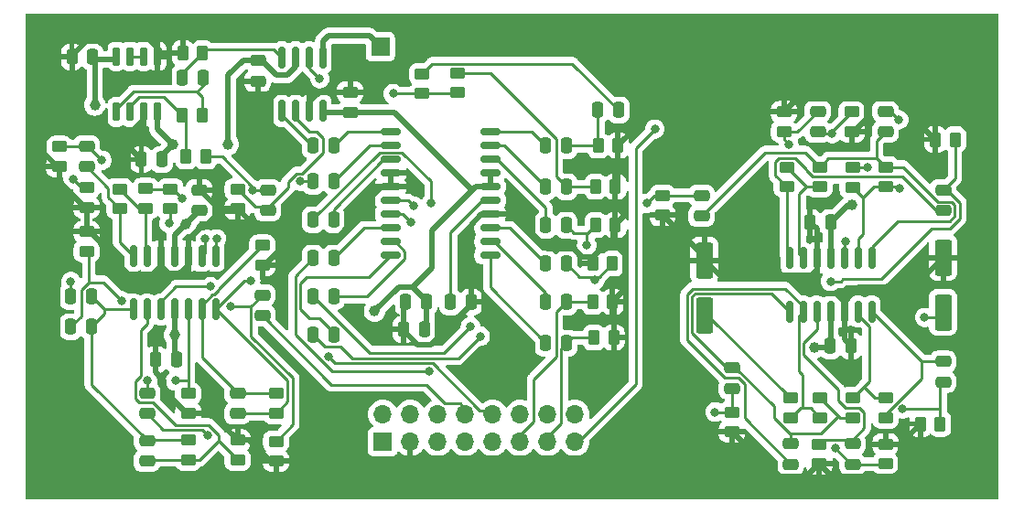
<source format=gtl>
G04 #@! TF.GenerationSoftware,KiCad,Pcbnew,7.0.1-0*
G04 #@! TF.CreationDate,2024-02-17T19:13:57+01:00*
G04 #@! TF.ProjectId,parallel_trail,70617261-6c6c-4656-9c5f-747261696c2e,rev?*
G04 #@! TF.SameCoordinates,Original*
G04 #@! TF.FileFunction,Copper,L1,Top*
G04 #@! TF.FilePolarity,Positive*
%FSLAX46Y46*%
G04 Gerber Fmt 4.6, Leading zero omitted, Abs format (unit mm)*
G04 Created by KiCad (PCBNEW 7.0.1-0) date 2024-02-17 19:13:57*
%MOMM*%
%LPD*%
G01*
G04 APERTURE LIST*
G04 Aperture macros list*
%AMRoundRect*
0 Rectangle with rounded corners*
0 $1 Rounding radius*
0 $2 $3 $4 $5 $6 $7 $8 $9 X,Y pos of 4 corners*
0 Add a 4 corners polygon primitive as box body*
4,1,4,$2,$3,$4,$5,$6,$7,$8,$9,$2,$3,0*
0 Add four circle primitives for the rounded corners*
1,1,$1+$1,$2,$3*
1,1,$1+$1,$4,$5*
1,1,$1+$1,$6,$7*
1,1,$1+$1,$8,$9*
0 Add four rect primitives between the rounded corners*
20,1,$1+$1,$2,$3,$4,$5,0*
20,1,$1+$1,$4,$5,$6,$7,0*
20,1,$1+$1,$6,$7,$8,$9,0*
20,1,$1+$1,$8,$9,$2,$3,0*%
G04 Aperture macros list end*
G04 #@! TA.AperFunction,SMDPad,CuDef*
%ADD10RoundRect,0.250000X0.250000X0.475000X-0.250000X0.475000X-0.250000X-0.475000X0.250000X-0.475000X0*%
G04 #@! TD*
G04 #@! TA.AperFunction,SMDPad,CuDef*
%ADD11RoundRect,0.250000X0.450000X-0.262500X0.450000X0.262500X-0.450000X0.262500X-0.450000X-0.262500X0*%
G04 #@! TD*
G04 #@! TA.AperFunction,SMDPad,CuDef*
%ADD12RoundRect,0.250000X-0.450000X0.262500X-0.450000X-0.262500X0.450000X-0.262500X0.450000X0.262500X0*%
G04 #@! TD*
G04 #@! TA.AperFunction,SMDPad,CuDef*
%ADD13RoundRect,0.250000X-0.250000X-0.475000X0.250000X-0.475000X0.250000X0.475000X-0.250000X0.475000X0*%
G04 #@! TD*
G04 #@! TA.AperFunction,SMDPad,CuDef*
%ADD14RoundRect,0.250000X-0.475000X0.250000X-0.475000X-0.250000X0.475000X-0.250000X0.475000X0.250000X0*%
G04 #@! TD*
G04 #@! TA.AperFunction,SMDPad,CuDef*
%ADD15RoundRect,0.250000X0.475000X-0.250000X0.475000X0.250000X-0.475000X0.250000X-0.475000X-0.250000X0*%
G04 #@! TD*
G04 #@! TA.AperFunction,SMDPad,CuDef*
%ADD16RoundRect,0.250000X0.262500X0.450000X-0.262500X0.450000X-0.262500X-0.450000X0.262500X-0.450000X0*%
G04 #@! TD*
G04 #@! TA.AperFunction,SMDPad,CuDef*
%ADD17RoundRect,0.150000X0.150000X-0.725000X0.150000X0.725000X-0.150000X0.725000X-0.150000X-0.725000X0*%
G04 #@! TD*
G04 #@! TA.AperFunction,SMDPad,CuDef*
%ADD18RoundRect,0.150000X-0.150000X0.825000X-0.150000X-0.825000X0.150000X-0.825000X0.150000X0.825000X0*%
G04 #@! TD*
G04 #@! TA.AperFunction,SMDPad,CuDef*
%ADD19RoundRect,0.250000X-0.262500X-0.450000X0.262500X-0.450000X0.262500X0.450000X-0.262500X0.450000X0*%
G04 #@! TD*
G04 #@! TA.AperFunction,SMDPad,CuDef*
%ADD20RoundRect,0.250000X0.550000X-1.412500X0.550000X1.412500X-0.550000X1.412500X-0.550000X-1.412500X0*%
G04 #@! TD*
G04 #@! TA.AperFunction,SMDPad,CuDef*
%ADD21RoundRect,0.150000X-0.800000X-0.150000X0.800000X-0.150000X0.800000X0.150000X-0.800000X0.150000X0*%
G04 #@! TD*
G04 #@! TA.AperFunction,ComponentPad*
%ADD22O,1.700000X1.700000*%
G04 #@! TD*
G04 #@! TA.AperFunction,ComponentPad*
%ADD23R,1.700000X1.700000*%
G04 #@! TD*
G04 #@! TA.AperFunction,SMDPad,CuDef*
%ADD24RoundRect,0.150000X0.150000X-0.825000X0.150000X0.825000X-0.150000X0.825000X-0.150000X-0.825000X0*%
G04 #@! TD*
G04 #@! TA.AperFunction,ViaPad*
%ADD25C,0.800000*%
G04 #@! TD*
G04 #@! TA.AperFunction,ViaPad*
%ADD26C,1.000000*%
G04 #@! TD*
G04 #@! TA.AperFunction,Conductor*
%ADD27C,0.250000*%
G04 #@! TD*
G04 #@! TA.AperFunction,Conductor*
%ADD28C,0.500000*%
G04 #@! TD*
G04 APERTURE END LIST*
D10*
X63099500Y-85410000D03*
X61199500Y-85410000D03*
D11*
X126238000Y-121158000D03*
X126238000Y-119333000D03*
D12*
X120142000Y-93679000D03*
X120142000Y-95504000D03*
D13*
X94808000Y-109982000D03*
X96708000Y-109982000D03*
D10*
X52766000Y-108458000D03*
X50866000Y-108458000D03*
D13*
X94808000Y-106172000D03*
X96708000Y-106172000D03*
D14*
X123190000Y-119295500D03*
X123190000Y-121195500D03*
D12*
X69850000Y-119079000D03*
X69850000Y-120904000D03*
D15*
X109220000Y-98232000D03*
X109220000Y-96332000D03*
D11*
X86644000Y-86793000D03*
X86644000Y-84968000D03*
D16*
X101092000Y-109474000D03*
X99267000Y-109474000D03*
D13*
X50959500Y-83488000D03*
X52859500Y-83488000D03*
D15*
X68166000Y-85716000D03*
X68166000Y-83816000D03*
D17*
X55074500Y-88585000D03*
X56344500Y-88585000D03*
X57614500Y-88585000D03*
X58884500Y-88585000D03*
X58884500Y-83435000D03*
X57614500Y-83435000D03*
X56344500Y-83435000D03*
X55074500Y-83435000D03*
D12*
X61722000Y-118975500D03*
X61722000Y-120800500D03*
D11*
X69850000Y-116482500D03*
X69850000Y-114657500D03*
D14*
X117475200Y-119295500D03*
X117475200Y-121195500D03*
D10*
X75184000Y-94996000D03*
X73284000Y-94996000D03*
D11*
X52324000Y-97432500D03*
X52324000Y-95607500D03*
D15*
X52324000Y-93660000D03*
X52324000Y-91760000D03*
D18*
X124968000Y-102108000D03*
X123698000Y-102108000D03*
X122428000Y-102108000D03*
X121158000Y-102108000D03*
X119888000Y-102108000D03*
X118618000Y-102108000D03*
X117348000Y-102108000D03*
X117348000Y-107058000D03*
X118618000Y-107058000D03*
X119888000Y-107058000D03*
X121158000Y-107058000D03*
X122428000Y-107058000D03*
X123698000Y-107058000D03*
X124968000Y-107058000D03*
D19*
X61167000Y-88900000D03*
X62992000Y-88900000D03*
D12*
X57780000Y-95697500D03*
X57780000Y-97522500D03*
D11*
X83342000Y-86896500D03*
X83342000Y-85071500D03*
D10*
X83566000Y-108712000D03*
X81666000Y-108712000D03*
D13*
X99634000Y-88392000D03*
X101534000Y-88392000D03*
D15*
X126238000Y-90424000D03*
X126238000Y-88524000D03*
X66294000Y-116520000D03*
X66294000Y-114620000D03*
D14*
X68580000Y-105542000D03*
X68580000Y-107442000D03*
D20*
X131572000Y-107133500D03*
X131572000Y-102058500D03*
D12*
X55372000Y-95711000D03*
X55372000Y-97536000D03*
D16*
X101242500Y-99060000D03*
X99417500Y-99060000D03*
D13*
X57390000Y-92990000D03*
X59290000Y-92990000D03*
D14*
X57912000Y-119004000D03*
X57912000Y-120904000D03*
D10*
X123040000Y-110236000D03*
X121140000Y-110236000D03*
D20*
X109474000Y-107387500D03*
X109474000Y-102312500D03*
D16*
X100988500Y-106172000D03*
X99163500Y-106172000D03*
D21*
X80462000Y-90424000D03*
X80462000Y-91694000D03*
X80462000Y-92964000D03*
X80462000Y-94234000D03*
X80462000Y-95504000D03*
X80462000Y-96774000D03*
X80462000Y-98044000D03*
X80462000Y-99314000D03*
X80462000Y-100584000D03*
X80462000Y-101854000D03*
X89662000Y-101854000D03*
X89662000Y-100584000D03*
X89662000Y-99314000D03*
X89662000Y-98044000D03*
X89662000Y-96774000D03*
X89662000Y-95504000D03*
X89662000Y-94234000D03*
X89662000Y-92964000D03*
X89662000Y-91694000D03*
X89662000Y-90424000D03*
D12*
X123105300Y-88581500D03*
X123105300Y-90406500D03*
D11*
X60080000Y-97562500D03*
X60080000Y-95737500D03*
X66294000Y-97552500D03*
X66294000Y-95727500D03*
X116840000Y-90406500D03*
X116840000Y-88581500D03*
D22*
X97504800Y-116581200D03*
X97504800Y-119121200D03*
X94964800Y-116581200D03*
X94964800Y-119121200D03*
X92424800Y-116581200D03*
X92424800Y-119121200D03*
X89884800Y-116581200D03*
X89884800Y-119121200D03*
X87344800Y-116581200D03*
X87344800Y-119121200D03*
X84804800Y-116581200D03*
X84804800Y-119121200D03*
X82264800Y-116581200D03*
X82264800Y-119121200D03*
X79724800Y-116581200D03*
D23*
X79724800Y-119121200D03*
D11*
X117466400Y-116891500D03*
X117466400Y-115066500D03*
D12*
X120201600Y-115066500D03*
X120201600Y-116891500D03*
D10*
X52766000Y-105664000D03*
X50866000Y-105664000D03*
D11*
X123190000Y-95551000D03*
X123190000Y-93726000D03*
D13*
X94808000Y-99060000D03*
X96708000Y-99060000D03*
D24*
X70393000Y-88491000D03*
X71663000Y-88491000D03*
X72933000Y-88491000D03*
X74203000Y-88491000D03*
X74203000Y-83541000D03*
X72933000Y-83541000D03*
X71663000Y-83541000D03*
X70393000Y-83541000D03*
D13*
X81854000Y-106172000D03*
X83754000Y-106172000D03*
D14*
X131572000Y-111685500D03*
X131572000Y-113585500D03*
D10*
X75184000Y-91694000D03*
X73284000Y-91694000D03*
D14*
X76708000Y-86746000D03*
X76708000Y-88646000D03*
X62738000Y-95824000D03*
X62738000Y-97724000D03*
X57912000Y-114620000D03*
X57912000Y-116520000D03*
D11*
X123190000Y-116891500D03*
X123190000Y-115066500D03*
D24*
X56642000Y-106869000D03*
X57912000Y-106869000D03*
X59182000Y-106869000D03*
X60452000Y-106869000D03*
X61722000Y-106869000D03*
X62992000Y-106869000D03*
X64262000Y-106869000D03*
X64262000Y-101919000D03*
X62992000Y-101919000D03*
X61722000Y-101919000D03*
X60452000Y-101919000D03*
X59182000Y-101919000D03*
X57912000Y-101919000D03*
X56642000Y-101919000D03*
D11*
X66294000Y-120800500D03*
X66294000Y-118975500D03*
D12*
X126238000Y-93679000D03*
X126238000Y-95504000D03*
X61722000Y-114657500D03*
X61722000Y-116482500D03*
D13*
X94808000Y-95504000D03*
X96708000Y-95504000D03*
D12*
X105606000Y-96317500D03*
X105606000Y-98142500D03*
X68580000Y-100941500D03*
X68580000Y-102766500D03*
X112014000Y-116369500D03*
X112014000Y-118194500D03*
X120122800Y-119333000D03*
X120122800Y-121158000D03*
X126238000Y-115066500D03*
X126238000Y-116891500D03*
D14*
X69088000Y-95824000D03*
X69088000Y-97724000D03*
D12*
X117094000Y-93679000D03*
X117094000Y-95504000D03*
D10*
X75184000Y-105664000D03*
X73284000Y-105664000D03*
D14*
X112014000Y-112268000D03*
X112014000Y-114168000D03*
D13*
X119270000Y-98806000D03*
X121170000Y-98806000D03*
D16*
X63362500Y-92710000D03*
X61537500Y-92710000D03*
D13*
X94808000Y-91694000D03*
X96708000Y-91694000D03*
D19*
X99163500Y-102616000D03*
X100988500Y-102616000D03*
D16*
X63052000Y-83170000D03*
X61227000Y-83170000D03*
X101496500Y-91694000D03*
X99671500Y-91694000D03*
D13*
X94808000Y-102616000D03*
X96708000Y-102616000D03*
D15*
X119972700Y-90424000D03*
X119972700Y-88524000D03*
D13*
X85984000Y-106172000D03*
X87884000Y-106172000D03*
D23*
X79502000Y-82550000D03*
D13*
X58724000Y-111506000D03*
X60624000Y-111506000D03*
D10*
X75184000Y-102108000D03*
X73284000Y-102108000D03*
X75184000Y-109220000D03*
X73284000Y-109220000D03*
X75184000Y-98552000D03*
X73284000Y-98552000D03*
D16*
X132680500Y-91134000D03*
X130855500Y-91134000D03*
D11*
X52324000Y-101496500D03*
X52324000Y-99671500D03*
D16*
X131307000Y-117461500D03*
X129482000Y-117461500D03*
X101242500Y-95504000D03*
X99417500Y-95504000D03*
D11*
X49784000Y-93622500D03*
X49784000Y-91797500D03*
D15*
X131572000Y-97724000D03*
X131572000Y-95824000D03*
D25*
X65614700Y-106588200D03*
X63786300Y-104759800D03*
X57961300Y-113478200D03*
X60529000Y-113478200D03*
X63541600Y-118542300D03*
X55583500Y-106084800D03*
X72084000Y-95008400D03*
X51097200Y-94853700D03*
X50866000Y-104303400D03*
X67702700Y-95791600D03*
X67500500Y-104187400D03*
X121571400Y-119731800D03*
X74713800Y-111228600D03*
X53743800Y-93054500D03*
X121307200Y-90571300D03*
X122544200Y-100529800D03*
X117290100Y-91569300D03*
X129861400Y-107609800D03*
X124592700Y-93726000D03*
X127543200Y-95626200D03*
X127460800Y-89304500D03*
X110473300Y-116369500D03*
X84197600Y-97022600D03*
X87839400Y-108435400D03*
X104140000Y-97055300D03*
X88743500Y-109345200D03*
X121158000Y-104259700D03*
X84001700Y-112574000D03*
X127833200Y-116071600D03*
D26*
X123121100Y-97188500D03*
X53084900Y-87925500D03*
X60452000Y-109234600D03*
X78975700Y-107020900D03*
D25*
X98590800Y-100917400D03*
X99372700Y-104119200D03*
X80677300Y-86896500D03*
X63307200Y-100335200D03*
X59954300Y-98894700D03*
X61172200Y-96581700D03*
X64353200Y-100332400D03*
D26*
X65436200Y-91582800D03*
X61488400Y-98934500D03*
X60293700Y-91582800D03*
X119685600Y-110403500D03*
D25*
X82550000Y-97282000D03*
X82296000Y-98806000D03*
X73888900Y-85506300D03*
X104902000Y-90170000D03*
D27*
X69850000Y-119079000D02*
X71387900Y-117541100D01*
X59182000Y-106869000D02*
X59182000Y-106187900D01*
X67524900Y-106597100D02*
X67516000Y-106588200D01*
X60610100Y-104759800D02*
X63786300Y-104759800D01*
X71387900Y-113227400D02*
X67524900Y-109364400D01*
X67524900Y-106597100D02*
X68580000Y-105542000D01*
X67516000Y-106588200D02*
X65614700Y-106588200D01*
X71387900Y-117541100D02*
X71387900Y-113227400D01*
X59182000Y-106187900D02*
X60610100Y-104759800D01*
X67524900Y-109364400D02*
X67524900Y-106597100D01*
X87344800Y-116581200D02*
X87344800Y-116046800D01*
X86868000Y-115570000D02*
X85465500Y-115570000D01*
X87344800Y-116046800D02*
X86868000Y-115570000D01*
X85465500Y-115570000D02*
X83725200Y-113829700D01*
X83725200Y-113829700D02*
X74967700Y-113829700D01*
X74967700Y-113829700D02*
X68580000Y-107442000D01*
X57912000Y-114620000D02*
X57961300Y-114570700D01*
X57961300Y-114570700D02*
X57961300Y-113478200D01*
X61722000Y-114657500D02*
X61722000Y-113478200D01*
X61722000Y-113478200D02*
X60529000Y-113478200D01*
X61722000Y-113478200D02*
X61722000Y-106869000D01*
X59411300Y-118019300D02*
X63018600Y-118019300D01*
X57912000Y-116520000D02*
X59411300Y-118019300D01*
X63018600Y-118019300D02*
X63541600Y-118542300D01*
X52766000Y-113829500D02*
X52766000Y-108458000D01*
X57912000Y-118975500D02*
X61722000Y-118975500D01*
X57912000Y-118975500D02*
X52766000Y-113829500D01*
X53971000Y-107253000D02*
X52766000Y-108458000D01*
X53971000Y-106869000D02*
X53971000Y-107253000D01*
X53971000Y-106869000D02*
X56642000Y-106869000D01*
X57912000Y-119004000D02*
X57912000Y-118975500D01*
X52766000Y-105664000D02*
X53971000Y-106869000D01*
X52534600Y-101707100D02*
X52324000Y-101496500D01*
X52534600Y-104339700D02*
X52534600Y-101707100D01*
X51816000Y-105058300D02*
X51816000Y-107508000D01*
X55583500Y-106084800D02*
X53838400Y-104339700D01*
X52534600Y-104339700D02*
X51816000Y-105058300D01*
X51816000Y-107508000D02*
X50866000Y-108458000D01*
X53838400Y-104339700D02*
X52534600Y-104339700D01*
X72084000Y-95008400D02*
X73271600Y-95008400D01*
X52324000Y-95607500D02*
X51851000Y-95607500D01*
X50866000Y-104303400D02*
X50866000Y-105664000D01*
X51851000Y-95607500D02*
X51097200Y-94853700D01*
X73271600Y-95008400D02*
X73284000Y-94996000D01*
X99634000Y-91694000D02*
X99634000Y-88392000D01*
X99671500Y-91694000D02*
X99634000Y-91694000D01*
X99634000Y-91694000D02*
X96708000Y-91694000D01*
X97265300Y-84123300D02*
X101534000Y-88392000D01*
X84290200Y-84123300D02*
X97265300Y-84123300D01*
X83342000Y-85071500D02*
X84290200Y-84123300D01*
X69850000Y-116482500D02*
X70907000Y-115425500D01*
X69055600Y-95791600D02*
X69088000Y-95824000D01*
X64315400Y-106869000D02*
X64262000Y-106869000D01*
X64874800Y-92710000D02*
X63362500Y-92710000D01*
X69812500Y-116520000D02*
X69850000Y-116482500D01*
X70907000Y-115425500D02*
X70907000Y-113460600D01*
X66294000Y-116520000D02*
X69812500Y-116520000D01*
X64315400Y-106869000D02*
X64315400Y-106831700D01*
X64315400Y-106831700D02*
X66959700Y-104187400D01*
X67702700Y-95791600D02*
X69055600Y-95791600D01*
X70907000Y-113460600D02*
X64315400Y-106869000D01*
X67702700Y-95537900D02*
X64874800Y-92710000D01*
X66959700Y-104187400D02*
X67500500Y-104187400D01*
X67702700Y-95791600D02*
X67702700Y-95537900D01*
X70393000Y-88491000D02*
X70393000Y-88891200D01*
X70393000Y-88891200D02*
X73195800Y-91694000D01*
X73195800Y-91694000D02*
X73284000Y-91694000D01*
X123190000Y-118951500D02*
X123190000Y-119295500D01*
X123819300Y-115979000D02*
X122570300Y-115979000D01*
X121855100Y-114301500D02*
X118658600Y-111105000D01*
X124257600Y-117883900D02*
X124257600Y-116417300D01*
X123190000Y-118951500D02*
X120504300Y-118951500D01*
X123190000Y-118951500D02*
X124257600Y-117883900D01*
X121855100Y-115263800D02*
X121855100Y-114301500D01*
X120504300Y-118951500D02*
X120122800Y-119333000D01*
X118658600Y-111105000D02*
X118658600Y-109955400D01*
X122570300Y-115979000D02*
X121855100Y-115263800D01*
X119888000Y-108726000D02*
X119888000Y-107058000D01*
X118658600Y-109955400D02*
X119888000Y-108726000D01*
X124257600Y-116417300D02*
X123819300Y-115979000D01*
X123035100Y-121195500D02*
X123190000Y-121195500D01*
X126200500Y-121195500D02*
X126238000Y-121158000D01*
X121571400Y-119731800D02*
X123035100Y-121195500D01*
X123190000Y-121195500D02*
X126200500Y-121195500D01*
X89662000Y-90424000D02*
X93538000Y-90424000D01*
X93538000Y-90424000D02*
X94808000Y-91694000D01*
X56642000Y-101919000D02*
X55372000Y-100649000D01*
X55372000Y-97536000D02*
X54344100Y-96508100D01*
X54344100Y-95680100D02*
X52324000Y-93660000D01*
X54344100Y-96508100D02*
X54344100Y-95680100D01*
X55372000Y-100649000D02*
X55372000Y-97536000D01*
X49821500Y-91760000D02*
X49784000Y-91797500D01*
X89517900Y-116214300D02*
X88707900Y-116214300D01*
X53743800Y-93054500D02*
X52449300Y-91760000D01*
X88707900Y-116214300D02*
X84327400Y-111833800D01*
X52449300Y-91760000D02*
X52324000Y-91760000D01*
X89884800Y-116581200D02*
X89517900Y-116214300D01*
X52324000Y-91760000D02*
X49821500Y-91760000D01*
X84327400Y-111833800D02*
X75319000Y-111833800D01*
X75319000Y-111833800D02*
X74713800Y-111228600D01*
X90998000Y-91694000D02*
X94808000Y-95504000D01*
X89662000Y-91694000D02*
X90998000Y-91694000D01*
X95758000Y-91066500D02*
X95758000Y-94554000D01*
X86644000Y-84968000D02*
X89659500Y-84968000D01*
X95758000Y-94554000D02*
X96708000Y-95504000D01*
X99417500Y-95504000D02*
X96708000Y-95504000D01*
X89659500Y-84968000D02*
X95758000Y-91066500D01*
X119972700Y-90424000D02*
X120120000Y-90571300D01*
X120120000Y-90571300D02*
X121307200Y-90571300D01*
X121307200Y-90379600D02*
X123105300Y-88581500D01*
X121307200Y-90571300D02*
X121307200Y-90379600D01*
X122428000Y-100646000D02*
X122544200Y-100529800D01*
X122428000Y-102108000D02*
X122428000Y-100646000D01*
X116840000Y-91119200D02*
X116840000Y-90406500D01*
X117290100Y-91569300D02*
X116840000Y-91119200D01*
X118090200Y-90406500D02*
X116840000Y-90406500D01*
X119972700Y-88524000D02*
X118090200Y-90406500D01*
X117466400Y-115066500D02*
X109787400Y-107387500D01*
X109787400Y-107387500D02*
X109474000Y-107387500D01*
D28*
X50959500Y-83356200D02*
X52440800Y-81874900D01*
X100997500Y-100620200D02*
X100997500Y-99305000D01*
X98661000Y-120625500D02*
X82264800Y-120625500D01*
X119888000Y-99424000D02*
X119888000Y-102108000D01*
X100997500Y-100620200D02*
X100512600Y-100620200D01*
X101092000Y-118194500D02*
X98661000Y-120625500D01*
X81666000Y-106360000D02*
X81666000Y-108712000D01*
X55681300Y-91281200D02*
X57390000Y-92990000D01*
X82947500Y-110103800D02*
X81666000Y-108822300D01*
X116840000Y-88581500D02*
X104609000Y-88581500D01*
X124991600Y-87371100D02*
X124458600Y-87904100D01*
X52603900Y-99671500D02*
X54551000Y-101618600D01*
X112014000Y-118194500D02*
X116167900Y-122348400D01*
X102168400Y-101791100D02*
X100997500Y-100620200D01*
X63801000Y-116482500D02*
X61722000Y-116482500D01*
X62871500Y-99283300D02*
X61722000Y-100432800D01*
X52440800Y-81874900D02*
X58092200Y-81874900D01*
X76487400Y-99255400D02*
X76487400Y-98610100D01*
X81854000Y-106172000D02*
X81666000Y-106360000D01*
X80462000Y-95504000D02*
X80462000Y-94234000D01*
X127621500Y-119333000D02*
X126238000Y-119333000D01*
X100988500Y-106172000D02*
X101092000Y-106275500D01*
X116840000Y-88581500D02*
X118062700Y-87358800D01*
X122428000Y-107058000D02*
X122428000Y-109624000D01*
X59149500Y-82932200D02*
X59149500Y-83170000D01*
X68796300Y-102766500D02*
X70639100Y-100923700D01*
X49784000Y-93622500D02*
X49604700Y-93622500D01*
X57614500Y-89348000D02*
X55681300Y-91281200D01*
X57614500Y-88585000D02*
X57614500Y-89348000D01*
X48410300Y-91166500D02*
X50850700Y-88726100D01*
X127621500Y-119322000D02*
X127621500Y-119333000D01*
X122428000Y-106126300D02*
X123734700Y-104819600D01*
X52324000Y-99671500D02*
X52603900Y-99671500D01*
X54551000Y-101986600D02*
X56150400Y-103586000D01*
X61722000Y-102773100D02*
X60948600Y-103546500D01*
X52159800Y-97432500D02*
X52324000Y-97432500D01*
X119378500Y-103741500D02*
X119378500Y-104601200D01*
X52054400Y-88726100D02*
X50959500Y-88726100D01*
X69850000Y-120904000D02*
X69277100Y-120904000D01*
X61722000Y-116482500D02*
X61546500Y-116482500D01*
X127621500Y-121793500D02*
X127066600Y-122348400D01*
X118062700Y-87358800D02*
X123913300Y-87358800D01*
X59885200Y-103546500D02*
X59182000Y-102843300D01*
X124458600Y-89265000D02*
X123317100Y-90406500D01*
X66294000Y-97552500D02*
X66110400Y-97736100D01*
X127621500Y-119333000D02*
X127621500Y-121793500D01*
X60948600Y-103546500D02*
X59885200Y-103546500D01*
X72933000Y-87647800D02*
X72933000Y-88491000D01*
X63210000Y-99283300D02*
X62871500Y-99283300D01*
X116167900Y-122348400D02*
X118932400Y-122348400D01*
X122428000Y-109624000D02*
X123040000Y-110236000D01*
X104171300Y-89019200D02*
X101496500Y-91694000D01*
X101092000Y-118194500D02*
X112014000Y-118194500D01*
X123317100Y-90406500D02*
X123105300Y-90406500D01*
X99163500Y-101969300D02*
X99163500Y-102616000D01*
X121313200Y-122348400D02*
X120122800Y-121158000D01*
X81986300Y-120904000D02*
X69850000Y-120904000D01*
X49784000Y-93622500D02*
X49784000Y-95056700D01*
X66294000Y-97552500D02*
X68200200Y-99458700D01*
X89662000Y-98044000D02*
X91779800Y-98044000D01*
X50959500Y-88726100D02*
X50959500Y-83488000D01*
X130855500Y-91134000D02*
X127092600Y-87371100D01*
X88847100Y-98044000D02*
X87884000Y-99007100D01*
X66294000Y-118975500D02*
X63801000Y-116482500D01*
X71017800Y-100545000D02*
X75197800Y-100545000D01*
X61722000Y-101919000D02*
X61722000Y-102773100D01*
X62845100Y-95824000D02*
X62738000Y-95824000D01*
X101092000Y-106275500D02*
X101092000Y-109474000D01*
X81666000Y-108822300D02*
X81666000Y-108712000D01*
X91779800Y-98044000D02*
X94947700Y-101211900D01*
X79593500Y-95504000D02*
X80462000Y-95504000D01*
X49604700Y-93622500D02*
X48410300Y-92428100D01*
X101242500Y-97225000D02*
X101242500Y-95504000D01*
X109474000Y-102010500D02*
X109474000Y-102312500D01*
X52324000Y-99671500D02*
X52324000Y-97432500D01*
X58724000Y-112720000D02*
X58724000Y-111506000D01*
X75197800Y-100545000D02*
X76487400Y-99255400D01*
X64757200Y-97736100D02*
X63210000Y-99283300D01*
X48410300Y-92428100D02*
X48410300Y-91166500D01*
X64757200Y-97736100D02*
X62845100Y-95824000D01*
X101242500Y-99060000D02*
X102160000Y-98142500D01*
X119378500Y-104601200D02*
X120149100Y-105371800D01*
X73834800Y-86746000D02*
X72933000Y-87647800D01*
X97397700Y-101211900D02*
X98155100Y-101969300D01*
X55681300Y-91281200D02*
X55681200Y-91281300D01*
X69277100Y-120904000D02*
X67348600Y-118975500D01*
X127092600Y-87371100D02*
X124991600Y-87371100D01*
X128810900Y-104819600D02*
X131572000Y-102058500D01*
X110903000Y-103741500D02*
X109474000Y-102312500D01*
X87884000Y-99007100D02*
X87884000Y-106172000D01*
X101496500Y-91694000D02*
X101496500Y-95250000D01*
X118932400Y-122348400D02*
X120122800Y-121158000D01*
X49784000Y-95056700D02*
X52159800Y-97432500D01*
X123734700Y-104819600D02*
X128810900Y-104819600D01*
X100512600Y-100620200D02*
X99163500Y-101969300D01*
X105606000Y-98142500D02*
X109474000Y-102010500D01*
X122428000Y-106126300D02*
X122428000Y-107058000D01*
X68200200Y-99458700D02*
X69174100Y-99458700D01*
X55681200Y-91281300D02*
X54609600Y-91281300D01*
X100988500Y-106172000D02*
X102168400Y-104992100D01*
X119270000Y-98806000D02*
X119888000Y-99424000D01*
X121673500Y-105371800D02*
X122428000Y-106126300D01*
X87884000Y-106172000D02*
X87884000Y-106402700D01*
X50959500Y-83488000D02*
X50959500Y-83356200D01*
X94947700Y-101211900D02*
X97397700Y-101211900D01*
X70639100Y-100923700D02*
X71017800Y-100545000D01*
X102160000Y-98142500D02*
X101242500Y-97225000D01*
X119888000Y-103232000D02*
X119378500Y-103741500D01*
X66110400Y-97736100D02*
X64757200Y-97736100D01*
X59149500Y-83170000D02*
X61227000Y-83170000D01*
X101496500Y-95250000D02*
X101242500Y-95504000D01*
X54609600Y-91281300D02*
X52054400Y-88726100D01*
X67348600Y-118975500D02*
X66294000Y-118975500D01*
X82264800Y-120625500D02*
X81986300Y-120904000D01*
X58439300Y-103586000D02*
X59182000Y-102843300D01*
X61546500Y-116482500D02*
X59472600Y-114408600D01*
X76708000Y-86746000D02*
X73834800Y-86746000D01*
X127066600Y-122348400D02*
X121313200Y-122348400D01*
X69174100Y-99458700D02*
X70639100Y-100923700D01*
X82264800Y-119121200D02*
X82264800Y-120397200D01*
X76487400Y-98610100D02*
X79593500Y-95504000D01*
X59472600Y-114408600D02*
X59472600Y-113468600D01*
X98155100Y-101969300D02*
X99163500Y-101969300D01*
X59182000Y-102843300D02*
X59182000Y-101919000D01*
X100997500Y-99305000D02*
X101242500Y-99060000D01*
X56150400Y-103586000D02*
X58439300Y-103586000D01*
X58092200Y-81874900D02*
X59149500Y-82932200D01*
X50850700Y-88726100D02*
X50959500Y-88726100D01*
X120149100Y-105371800D02*
X121673500Y-105371800D01*
X102168400Y-104992100D02*
X102168400Y-101791100D01*
X119378500Y-103741500D02*
X110903000Y-103741500D01*
X59149500Y-83170000D02*
X58884500Y-83435000D01*
X84182900Y-110103800D02*
X82947500Y-110103800D01*
X54551000Y-101618600D02*
X54551000Y-101986600D01*
X89662000Y-98044000D02*
X88847100Y-98044000D01*
X104609000Y-88581500D02*
X104171300Y-89019200D01*
X87884000Y-106402700D02*
X84182900Y-110103800D01*
X82264800Y-120397200D02*
X82264800Y-120625500D01*
X123913300Y-87358800D02*
X124458600Y-87904100D01*
X129482000Y-117461500D02*
X127621500Y-119322000D01*
X119888000Y-102108000D02*
X119888000Y-103232000D01*
X68580000Y-102766500D02*
X68796300Y-102766500D01*
X59472600Y-113468600D02*
X58724000Y-112720000D01*
X124458600Y-87904100D02*
X124458600Y-89265000D01*
X61722000Y-100432800D02*
X61722000Y-101919000D01*
D27*
X129861400Y-107609800D02*
X131095700Y-107609800D01*
X123190000Y-93726000D02*
X124592700Y-93726000D01*
X131095700Y-107609800D02*
X131572000Y-107133500D01*
X120257500Y-118366600D02*
X121879600Y-116744500D01*
X117475200Y-119295500D02*
X117475200Y-118366600D01*
X108322600Y-105687300D02*
X108322600Y-109038600D01*
X121879600Y-116744500D02*
X120201600Y-115066500D01*
X112330500Y-112268000D02*
X112014000Y-112268000D01*
X122026600Y-116891500D02*
X121879600Y-116744500D01*
X111552000Y-112268000D02*
X112014000Y-112268000D01*
X115673100Y-105383100D02*
X108626800Y-105383100D01*
X117348000Y-107058000D02*
X115673100Y-105383100D01*
X115910100Y-116875400D02*
X115910100Y-115847600D01*
X123190000Y-116891500D02*
X122026600Y-116891500D01*
X117475200Y-118366600D02*
X120257500Y-118366600D01*
X117401300Y-118366600D02*
X115910100Y-116875400D01*
X108322600Y-109038600D02*
X111552000Y-112268000D01*
X117475200Y-118366600D02*
X117401300Y-118366600D01*
X115910100Y-115847600D02*
X112330500Y-112268000D01*
X108626800Y-105383100D02*
X108322600Y-105687300D01*
X107870700Y-109705200D02*
X107870700Y-105500100D01*
X120201600Y-116891500D02*
X119305400Y-115995300D01*
X107870700Y-105500100D02*
X108439600Y-104931200D01*
X118618000Y-107058000D02*
X118206700Y-107469300D01*
X112641400Y-113218000D02*
X111383500Y-113218000D01*
X108439600Y-104931200D02*
X116956500Y-104931200D01*
X113209600Y-113786200D02*
X112641400Y-113218000D01*
X111383500Y-113218000D02*
X107870700Y-109705200D01*
X118547900Y-115995300D02*
X118362600Y-115995300D01*
X113209600Y-116929900D02*
X113209600Y-113786200D01*
X117475200Y-121195500D02*
X113209600Y-116929900D01*
X118362600Y-115995300D02*
X117466400Y-116891500D01*
X118618000Y-106592700D02*
X118618000Y-107058000D01*
X118206700Y-112559300D02*
X118547900Y-112900500D01*
X118547900Y-112900500D02*
X118547900Y-115995300D01*
X116956500Y-104931200D02*
X118618000Y-106592700D01*
X119305400Y-115995300D02*
X118547900Y-115995300D01*
X118206700Y-107469300D02*
X118206700Y-112559300D01*
X109220000Y-98232000D02*
X115108400Y-92343600D01*
X127337500Y-98722500D02*
X132158300Y-98722500D01*
X124968000Y-101092000D02*
X127337500Y-98722500D01*
X126238000Y-90424000D02*
X125421900Y-91240100D01*
X124968000Y-102108000D02*
X124968000Y-101092000D01*
X132649700Y-97220000D02*
X132325800Y-96896100D01*
X125421900Y-91240100D02*
X125421900Y-92862900D01*
X125421900Y-92862900D02*
X120958100Y-92862900D01*
X132158300Y-98722500D02*
X132649700Y-98231100D01*
X118806600Y-92343600D02*
X120142000Y-93679000D01*
X132649700Y-98231100D02*
X132649700Y-97220000D01*
X131062400Y-96896100D02*
X127845300Y-93679000D01*
X115108400Y-92343600D02*
X118806600Y-92343600D01*
X127845300Y-93679000D02*
X126238000Y-93679000D01*
X132325800Y-96896100D02*
X131062400Y-96896100D01*
X120958100Y-92862900D02*
X120142000Y-93679000D01*
X126238000Y-93679000D02*
X125421900Y-92862900D01*
X127543200Y-95626200D02*
X127421000Y-95504000D01*
X127421000Y-95504000D02*
X126238000Y-95504000D01*
X126238000Y-95504000D02*
X125153000Y-95504000D01*
X124148000Y-99880000D02*
X124148000Y-96509000D01*
X124148000Y-96509000D02*
X123190000Y-95551000D01*
X123698000Y-100330000D02*
X124148000Y-99880000D01*
X125153000Y-95504000D02*
X124148000Y-96509000D01*
X127460800Y-89304500D02*
X126680300Y-88524000D01*
X126680300Y-88524000D02*
X126238000Y-88524000D01*
X123698000Y-102108000D02*
X123698000Y-100330000D01*
X112014000Y-116369500D02*
X110473300Y-116369500D01*
X81502900Y-92329000D02*
X79447800Y-92329000D01*
X73284000Y-98492800D02*
X73284000Y-98552000D01*
X84197600Y-95023700D02*
X81502900Y-92329000D01*
X84197600Y-97022600D02*
X84197600Y-95023700D01*
X79447800Y-92329000D02*
X73284000Y-98492800D01*
X112014000Y-116369500D02*
X112014000Y-114168000D01*
X105606000Y-96317500D02*
X104877800Y-96317500D01*
X87839400Y-108435400D02*
X85390700Y-110884100D01*
X78504100Y-110884100D02*
X73284000Y-105664000D01*
X109205500Y-96317500D02*
X105606000Y-96317500D01*
X109220000Y-96332000D02*
X109205500Y-96317500D01*
X85390700Y-110884100D02*
X78504100Y-110884100D01*
X104877800Y-96317500D02*
X104140000Y-97055300D01*
X118937000Y-94007300D02*
X119524100Y-94594400D01*
X117855900Y-92838600D02*
X118937000Y-93919700D01*
X116403900Y-92838600D02*
X117855900Y-92838600D01*
X127803300Y-94594400D02*
X130932900Y-97724000D01*
X116066100Y-94476100D02*
X116066100Y-93176400D01*
X119524100Y-94594400D02*
X127803300Y-94594400D01*
X117348000Y-102108000D02*
X117094000Y-101854000D01*
X117094000Y-101854000D02*
X117094000Y-95504000D01*
X117094000Y-95504000D02*
X116066100Y-94476100D01*
X116066100Y-93176400D02*
X116403900Y-92838600D01*
X118937000Y-93919700D02*
X118937000Y-94007300D01*
X130932900Y-97724000D02*
X131572000Y-97724000D01*
X133131300Y-97006600D02*
X133131300Y-98412600D01*
X123520600Y-104028800D02*
X123519100Y-104030300D01*
X86720100Y-111368600D02*
X76869000Y-111368600D01*
X121158000Y-104259700D02*
X122088600Y-104259700D01*
X131760400Y-95635600D02*
X133131300Y-97006600D01*
X131760400Y-95635600D02*
X131572000Y-95824000D01*
X88743500Y-109345200D02*
X86720100Y-111368600D01*
X132182000Y-99361900D02*
X130523300Y-99361900D01*
X132680500Y-91134000D02*
X132680500Y-94715500D01*
X132680500Y-94715500D02*
X131760400Y-95635600D01*
X76869000Y-111368600D02*
X75793900Y-110293500D01*
X75793900Y-110293500D02*
X74357500Y-110293500D01*
X133131300Y-98412600D02*
X132182000Y-99361900D01*
X74357500Y-110293500D02*
X73284000Y-109220000D01*
X122088600Y-104259700D02*
X122318000Y-104030300D01*
X130523300Y-99361900D02*
X125856400Y-104028800D01*
X123519100Y-104030300D02*
X122318000Y-104030300D01*
X125856400Y-104028800D02*
X123520600Y-104028800D01*
X129595500Y-111685500D02*
X131572000Y-111685500D01*
X126238000Y-116891500D02*
X126238000Y-116596700D01*
X124968000Y-107058000D02*
X129595500Y-111685500D01*
X129595500Y-113239200D02*
X129595500Y-111685500D01*
X126238000Y-116596700D02*
X129595500Y-113239200D01*
X73284000Y-102108000D02*
X71628000Y-103764000D01*
X131307000Y-117461500D02*
X131307000Y-116071600D01*
X131307000Y-116071600D02*
X131307000Y-113850500D01*
X75015200Y-112574000D02*
X84001700Y-112574000D01*
X71628000Y-103764000D02*
X71628000Y-109186800D01*
X131307000Y-113850500D02*
X131572000Y-113585500D01*
X131307000Y-116071600D02*
X127833200Y-116071600D01*
X71628000Y-109186800D02*
X75015200Y-112574000D01*
D28*
X121158000Y-98818000D02*
X121170000Y-98806000D01*
X122787500Y-97188500D02*
X121170000Y-98806000D01*
X89662000Y-95504000D02*
X88359400Y-95504000D01*
X88359400Y-95504000D02*
X87999600Y-95863800D01*
X84272300Y-99591100D02*
X87999600Y-95863800D01*
X123121100Y-97188500D02*
X122787500Y-97188500D01*
X53084900Y-87925500D02*
X53084900Y-83713400D01*
X76708000Y-88646000D02*
X80781800Y-88646000D01*
X81202500Y-104794100D02*
X82500000Y-104794100D01*
X89662000Y-94234000D02*
X89662000Y-95504000D01*
X82500000Y-104794100D02*
X84272300Y-103021800D01*
X60452000Y-111334000D02*
X60624000Y-111506000D01*
X53084900Y-83713400D02*
X52859500Y-83488000D01*
X121158000Y-102108000D02*
X121158000Y-98818000D01*
X74203000Y-88491000D02*
X74358000Y-88646000D01*
X60452000Y-109234600D02*
X60452000Y-111334000D01*
X83754000Y-108524000D02*
X83566000Y-108712000D01*
X83754000Y-106172000D02*
X83754000Y-108524000D01*
X84272300Y-103021800D02*
X84272300Y-99591100D01*
X82500000Y-104794100D02*
X83754000Y-106048100D01*
X74358000Y-88646000D02*
X76708000Y-88646000D01*
X54796100Y-83713400D02*
X55074500Y-83435000D01*
X78975700Y-107020900D02*
X81202500Y-104794100D01*
X83754000Y-106048100D02*
X83754000Y-106172000D01*
X60452000Y-106869000D02*
X60452000Y-109234600D01*
X53084900Y-83713400D02*
X54796100Y-83713400D01*
X80781800Y-88646000D02*
X87999600Y-95863800D01*
D27*
X88969700Y-96774000D02*
X89662000Y-96774000D01*
X85984000Y-99759700D02*
X88969700Y-96774000D01*
X85984000Y-106172000D02*
X85984000Y-99759700D01*
X76454000Y-90424000D02*
X75184000Y-91694000D01*
X80462000Y-90424000D02*
X76454000Y-90424000D01*
X80462000Y-91694000D02*
X78486000Y-91694000D01*
X78486000Y-91694000D02*
X75184000Y-94996000D01*
X75184000Y-97603900D02*
X79823900Y-92964000D01*
X79823900Y-92964000D02*
X80462000Y-92964000D01*
X75184000Y-98552000D02*
X75184000Y-97603900D01*
X75184000Y-102108000D02*
X77978000Y-99314000D01*
X77978000Y-99314000D02*
X80462000Y-99314000D01*
X94808000Y-97457600D02*
X94808000Y-99060000D01*
X89662000Y-92964000D02*
X90314400Y-92964000D01*
X90314400Y-92964000D02*
X94808000Y-97457600D01*
X98691000Y-99786500D02*
X98590800Y-99786500D01*
X99417500Y-99060000D02*
X98691000Y-99786500D01*
X98590800Y-99786500D02*
X97434500Y-99786500D01*
X98590800Y-100917400D02*
X98590800Y-99786500D01*
X97434500Y-99786500D02*
X96708000Y-99060000D01*
X89662000Y-99314000D02*
X91506000Y-99314000D01*
X91506000Y-99314000D02*
X94808000Y-102616000D01*
X99372700Y-103844500D02*
X97936500Y-103844500D01*
X100988500Y-102616000D02*
X99760000Y-103844500D01*
X97936500Y-103844500D02*
X96708000Y-102616000D01*
X99372700Y-104119200D02*
X99372700Y-103844500D01*
X99760000Y-103844500D02*
X99372700Y-103844500D01*
X62992000Y-106869000D02*
X62992000Y-111318000D01*
X64087400Y-105486700D02*
X63993900Y-105486700D01*
X68580000Y-100941500D02*
X64514400Y-105007100D01*
X64514400Y-105007100D02*
X64514400Y-105059700D01*
X62992000Y-106488600D02*
X62992000Y-106869000D01*
X63993900Y-105486700D02*
X62992000Y-106488600D01*
X62992000Y-111318000D02*
X66294000Y-114620000D01*
X66294000Y-114620000D02*
X69812500Y-114620000D01*
X64514400Y-105059700D02*
X64087400Y-105486700D01*
X69812500Y-114620000D02*
X69850000Y-114657500D01*
X78279400Y-105664000D02*
X75184000Y-105664000D01*
X80848400Y-100584000D02*
X81742600Y-101478200D01*
X80462000Y-100584000D02*
X80848400Y-100584000D01*
X81742600Y-102200800D02*
X78279400Y-105664000D01*
X81742600Y-101478200D02*
X81742600Y-102200800D01*
X73860086Y-107696000D02*
X75184000Y-109019914D01*
X72693400Y-103889000D02*
X72078000Y-104504400D01*
X72078000Y-106876000D02*
X72898000Y-107696000D01*
X80462000Y-101854000D02*
X78427000Y-103889000D01*
X75184000Y-109019914D02*
X75184000Y-109220000D01*
X72078000Y-104504400D02*
X72078000Y-106876000D01*
X78427000Y-103889000D02*
X72693400Y-103889000D01*
X72898000Y-107696000D02*
X73860086Y-107696000D01*
X94808000Y-105341300D02*
X94808000Y-106172000D01*
X90050700Y-100584000D02*
X94808000Y-105341300D01*
X89662000Y-100584000D02*
X90050700Y-100584000D01*
X95758000Y-111271000D02*
X95758000Y-107122000D01*
X96708000Y-106172000D02*
X99163500Y-106172000D01*
X92424800Y-119121200D02*
X92424800Y-118483500D01*
X93694800Y-117213500D02*
X93694800Y-113334200D01*
X92424800Y-118483500D02*
X93694800Y-117213500D01*
X95758000Y-107122000D02*
X96708000Y-106172000D01*
X93694800Y-113334200D02*
X95758000Y-111271000D01*
X89662000Y-104836000D02*
X94808000Y-109982000D01*
X89662000Y-101854000D02*
X89662000Y-104836000D01*
X97216000Y-109474000D02*
X96708000Y-109982000D01*
X94964800Y-119121200D02*
X94964800Y-118649200D01*
X94964800Y-118649200D02*
X96234800Y-117379200D01*
X99267000Y-109474000D02*
X97216000Y-109474000D01*
X96234800Y-110455200D02*
X96708000Y-109982000D01*
X96234800Y-117379200D02*
X96234800Y-110455200D01*
X58484600Y-115493100D02*
X60558800Y-117567300D01*
X61722000Y-120800500D02*
X62763200Y-120800500D01*
X57912000Y-120904000D02*
X58015500Y-120800500D01*
X56859100Y-113514600D02*
X56859100Y-115135100D01*
X57912000Y-108204000D02*
X57345100Y-108770900D01*
X62763200Y-120800500D02*
X64528600Y-119035100D01*
X64528600Y-119035100D02*
X66294000Y-120800500D01*
X56859100Y-115135100D02*
X57217100Y-115493100D01*
X57912000Y-106869000D02*
X57912000Y-108204000D01*
X58015500Y-120800500D02*
X61722000Y-120800500D01*
X57345100Y-113028600D02*
X56859100Y-113514600D01*
X57217100Y-115493100D02*
X58484600Y-115493100D01*
X60558800Y-117567300D02*
X63595000Y-117567300D01*
X64528600Y-118500900D02*
X64528600Y-119035100D01*
X63595000Y-117567300D02*
X64528600Y-118500900D01*
X57345100Y-108770900D02*
X57345100Y-113028600D01*
X60080000Y-98769000D02*
X60080000Y-97562500D01*
X63307200Y-101603800D02*
X63307200Y-100335200D01*
X86540500Y-86896500D02*
X86644000Y-86793000D01*
X59954300Y-98894700D02*
X60080000Y-98769000D01*
X62992000Y-101919000D02*
X63307200Y-101603800D01*
X80677300Y-86896500D02*
X83342000Y-86896500D01*
X83342000Y-86896500D02*
X86540500Y-86896500D01*
X64262000Y-101919000D02*
X64262000Y-100423600D01*
X60080000Y-95737500D02*
X57820000Y-95737500D01*
X57820000Y-95737500D02*
X57780000Y-95697500D01*
X64262000Y-100423600D02*
X64353200Y-100332400D01*
X60328000Y-95737500D02*
X61172200Y-96581700D01*
X60080000Y-95737500D02*
X60328000Y-95737500D01*
X57780000Y-101787000D02*
X57780000Y-97522500D01*
X57183500Y-97522500D02*
X57780000Y-97522500D01*
X57912000Y-101919000D02*
X57780000Y-101787000D01*
X55372000Y-95711000D02*
X57183500Y-97522500D01*
X118236500Y-96173400D02*
X118236500Y-101726500D01*
X117094000Y-93679000D02*
X118905900Y-95490900D01*
X118905900Y-95504000D02*
X118236500Y-96173400D01*
X120142000Y-95504000D02*
X118905900Y-95504000D01*
X118905900Y-95490900D02*
X118905900Y-95504000D01*
X118236500Y-101726500D02*
X118618000Y-102108000D01*
X124714000Y-108450751D02*
X123698000Y-107434751D01*
X126238000Y-115066500D02*
X125295000Y-115066500D01*
X123190000Y-115066500D02*
X124242500Y-114014000D01*
X124714000Y-113542500D02*
X124714000Y-108450751D01*
X125295000Y-115066500D02*
X124242500Y-114014000D01*
X123698000Y-107434751D02*
X123698000Y-107058000D01*
X124242500Y-114014000D02*
X124714000Y-113542500D01*
D28*
X68166000Y-83816000D02*
X68561629Y-83816000D01*
X61527500Y-98934500D02*
X61488400Y-98934500D01*
X59290000Y-92586500D02*
X60293700Y-91582800D01*
X71663000Y-84384800D02*
X71663000Y-83541000D01*
X65436300Y-85185700D02*
X65436300Y-91582800D01*
X120972500Y-110403500D02*
X121140000Y-110236000D01*
X60452000Y-101919000D02*
X60452000Y-99970900D01*
X69911629Y-85166000D02*
X70881800Y-85166000D01*
X60452000Y-99970900D02*
X61488400Y-98934500D01*
X58884500Y-88585000D02*
X58884500Y-90173600D01*
X58884500Y-90173600D02*
X60293700Y-91582800D01*
X121158000Y-107058000D02*
X121158000Y-110218000D01*
X121158000Y-110218000D02*
X121140000Y-110236000D01*
X59290000Y-92990000D02*
X59290000Y-92586500D01*
X68166000Y-83816000D02*
X66806000Y-83816000D01*
X65436300Y-91582800D02*
X65436200Y-91582800D01*
X66806000Y-83816000D02*
X65436300Y-85185700D01*
X68561629Y-83816000D02*
X69911629Y-85166000D01*
X119685600Y-110403500D02*
X120972500Y-110403500D01*
X62738000Y-97724000D02*
X61527500Y-98934500D01*
X70881800Y-85166000D02*
X71663000Y-84384800D01*
D27*
X80462000Y-96774000D02*
X82042000Y-96774000D01*
X82042000Y-96774000D02*
X82550000Y-97282000D01*
X80462000Y-98044000D02*
X81534000Y-98044000D01*
X81534000Y-98044000D02*
X82296000Y-98806000D01*
X69186600Y-97330100D02*
X69088000Y-97330100D01*
X72928700Y-90419800D02*
X73581400Y-90419800D01*
X72271100Y-94280300D02*
X71759200Y-94280300D01*
X71759200Y-94280300D02*
X70952000Y-95087500D01*
X69088000Y-97330100D02*
X69088000Y-97724000D01*
X70952000Y-95087500D02*
X70952000Y-95564700D01*
X71663000Y-88491000D02*
X71663000Y-89154100D01*
X70952000Y-95564700D02*
X69186600Y-97330100D01*
X67896600Y-97330100D02*
X69088000Y-97330100D01*
X73581400Y-90419800D02*
X74159000Y-90997400D01*
X66294000Y-95727500D02*
X67896600Y-97330100D01*
X71663000Y-89154100D02*
X72928700Y-90419800D01*
X74159000Y-90997400D02*
X74159000Y-92392400D01*
X74159000Y-92392400D02*
X72271100Y-94280300D01*
X63099500Y-86166200D02*
X63099500Y-85410000D01*
X62992000Y-87177500D02*
X62540100Y-86725600D01*
X62540100Y-86725600D02*
X56640300Y-86725600D01*
X55074500Y-88291400D02*
X55074500Y-88585000D01*
X62992000Y-88900000D02*
X62992000Y-87177500D01*
X56640300Y-86725600D02*
X55074500Y-88291400D01*
X62540100Y-86725600D02*
X63099500Y-86166200D01*
X69639200Y-82787200D02*
X63434800Y-82787200D01*
X63434800Y-82787200D02*
X63052000Y-83170000D01*
X70393000Y-83541000D02*
X69639200Y-82787200D01*
X61199500Y-85022500D02*
X61199500Y-85410000D01*
X63052000Y-83170000D02*
X61199500Y-85022500D01*
X57171700Y-87180000D02*
X56344500Y-88007200D01*
X61537500Y-92710000D02*
X61537500Y-89270500D01*
X61167000Y-88900000D02*
X59447000Y-87180000D01*
X59447000Y-87180000D02*
X57171700Y-87180000D01*
X56344500Y-88007200D02*
X56344500Y-88585000D01*
X61537500Y-89270500D02*
X61167000Y-88900000D01*
D28*
X78486000Y-81534000D02*
X79502000Y-82550000D01*
X74203000Y-83541000D02*
X74203000Y-82007000D01*
X74676000Y-81534000D02*
X78486000Y-81534000D01*
X74203000Y-82007000D02*
X74676000Y-81534000D01*
D27*
X97794800Y-119121200D02*
X103124000Y-113792000D01*
X103124000Y-113792000D02*
X103124000Y-91948000D01*
X73888900Y-85506300D02*
X72933000Y-84550400D01*
X72933000Y-84550400D02*
X72933000Y-83541000D01*
X103124000Y-91948000D02*
X104902000Y-90170000D01*
X97504800Y-119121200D02*
X97794800Y-119121200D01*
X56344500Y-83435000D02*
X57614500Y-83435000D01*
G04 #@! TA.AperFunction,Conductor*
G36*
X58708443Y-108258392D02*
G01*
X58771602Y-108295744D01*
X58929427Y-108341597D01*
X58929431Y-108341598D01*
X58966306Y-108344500D01*
X59397692Y-108344500D01*
X59397694Y-108344500D01*
X59434569Y-108341598D01*
X59457169Y-108335032D01*
X59542905Y-108310124D01*
X59599778Y-108307218D01*
X59651952Y-108330039D01*
X59688424Y-108373775D01*
X59701500Y-108429200D01*
X59701500Y-108527622D01*
X59694251Y-108569396D01*
X59673353Y-108606287D01*
X59616089Y-108676062D01*
X59523185Y-108849873D01*
X59465976Y-109038466D01*
X59448281Y-109218132D01*
X59446659Y-109234600D01*
X59451721Y-109285999D01*
X59465976Y-109430733D01*
X59523185Y-109619326D01*
X59616089Y-109793137D01*
X59673353Y-109862913D01*
X59694251Y-109899804D01*
X59701500Y-109941578D01*
X59701500Y-110398476D01*
X59687985Y-110454771D01*
X59650385Y-110498794D01*
X59596898Y-110520949D01*
X59539182Y-110516407D01*
X59489819Y-110486157D01*
X59442345Y-110438683D01*
X59293122Y-110346642D01*
X59126696Y-110291493D01*
X59023979Y-110281000D01*
X58974000Y-110281000D01*
X58974000Y-112730999D01*
X59023979Y-112730999D01*
X59126695Y-112720506D01*
X59293122Y-112665357D01*
X59442345Y-112573316D01*
X59566313Y-112449348D01*
X59568164Y-112446348D01*
X59613271Y-112403164D01*
X59673704Y-112387440D01*
X59734138Y-112403163D01*
X59779246Y-112446345D01*
X59781290Y-112449659D01*
X59905342Y-112573711D01*
X59929912Y-112588866D01*
X59971931Y-112631936D01*
X59988727Y-112689715D01*
X59976347Y-112748598D01*
X59937704Y-112794721D01*
X59923130Y-112805309D01*
X59796466Y-112945983D01*
X59701820Y-113109915D01*
X59643326Y-113289942D01*
X59623540Y-113478199D01*
X59643326Y-113666457D01*
X59701820Y-113846484D01*
X59796466Y-114010416D01*
X59923129Y-114151089D01*
X60076269Y-114262351D01*
X60173998Y-114305863D01*
X60249197Y-114339344D01*
X60423280Y-114376346D01*
X60473841Y-114399922D01*
X60508950Y-114443278D01*
X60521500Y-114497636D01*
X60521500Y-114970008D01*
X60532000Y-115072796D01*
X60587186Y-115239334D01*
X60679288Y-115388657D01*
X60773303Y-115482672D01*
X60805397Y-115538259D01*
X60805397Y-115602446D01*
X60773304Y-115658034D01*
X60679681Y-115751656D01*
X60587642Y-115900877D01*
X60532493Y-116067303D01*
X60522000Y-116170021D01*
X60522000Y-116346548D01*
X60508485Y-116402843D01*
X60470885Y-116446866D01*
X60417398Y-116469021D01*
X60359682Y-116464479D01*
X60310319Y-116434229D01*
X59943394Y-116067304D01*
X59124307Y-115248216D01*
X59091330Y-115189131D01*
X59094282Y-115121531D01*
X59126999Y-115022797D01*
X59127341Y-115019448D01*
X59137500Y-114920009D01*
X59137499Y-114319992D01*
X59135881Y-114304157D01*
X59126999Y-114217203D01*
X59113231Y-114175653D01*
X59071814Y-114050666D01*
X58990591Y-113918981D01*
X58979711Y-113901342D01*
X58875654Y-113797285D01*
X58842761Y-113738550D01*
X58845405Y-113671284D01*
X58846974Y-113666456D01*
X58866760Y-113478200D01*
X58846974Y-113289944D01*
X58799560Y-113144020D01*
X58788479Y-113109915D01*
X58693833Y-112945983D01*
X58567170Y-112805310D01*
X58525115Y-112774756D01*
X58487515Y-112730733D01*
X58474000Y-112674438D01*
X58474000Y-110281001D01*
X58424021Y-110281001D01*
X58321304Y-110291493D01*
X58141121Y-110351201D01*
X58140504Y-110349340D01*
X58097300Y-110362102D01*
X58034165Y-110346407D01*
X57987666Y-110300909D01*
X57970600Y-110238131D01*
X57970600Y-109081352D01*
X57980039Y-109033899D01*
X58006916Y-108993673D01*
X58295790Y-108704798D01*
X58311887Y-108691903D01*
X58313872Y-108689789D01*
X58313877Y-108689786D01*
X58359932Y-108640741D01*
X58362613Y-108637976D01*
X58368089Y-108632500D01*
X58382120Y-108618470D01*
X58384581Y-108615295D01*
X58392152Y-108606431D01*
X58422062Y-108574582D01*
X58431713Y-108557026D01*
X58442393Y-108540767D01*
X58454674Y-108524936D01*
X58472018Y-108484851D01*
X58477160Y-108474356D01*
X58481254Y-108466909D01*
X58498197Y-108436092D01*
X58503178Y-108416688D01*
X58509480Y-108398283D01*
X58517438Y-108379895D01*
X58522848Y-108345726D01*
X58546160Y-108290674D01*
X58592524Y-108252926D01*
X58651163Y-108241262D01*
X58708443Y-108258392D01*
G37*
G04 #@! TD.AperFunction*
G04 #@! TA.AperFunction,Conductor*
G36*
X88271247Y-98496842D02*
G01*
X88309900Y-98537361D01*
X88352291Y-98609040D01*
X88350703Y-98609978D01*
X88371817Y-98646547D01*
X88371822Y-98710728D01*
X88350431Y-98747787D01*
X88351893Y-98748652D01*
X88260255Y-98903602D01*
X88214402Y-99061427D01*
X88211500Y-99098308D01*
X88211500Y-99529692D01*
X88214402Y-99566572D01*
X88260255Y-99724397D01*
X88310487Y-99809335D01*
X88332119Y-99845913D01*
X88351893Y-99879348D01*
X88350319Y-99880278D01*
X88371467Y-99916906D01*
X88371467Y-99981094D01*
X88350319Y-100017721D01*
X88351893Y-100018652D01*
X88260255Y-100173602D01*
X88214402Y-100331427D01*
X88211500Y-100368308D01*
X88211500Y-100799692D01*
X88214402Y-100836572D01*
X88260255Y-100994397D01*
X88311592Y-101081203D01*
X88343054Y-101134403D01*
X88351893Y-101149348D01*
X88350319Y-101150278D01*
X88371467Y-101186906D01*
X88371467Y-101251094D01*
X88350319Y-101287721D01*
X88351893Y-101288652D01*
X88260255Y-101443602D01*
X88214402Y-101601427D01*
X88211500Y-101638308D01*
X88211500Y-102069692D01*
X88214402Y-102106572D01*
X88260255Y-102264397D01*
X88330168Y-102382613D01*
X88343919Y-102405865D01*
X88460135Y-102522081D01*
X88528480Y-102562500D01*
X88601602Y-102605744D01*
X88759427Y-102651597D01*
X88759431Y-102651598D01*
X88796306Y-102654500D01*
X88912500Y-102654500D01*
X88974500Y-102671113D01*
X89019887Y-102716500D01*
X89036500Y-102778500D01*
X89036500Y-104753256D01*
X89034235Y-104773762D01*
X89036439Y-104843873D01*
X89036500Y-104847768D01*
X89036500Y-104875349D01*
X89037003Y-104879334D01*
X89037918Y-104890967D01*
X89039290Y-104934626D01*
X89042741Y-104946501D01*
X89044775Y-104953504D01*
X89044879Y-104953860D01*
X89048825Y-104972916D01*
X89051335Y-104992792D01*
X89067414Y-105033404D01*
X89071197Y-105044451D01*
X89083382Y-105086391D01*
X89093580Y-105103635D01*
X89102136Y-105121100D01*
X89109514Y-105139732D01*
X89109515Y-105139733D01*
X89135180Y-105175059D01*
X89141593Y-105184822D01*
X89163826Y-105222416D01*
X89163829Y-105222419D01*
X89163830Y-105222420D01*
X89177995Y-105236585D01*
X89190627Y-105251375D01*
X89202406Y-105267587D01*
X89236058Y-105295426D01*
X89244699Y-105303289D01*
X93771181Y-109829772D01*
X93798061Y-109870000D01*
X93807500Y-109917453D01*
X93807500Y-110507008D01*
X93818000Y-110609796D01*
X93873186Y-110776334D01*
X93965288Y-110925657D01*
X94089342Y-111049711D01*
X94145895Y-111084593D01*
X94238666Y-111141814D01*
X94342889Y-111176350D01*
X94405202Y-111196999D01*
X94414729Y-111197972D01*
X94507991Y-111207500D01*
X94637547Y-111207499D01*
X94693840Y-111221014D01*
X94737864Y-111258613D01*
X94760019Y-111312101D01*
X94755477Y-111369817D01*
X94725227Y-111419180D01*
X93311008Y-112833399D01*
X93294910Y-112846296D01*
X93246896Y-112897425D01*
X93244191Y-112900217D01*
X93224674Y-112919734D01*
X93222215Y-112922905D01*
X93214642Y-112931772D01*
X93184735Y-112963620D01*
X93175085Y-112981174D01*
X93164409Y-112997428D01*
X93152126Y-113013263D01*
X93134775Y-113053358D01*
X93129638Y-113063844D01*
X93108602Y-113102107D01*
X93103621Y-113121509D01*
X93097320Y-113139911D01*
X93089361Y-113158302D01*
X93082528Y-113201442D01*
X93080160Y-113212874D01*
X93069300Y-113255178D01*
X93069300Y-113275216D01*
X93067773Y-113294613D01*
X93064640Y-113314396D01*
X93065144Y-113319729D01*
X93068750Y-113357875D01*
X93069300Y-113369544D01*
X93069300Y-115196982D01*
X93054014Y-115256625D01*
X93011925Y-115301563D01*
X92953409Y-115320717D01*
X92892896Y-115309364D01*
X92888463Y-115307297D01*
X92800703Y-115283782D01*
X92660207Y-115246136D01*
X92424800Y-115225540D01*
X92189392Y-115246136D01*
X91961136Y-115307297D01*
X91746970Y-115407165D01*
X91553398Y-115542705D01*
X91386308Y-115709795D01*
X91256374Y-115895360D01*
X91212055Y-115934226D01*
X91154799Y-115948236D01*
X91097542Y-115934225D01*
X91053226Y-115895361D01*
X90923295Y-115709799D01*
X90756201Y-115542705D01*
X90562630Y-115407165D01*
X90348463Y-115307297D01*
X90260703Y-115283782D01*
X90120207Y-115246136D01*
X89884800Y-115225540D01*
X89649392Y-115246136D01*
X89421136Y-115307297D01*
X89206970Y-115407165D01*
X89044223Y-115521122D01*
X88991071Y-115542238D01*
X88934096Y-115537253D01*
X88885419Y-115507228D01*
X85583972Y-112205781D01*
X85553722Y-112156418D01*
X85549180Y-112098702D01*
X85571335Y-112045215D01*
X85615358Y-112007615D01*
X85671653Y-111994100D01*
X86637356Y-111994100D01*
X86657862Y-111996364D01*
X86660765Y-111996272D01*
X86660767Y-111996273D01*
X86727972Y-111994161D01*
X86731868Y-111994100D01*
X86759449Y-111994100D01*
X86759450Y-111994100D01*
X86763419Y-111993598D01*
X86775065Y-111992680D01*
X86818727Y-111991309D01*
X86837959Y-111985720D01*
X86857018Y-111981774D01*
X86863296Y-111980981D01*
X86876892Y-111979264D01*
X86917507Y-111963182D01*
X86928544Y-111959403D01*
X86970490Y-111947218D01*
X86987729Y-111937022D01*
X87005202Y-111928462D01*
X87023832Y-111921086D01*
X87059164Y-111895414D01*
X87068930Y-111889000D01*
X87106518Y-111866771D01*
X87106517Y-111866771D01*
X87106520Y-111866770D01*
X87120685Y-111852604D01*
X87135473Y-111839973D01*
X87151687Y-111828194D01*
X87179538Y-111794526D01*
X87187379Y-111785909D01*
X88691270Y-110282019D01*
X88731499Y-110255139D01*
X88778952Y-110245700D01*
X88838148Y-110245700D01*
X88961583Y-110219462D01*
X89023303Y-110206344D01*
X89196230Y-110129351D01*
X89237317Y-110099500D01*
X89349370Y-110018089D01*
X89476033Y-109877416D01*
X89570679Y-109713484D01*
X89583833Y-109672999D01*
X89629174Y-109533456D01*
X89648960Y-109345200D01*
X89629174Y-109156944D01*
X89572659Y-108983009D01*
X89570679Y-108976915D01*
X89476033Y-108812983D01*
X89349370Y-108672310D01*
X89196230Y-108561048D01*
X89023302Y-108484055D01*
X88831850Y-108443361D01*
X88784745Y-108422389D01*
X88750244Y-108384071D01*
X88734311Y-108335037D01*
X88725074Y-108247144D01*
X88673842Y-108089469D01*
X88666579Y-108067115D01*
X88571933Y-107903183D01*
X88445270Y-107762510D01*
X88292131Y-107651249D01*
X88232710Y-107624792D01*
X88182785Y-107584338D01*
X88159811Y-107524328D01*
X88169957Y-107460877D01*
X88210499Y-107411023D01*
X88270550Y-107388155D01*
X88286695Y-107386506D01*
X88453122Y-107331357D01*
X88602345Y-107239316D01*
X88726316Y-107115345D01*
X88818357Y-106966122D01*
X88873506Y-106799696D01*
X88884000Y-106696979D01*
X88884000Y-106422000D01*
X87758000Y-106422000D01*
X87696000Y-106405387D01*
X87650613Y-106360000D01*
X87634000Y-106298000D01*
X87634000Y-104947001D01*
X87584021Y-104947001D01*
X87481304Y-104957493D01*
X87314877Y-105012642D01*
X87165654Y-105104683D01*
X87041683Y-105228654D01*
X87039830Y-105231659D01*
X86994721Y-105274838D01*
X86934289Y-105290559D01*
X86873857Y-105274834D01*
X86828752Y-105231652D01*
X86826712Y-105228344D01*
X86826710Y-105228342D01*
X86826709Y-105228340D01*
X86702657Y-105104288D01*
X86668404Y-105083161D01*
X86625223Y-105038054D01*
X86609500Y-104977622D01*
X86609500Y-104947000D01*
X88134000Y-104947000D01*
X88134000Y-105922000D01*
X88883999Y-105922000D01*
X88883999Y-105647021D01*
X88873506Y-105544304D01*
X88818357Y-105377877D01*
X88726316Y-105228654D01*
X88602345Y-105104683D01*
X88453122Y-105012642D01*
X88286696Y-104957493D01*
X88183979Y-104947000D01*
X88134000Y-104947000D01*
X86609500Y-104947000D01*
X86609500Y-100070152D01*
X86618939Y-100022699D01*
X86645819Y-99982471D01*
X87011289Y-99617001D01*
X88115493Y-98512796D01*
X88163002Y-98483167D01*
X88218709Y-98477460D01*
X88271247Y-98496842D01*
G37*
G04 #@! TD.AperFunction*
G04 #@! TA.AperFunction,Conductor*
G36*
X78086424Y-106305609D02*
G01*
X78131663Y-106349751D01*
X78149268Y-106410457D01*
X78134663Y-106471953D01*
X78046885Y-106636173D01*
X77989676Y-106824766D01*
X77970359Y-107020900D01*
X77989676Y-107217033D01*
X78046885Y-107405626D01*
X78112557Y-107528488D01*
X78139790Y-107579438D01*
X78264817Y-107731783D01*
X78417162Y-107856810D01*
X78590973Y-107949714D01*
X78779568Y-108006924D01*
X78975700Y-108026241D01*
X79171832Y-108006924D01*
X79360427Y-107949714D01*
X79534238Y-107856810D01*
X79686583Y-107731783D01*
X79811610Y-107579438D01*
X79904514Y-107405627D01*
X79961724Y-107217032D01*
X79970571Y-107127199D01*
X79981879Y-107086338D01*
X80006290Y-107051676D01*
X80642322Y-106415644D01*
X80691682Y-106385397D01*
X80749398Y-106380855D01*
X80802885Y-106403010D01*
X80840485Y-106447033D01*
X80854000Y-106503327D01*
X80854000Y-106696978D01*
X80864493Y-106799695D01*
X80919642Y-106966122D01*
X81011683Y-107115345D01*
X81135654Y-107239316D01*
X81226226Y-107295181D01*
X81272738Y-107346686D01*
X81284292Y-107415115D01*
X81257269Y-107479035D01*
X81200135Y-107518426D01*
X81096876Y-107552643D01*
X80947654Y-107644683D01*
X80823683Y-107768654D01*
X80731642Y-107917877D01*
X80676493Y-108084303D01*
X80666000Y-108187021D01*
X80666000Y-108462000D01*
X81792000Y-108462000D01*
X81854000Y-108478613D01*
X81899387Y-108524000D01*
X81916000Y-108586000D01*
X81916000Y-109936999D01*
X81965979Y-109936999D01*
X82068695Y-109926506D01*
X82235122Y-109871357D01*
X82384345Y-109779316D01*
X82508313Y-109655348D01*
X82510164Y-109652348D01*
X82555271Y-109609164D01*
X82615704Y-109593440D01*
X82676138Y-109609163D01*
X82721246Y-109652345D01*
X82723290Y-109655659D01*
X82847342Y-109779711D01*
X82869111Y-109793138D01*
X82996666Y-109871814D01*
X83089584Y-109902604D01*
X83163202Y-109926999D01*
X83172729Y-109927972D01*
X83265991Y-109937500D01*
X83866008Y-109937499D01*
X83968797Y-109926999D01*
X84135334Y-109871814D01*
X84284656Y-109779712D01*
X84408712Y-109655656D01*
X84500814Y-109506334D01*
X84555999Y-109339797D01*
X84566500Y-109237009D01*
X84566499Y-108186992D01*
X84555999Y-108084203D01*
X84510793Y-107947783D01*
X84504500Y-107908780D01*
X84504500Y-107259230D01*
X84513939Y-107211777D01*
X84540816Y-107171551D01*
X84596712Y-107115656D01*
X84688814Y-106966334D01*
X84743999Y-106799797D01*
X84745642Y-106783715D01*
X84766064Y-106727177D01*
X84810679Y-106686888D01*
X84869000Y-106672317D01*
X84927321Y-106686888D01*
X84971935Y-106727177D01*
X84992358Y-106783715D01*
X84994000Y-106799796D01*
X85049186Y-106966334D01*
X85141288Y-107115657D01*
X85265342Y-107239711D01*
X85270676Y-107243001D01*
X85414666Y-107331814D01*
X85505758Y-107361999D01*
X85581202Y-107386999D01*
X85590729Y-107387972D01*
X85683991Y-107397500D01*
X86284008Y-107397499D01*
X86386797Y-107386999D01*
X86553334Y-107331814D01*
X86702656Y-107239712D01*
X86826712Y-107115656D01*
X86828752Y-107112347D01*
X86873856Y-107069166D01*
X86934289Y-107053440D01*
X86994723Y-107069161D01*
X87039831Y-107112343D01*
X87041682Y-107115344D01*
X87165654Y-107239316D01*
X87314877Y-107331357D01*
X87463962Y-107380759D01*
X87513955Y-107412120D01*
X87543790Y-107463039D01*
X87546707Y-107521983D01*
X87522047Y-107575599D01*
X87475395Y-107611744D01*
X87386668Y-107651249D01*
X87233529Y-107762510D01*
X87106866Y-107903183D01*
X87012220Y-108067115D01*
X86953726Y-108247142D01*
X86936079Y-108415049D01*
X86924679Y-108455470D01*
X86900439Y-108489768D01*
X85167928Y-110222281D01*
X85127700Y-110249161D01*
X85080247Y-110258600D01*
X78814553Y-110258600D01*
X78767100Y-110249161D01*
X78726872Y-110222281D01*
X77466591Y-108962000D01*
X80666001Y-108962000D01*
X80666001Y-109236979D01*
X80676493Y-109339695D01*
X80731642Y-109506122D01*
X80823683Y-109655345D01*
X80947654Y-109779316D01*
X81096877Y-109871357D01*
X81263303Y-109926506D01*
X81366021Y-109937000D01*
X81416000Y-109937000D01*
X81416000Y-108962000D01*
X80666001Y-108962000D01*
X77466591Y-108962000D01*
X75576318Y-107071727D01*
X75544704Y-107017878D01*
X75543341Y-106955449D01*
X75572577Y-106900273D01*
X75624992Y-106866342D01*
X75753334Y-106823814D01*
X75902656Y-106731712D01*
X76026712Y-106607656D01*
X76118814Y-106458334D01*
X76146595Y-106374495D01*
X76172474Y-106330171D01*
X76214086Y-106300123D01*
X76264301Y-106289500D01*
X78025305Y-106289500D01*
X78086424Y-106305609D01*
G37*
G04 #@! TD.AperFunction*
G04 #@! TA.AperFunction,Conductor*
G36*
X91146532Y-94698604D02*
G01*
X91194047Y-94728237D01*
X92673530Y-96207721D01*
X94146181Y-97680372D01*
X94173061Y-97720600D01*
X94182500Y-97768053D01*
X94182500Y-97865622D01*
X94166777Y-97926054D01*
X94123596Y-97971161D01*
X94089342Y-97992288D01*
X93965288Y-98116342D01*
X93873186Y-98265665D01*
X93818000Y-98432202D01*
X93807500Y-98534990D01*
X93807500Y-99585008D01*
X93818000Y-99687796D01*
X93873186Y-99854334D01*
X93965288Y-100003657D01*
X94089342Y-100127711D01*
X94120521Y-100146942D01*
X94238666Y-100219814D01*
X94329758Y-100249999D01*
X94405202Y-100274999D01*
X94414729Y-100275972D01*
X94507991Y-100285500D01*
X95108008Y-100285499D01*
X95210797Y-100274999D01*
X95377334Y-100219814D01*
X95526656Y-100127712D01*
X95650712Y-100003656D01*
X95652460Y-100000821D01*
X95697568Y-99957640D01*
X95758000Y-99941917D01*
X95818432Y-99957640D01*
X95863539Y-100000821D01*
X95865288Y-100003657D01*
X95989342Y-100127711D01*
X96020521Y-100146942D01*
X96138666Y-100219814D01*
X96229758Y-100249999D01*
X96305202Y-100274999D01*
X96314729Y-100275972D01*
X96407991Y-100285500D01*
X97008008Y-100285499D01*
X97011956Y-100285499D01*
X97071684Y-100300832D01*
X97081463Y-100306207D01*
X97097738Y-100316897D01*
X97113564Y-100329173D01*
X97153646Y-100346517D01*
X97164133Y-100351655D01*
X97202407Y-100372697D01*
X97210910Y-100374879D01*
X97221808Y-100377678D01*
X97240213Y-100383978D01*
X97258604Y-100391937D01*
X97301750Y-100398770D01*
X97313168Y-100401135D01*
X97355481Y-100412000D01*
X97375516Y-100412000D01*
X97394915Y-100413527D01*
X97414696Y-100416660D01*
X97458174Y-100412550D01*
X97469844Y-100412000D01*
X97637501Y-100412000D01*
X97693796Y-100425515D01*
X97737819Y-100463115D01*
X97759974Y-100516602D01*
X97755432Y-100574318D01*
X97705126Y-100729142D01*
X97687904Y-100893000D01*
X97685340Y-100917400D01*
X97689054Y-100952733D01*
X97705126Y-101105657D01*
X97763620Y-101285684D01*
X97858266Y-101449616D01*
X97984929Y-101590288D01*
X98138065Y-101701548D01*
X98138067Y-101701549D01*
X98138070Y-101701551D01*
X98145910Y-101705042D01*
X98193334Y-101742166D01*
X98217673Y-101797261D01*
X98213180Y-101857324D01*
X98161493Y-102013303D01*
X98151000Y-102116021D01*
X98151000Y-102366000D01*
X99289500Y-102366000D01*
X99351500Y-102382613D01*
X99396887Y-102428000D01*
X99413500Y-102490000D01*
X99413500Y-102742000D01*
X99396887Y-102804000D01*
X99351500Y-102849387D01*
X99289500Y-102866000D01*
X98151001Y-102866000D01*
X98151001Y-102875048D01*
X98137486Y-102931343D01*
X98099886Y-102975366D01*
X98046399Y-102997521D01*
X97988683Y-102992979D01*
X97939320Y-102962729D01*
X97744818Y-102768227D01*
X97717938Y-102727999D01*
X97708499Y-102680546D01*
X97708499Y-102090991D01*
X97697999Y-101988203D01*
X97687252Y-101955770D01*
X97642814Y-101821666D01*
X97552462Y-101675181D01*
X97550711Y-101672342D01*
X97426657Y-101548288D01*
X97277334Y-101456186D01*
X97110797Y-101401000D01*
X97017535Y-101391473D01*
X97008008Y-101390500D01*
X96407991Y-101390500D01*
X96305203Y-101401000D01*
X96138665Y-101456186D01*
X95989342Y-101548288D01*
X95865286Y-101672344D01*
X95863537Y-101675181D01*
X95818431Y-101718360D01*
X95758000Y-101734082D01*
X95697569Y-101718360D01*
X95652463Y-101675181D01*
X95650713Y-101672344D01*
X95526657Y-101548288D01*
X95377334Y-101456186D01*
X95210797Y-101401000D01*
X95117535Y-101391473D01*
X95108008Y-101390500D01*
X94518453Y-101390500D01*
X94471000Y-101381061D01*
X94430772Y-101354181D01*
X92006802Y-98930211D01*
X91993906Y-98914113D01*
X91942775Y-98866098D01*
X91939978Y-98863387D01*
X91920470Y-98843879D01*
X91917290Y-98841412D01*
X91908424Y-98833839D01*
X91876582Y-98803938D01*
X91859024Y-98794285D01*
X91842764Y-98783604D01*
X91826936Y-98771327D01*
X91786851Y-98753980D01*
X91776361Y-98748841D01*
X91738091Y-98727802D01*
X91718691Y-98722821D01*
X91700284Y-98716519D01*
X91681897Y-98708562D01*
X91638758Y-98701729D01*
X91627324Y-98699361D01*
X91585019Y-98688500D01*
X91564984Y-98688500D01*
X91545586Y-98686973D01*
X91538162Y-98685797D01*
X91525805Y-98683840D01*
X91525804Y-98683840D01*
X91500468Y-98686235D01*
X91482325Y-98687950D01*
X91470656Y-98688500D01*
X91142111Y-98688500D01*
X91079830Y-98671724D01*
X91034401Y-98625937D01*
X91018115Y-98563526D01*
X91035379Y-98501378D01*
X91063281Y-98454198D01*
X91109099Y-98296488D01*
X91109295Y-98294000D01*
X89536000Y-98294000D01*
X89474000Y-98277387D01*
X89428613Y-98232000D01*
X89412000Y-98170000D01*
X89412000Y-97918000D01*
X89428613Y-97856000D01*
X89474000Y-97810613D01*
X89536000Y-97794000D01*
X91109295Y-97794000D01*
X91109295Y-97793999D01*
X91109099Y-97791511D01*
X91063280Y-97633799D01*
X90971709Y-97478960D01*
X90973296Y-97478020D01*
X90952179Y-97441444D01*
X90952182Y-97377254D01*
X90973569Y-97340213D01*
X90972107Y-97339349D01*
X91012261Y-97271452D01*
X91063744Y-97184398D01*
X91109598Y-97026569D01*
X91112500Y-96989694D01*
X91112500Y-96558306D01*
X91109598Y-96521431D01*
X91108310Y-96516999D01*
X91063744Y-96363602D01*
X91010360Y-96273334D01*
X90980081Y-96222135D01*
X90980080Y-96222134D01*
X90972107Y-96208652D01*
X90973680Y-96207721D01*
X90952533Y-96171094D01*
X90952533Y-96106906D01*
X90973680Y-96070278D01*
X90972107Y-96069348D01*
X90980980Y-96054345D01*
X91063744Y-95914398D01*
X91109598Y-95756569D01*
X91112500Y-95719694D01*
X91112500Y-95288306D01*
X91109598Y-95251431D01*
X91095029Y-95201286D01*
X91063744Y-95093602D01*
X91045928Y-95063477D01*
X90980081Y-94952135D01*
X90980080Y-94952134D01*
X90972107Y-94938652D01*
X90973680Y-94937721D01*
X90952533Y-94901094D01*
X90952533Y-94836906D01*
X90973678Y-94800281D01*
X90972105Y-94799351D01*
X90980078Y-94785867D01*
X90980081Y-94785865D01*
X90999638Y-94752795D01*
X91038286Y-94712280D01*
X91090824Y-94692897D01*
X91146532Y-94698604D01*
G37*
G04 #@! TD.AperFunction*
G04 #@! TA.AperFunction,Conductor*
G36*
X136631500Y-79477113D02*
G01*
X136676887Y-79522500D01*
X136693500Y-79584500D01*
X136693500Y-124335500D01*
X136676887Y-124397500D01*
X136631500Y-124442887D01*
X136569500Y-124459500D01*
X46818500Y-124459500D01*
X46756500Y-124442887D01*
X46711113Y-124397500D01*
X46694500Y-124335500D01*
X46694500Y-108983008D01*
X49865500Y-108983008D01*
X49876000Y-109085796D01*
X49931186Y-109252334D01*
X50023288Y-109401657D01*
X50147342Y-109525711D01*
X50187530Y-109550499D01*
X50296666Y-109617814D01*
X50400883Y-109652348D01*
X50463202Y-109672999D01*
X50472729Y-109673972D01*
X50565991Y-109683500D01*
X51166008Y-109683499D01*
X51268797Y-109672999D01*
X51435334Y-109617814D01*
X51584656Y-109525712D01*
X51708712Y-109401656D01*
X51710460Y-109398821D01*
X51755568Y-109355640D01*
X51816000Y-109339917D01*
X51876432Y-109355640D01*
X51921539Y-109398821D01*
X51923288Y-109401657D01*
X52047342Y-109525711D01*
X52081596Y-109546839D01*
X52124777Y-109591946D01*
X52140500Y-109652378D01*
X52140500Y-113746756D01*
X52138235Y-113767262D01*
X52140439Y-113837373D01*
X52140500Y-113841268D01*
X52140500Y-113868849D01*
X52141003Y-113872834D01*
X52141918Y-113884467D01*
X52143290Y-113928126D01*
X52148879Y-113947360D01*
X52152825Y-113966416D01*
X52155335Y-113986292D01*
X52171414Y-114026904D01*
X52175197Y-114037951D01*
X52187382Y-114079891D01*
X52197580Y-114097135D01*
X52206136Y-114114600D01*
X52213514Y-114133232D01*
X52218458Y-114140037D01*
X52239180Y-114168559D01*
X52245593Y-114178322D01*
X52267826Y-114215916D01*
X52267829Y-114215919D01*
X52267830Y-114215920D01*
X52281995Y-114230085D01*
X52294627Y-114244875D01*
X52306406Y-114261087D01*
X52340058Y-114288926D01*
X52348699Y-114296789D01*
X56651267Y-118599358D01*
X56680412Y-118645474D01*
X56686945Y-118699636D01*
X56686500Y-118703993D01*
X56686500Y-119304008D01*
X56697000Y-119406796D01*
X56752186Y-119573334D01*
X56844288Y-119722657D01*
X56968342Y-119846711D01*
X56971176Y-119848459D01*
X57014357Y-119893563D01*
X57030082Y-119953993D01*
X57014363Y-120014424D01*
X56971186Y-120059533D01*
X56968346Y-120061284D01*
X56844288Y-120185342D01*
X56752186Y-120334665D01*
X56697000Y-120501202D01*
X56686500Y-120603991D01*
X56686500Y-121204008D01*
X56697000Y-121306796D01*
X56752186Y-121473334D01*
X56844288Y-121622657D01*
X56968342Y-121746711D01*
X57024895Y-121781592D01*
X57117666Y-121838814D01*
X57229016Y-121875712D01*
X57284202Y-121893999D01*
X57294702Y-121895071D01*
X57386991Y-121904500D01*
X58437008Y-121904499D01*
X58539797Y-121893999D01*
X58706334Y-121838814D01*
X58855656Y-121746712D01*
X58979712Y-121622656D01*
X59064678Y-121484902D01*
X59109784Y-121441723D01*
X59170216Y-121426000D01*
X60544912Y-121426000D01*
X60605344Y-121441723D01*
X60650451Y-121484904D01*
X60679288Y-121531657D01*
X60803342Y-121655711D01*
X60859895Y-121690592D01*
X60952666Y-121747814D01*
X61064016Y-121784712D01*
X61119202Y-121802999D01*
X61129703Y-121804071D01*
X61221991Y-121813500D01*
X62222008Y-121813499D01*
X62324797Y-121802999D01*
X62491334Y-121747814D01*
X62640656Y-121655712D01*
X62764712Y-121531656D01*
X62799929Y-121474558D01*
X62830378Y-121440977D01*
X62870865Y-121420582D01*
X62881056Y-121417621D01*
X62900117Y-121413674D01*
X62919992Y-121411164D01*
X62960607Y-121395082D01*
X62971644Y-121391303D01*
X63013590Y-121379118D01*
X63030829Y-121368922D01*
X63048302Y-121360362D01*
X63066932Y-121352986D01*
X63102264Y-121327314D01*
X63112030Y-121320900D01*
X63114913Y-121319195D01*
X63149620Y-121298670D01*
X63163785Y-121284504D01*
X63178573Y-121271873D01*
X63194787Y-121260094D01*
X63222638Y-121226426D01*
X63230479Y-121217809D01*
X64440922Y-120007367D01*
X64496505Y-119975276D01*
X64560693Y-119975276D01*
X64616280Y-120007370D01*
X65057181Y-120448271D01*
X65084061Y-120488499D01*
X65093500Y-120535952D01*
X65093500Y-121113008D01*
X65104000Y-121215796D01*
X65159186Y-121382334D01*
X65251288Y-121531657D01*
X65375342Y-121655711D01*
X65431895Y-121690592D01*
X65524666Y-121747814D01*
X65636016Y-121784712D01*
X65691202Y-121802999D01*
X65701703Y-121804071D01*
X65793991Y-121813500D01*
X66794008Y-121813499D01*
X66896797Y-121802999D01*
X67063334Y-121747814D01*
X67212656Y-121655712D01*
X67336712Y-121531656D01*
X67428814Y-121382334D01*
X67483999Y-121215797D01*
X67490312Y-121154000D01*
X68650001Y-121154000D01*
X68650001Y-121216479D01*
X68660493Y-121319195D01*
X68715642Y-121485622D01*
X68807683Y-121634845D01*
X68931654Y-121758816D01*
X69080877Y-121850857D01*
X69247303Y-121906006D01*
X69350021Y-121916500D01*
X69600000Y-121916500D01*
X69600000Y-121154000D01*
X70100000Y-121154000D01*
X70100000Y-121916499D01*
X70349979Y-121916499D01*
X70452695Y-121906006D01*
X70619122Y-121850857D01*
X70768345Y-121758816D01*
X70892316Y-121634845D01*
X70984357Y-121485622D01*
X71039506Y-121319196D01*
X71050000Y-121216479D01*
X71050000Y-121154000D01*
X70100000Y-121154000D01*
X69600000Y-121154000D01*
X68650001Y-121154000D01*
X67490312Y-121154000D01*
X67494500Y-121113009D01*
X67494499Y-120487992D01*
X67490441Y-120448271D01*
X67483999Y-120385203D01*
X67471008Y-120345999D01*
X67428814Y-120218666D01*
X67365549Y-120116096D01*
X67336713Y-120069345D01*
X67291314Y-120023946D01*
X67242693Y-119975325D01*
X67210601Y-119919740D01*
X67210601Y-119855552D01*
X67242696Y-119799964D01*
X67336316Y-119706344D01*
X67428357Y-119557122D01*
X67483506Y-119390696D01*
X67494000Y-119287979D01*
X67494000Y-119225500D01*
X66168000Y-119225500D01*
X66106000Y-119208887D01*
X66060613Y-119163500D01*
X66044000Y-119101500D01*
X66044000Y-117963001D01*
X65794021Y-117963001D01*
X65691304Y-117973493D01*
X65524877Y-118028642D01*
X65375656Y-118120681D01*
X65275518Y-118220820D01*
X65230755Y-118249474D01*
X65178107Y-118256756D01*
X65127247Y-118241327D01*
X65087518Y-118206023D01*
X65081087Y-118197172D01*
X65081086Y-118197168D01*
X65055404Y-118161820D01*
X65049001Y-118152071D01*
X65026770Y-118114480D01*
X65012606Y-118100316D01*
X64999967Y-118085517D01*
X64988195Y-118069313D01*
X64954541Y-118041473D01*
X64945899Y-118033609D01*
X64875290Y-117963000D01*
X66544000Y-117963000D01*
X66544000Y-118725500D01*
X67493999Y-118725500D01*
X67493999Y-118663021D01*
X67483506Y-118560304D01*
X67428357Y-118393877D01*
X67336316Y-118244654D01*
X67212345Y-118120683D01*
X67063122Y-118028642D01*
X66896696Y-117973493D01*
X66793979Y-117963000D01*
X66544000Y-117963000D01*
X64875290Y-117963000D01*
X64095802Y-117183511D01*
X64082906Y-117167413D01*
X64031775Y-117119398D01*
X64028978Y-117116687D01*
X64009470Y-117097179D01*
X64006290Y-117094712D01*
X63997424Y-117087139D01*
X63965582Y-117057238D01*
X63948024Y-117047585D01*
X63931764Y-117036904D01*
X63915936Y-117024627D01*
X63875851Y-117007280D01*
X63865361Y-117002141D01*
X63827091Y-116981102D01*
X63807691Y-116976121D01*
X63789284Y-116969819D01*
X63770897Y-116961862D01*
X63727758Y-116955029D01*
X63716324Y-116952661D01*
X63674019Y-116941800D01*
X63653984Y-116941800D01*
X63634586Y-116940273D01*
X63627162Y-116939097D01*
X63614805Y-116937140D01*
X63614804Y-116937140D01*
X63582867Y-116940159D01*
X63571325Y-116941250D01*
X63559656Y-116941800D01*
X63044314Y-116941800D01*
X62978706Y-116923022D01*
X62932969Y-116872374D01*
X62920956Y-116805197D01*
X62922000Y-116794978D01*
X62922000Y-116732500D01*
X61596000Y-116732500D01*
X61534000Y-116715887D01*
X61488613Y-116670500D01*
X61472000Y-116608500D01*
X61472000Y-116356500D01*
X61488613Y-116294500D01*
X61534000Y-116249113D01*
X61596000Y-116232500D01*
X62921999Y-116232500D01*
X62921999Y-116170021D01*
X62911506Y-116067304D01*
X62856357Y-115900877D01*
X62764316Y-115751654D01*
X62670696Y-115658034D01*
X62638602Y-115602446D01*
X62638602Y-115538259D01*
X62670694Y-115482673D01*
X62764712Y-115388656D01*
X62856814Y-115239334D01*
X62911999Y-115072797D01*
X62922500Y-114970009D01*
X62922499Y-114344992D01*
X62921513Y-114335344D01*
X62911999Y-114242203D01*
X62901118Y-114209367D01*
X62856814Y-114075666D01*
X62790341Y-113967896D01*
X62764711Y-113926342D01*
X62640657Y-113802288D01*
X62491334Y-113710186D01*
X62432496Y-113690689D01*
X62388171Y-113664810D01*
X62358123Y-113623198D01*
X62347500Y-113572983D01*
X62347500Y-113549049D01*
X62349696Y-113525815D01*
X62351227Y-113517787D01*
X62347745Y-113462441D01*
X62347500Y-113454655D01*
X62347500Y-111860133D01*
X62366803Y-111793691D01*
X62418702Y-111747935D01*
X62487039Y-111737111D01*
X62550538Y-111764588D01*
X62566056Y-111777425D01*
X62574699Y-111785289D01*
X65032181Y-114242771D01*
X65059061Y-114282999D01*
X65068500Y-114330452D01*
X65068500Y-114920008D01*
X65079000Y-115022796D01*
X65134186Y-115189334D01*
X65226288Y-115338657D01*
X65350344Y-115462713D01*
X65353181Y-115464463D01*
X65396360Y-115509569D01*
X65412082Y-115570000D01*
X65396360Y-115630431D01*
X65353181Y-115675537D01*
X65350344Y-115677286D01*
X65226288Y-115801342D01*
X65134186Y-115950665D01*
X65079000Y-116117202D01*
X65068500Y-116219991D01*
X65068500Y-116820008D01*
X65079000Y-116922796D01*
X65134186Y-117089334D01*
X65226288Y-117238657D01*
X65350342Y-117362711D01*
X65399533Y-117393052D01*
X65499666Y-117454814D01*
X65590758Y-117484999D01*
X65666202Y-117509999D01*
X65676703Y-117511071D01*
X65768991Y-117520500D01*
X66819008Y-117520499D01*
X66921797Y-117509999D01*
X67088334Y-117454814D01*
X67237656Y-117362712D01*
X67361712Y-117238656D01*
X67376819Y-117214164D01*
X67382839Y-117204404D01*
X67427946Y-117161223D01*
X67488378Y-117145500D01*
X68696042Y-117145500D01*
X68756474Y-117161223D01*
X68801581Y-117204404D01*
X68807288Y-117213657D01*
X68931342Y-117337711D01*
X68939413Y-117342689D01*
X69080666Y-117429814D01*
X69182788Y-117463654D01*
X69247202Y-117484999D01*
X69257702Y-117486071D01*
X69349991Y-117495500D01*
X70249547Y-117495499D01*
X70305842Y-117509014D01*
X70349865Y-117546614D01*
X70372020Y-117600101D01*
X70367478Y-117657817D01*
X70337228Y-117707180D01*
X70014726Y-118029681D01*
X69974498Y-118056561D01*
X69927045Y-118066000D01*
X69349991Y-118066000D01*
X69247203Y-118076500D01*
X69080665Y-118131686D01*
X68931342Y-118223788D01*
X68807288Y-118347842D01*
X68715186Y-118497165D01*
X68660000Y-118663702D01*
X68649500Y-118766491D01*
X68649500Y-119391508D01*
X68660000Y-119494296D01*
X68715186Y-119660834D01*
X68807288Y-119810157D01*
X68901303Y-119904172D01*
X68933397Y-119959759D01*
X68933397Y-120023946D01*
X68901304Y-120079534D01*
X68807681Y-120173156D01*
X68715642Y-120322377D01*
X68660493Y-120488803D01*
X68650000Y-120591521D01*
X68650000Y-120654000D01*
X71049999Y-120654000D01*
X71049999Y-120591521D01*
X71039506Y-120488804D01*
X70984357Y-120322377D01*
X70892316Y-120173154D01*
X70798696Y-120079534D01*
X70766602Y-120023946D01*
X70766602Y-119959759D01*
X70798694Y-119904173D01*
X70892712Y-119810156D01*
X70984814Y-119660834D01*
X71039999Y-119494297D01*
X71050500Y-119391509D01*
X71050499Y-118814450D01*
X71059938Y-118766998D01*
X71086815Y-118726773D01*
X71771688Y-118041901D01*
X71787785Y-118029006D01*
X71789773Y-118026887D01*
X71789777Y-118026886D01*
X71835848Y-117977823D01*
X71838466Y-117975123D01*
X71858020Y-117955571D01*
X71860481Y-117952398D01*
X71868056Y-117943527D01*
X71897962Y-117911682D01*
X71907612Y-117894127D01*
X71918300Y-117877857D01*
X71924146Y-117870321D01*
X71930573Y-117862036D01*
X71947926Y-117821932D01*
X71953057Y-117811462D01*
X71974097Y-117773192D01*
X71979075Y-117753799D01*
X71985381Y-117735382D01*
X71986918Y-117731828D01*
X71993338Y-117716996D01*
X72000172Y-117673845D01*
X72002535Y-117662431D01*
X72013400Y-117620119D01*
X72013400Y-117600084D01*
X72014927Y-117580685D01*
X72018060Y-117560904D01*
X72013950Y-117517425D01*
X72013400Y-117505756D01*
X72013400Y-113310144D01*
X72015664Y-113289637D01*
X72015517Y-113284973D01*
X72013461Y-113219527D01*
X72013400Y-113215632D01*
X72013400Y-113188053D01*
X72012897Y-113184072D01*
X72011980Y-113172419D01*
X72011577Y-113159590D01*
X72010609Y-113128773D01*
X72005020Y-113109540D01*
X72001074Y-113090482D01*
X71998564Y-113070606D01*
X71982488Y-113030004D01*
X71978704Y-113018953D01*
X71971904Y-112995548D01*
X71966518Y-112977010D01*
X71956314Y-112959755D01*
X71947761Y-112942295D01*
X71940386Y-112923668D01*
X71914708Y-112888325D01*
X71908301Y-112878571D01*
X71901366Y-112866844D01*
X71886070Y-112840980D01*
X71871906Y-112826816D01*
X71859267Y-112812017D01*
X71847495Y-112795813D01*
X71813841Y-112767973D01*
X71805199Y-112760109D01*
X68186719Y-109141628D01*
X68159839Y-109101400D01*
X68150400Y-109053947D01*
X68150400Y-108566500D01*
X68167013Y-108504500D01*
X68212400Y-108459113D01*
X68274400Y-108442500D01*
X68536134Y-108442499D01*
X68644547Y-108442499D01*
X68692000Y-108451938D01*
X68732227Y-108478817D01*
X71610759Y-111357350D01*
X74466896Y-114213487D01*
X74479796Y-114229588D01*
X74530923Y-114277600D01*
X74533720Y-114280311D01*
X74553229Y-114299820D01*
X74556411Y-114302288D01*
X74565271Y-114309855D01*
X74597118Y-114339762D01*
X74606630Y-114344991D01*
X74614672Y-114349412D01*
X74630936Y-114360096D01*
X74642672Y-114369199D01*
X74646764Y-114372373D01*
X74661385Y-114378700D01*
X74686852Y-114389721D01*
X74697331Y-114394854D01*
X74735608Y-114415897D01*
X74755006Y-114420877D01*
X74773408Y-114427177D01*
X74791804Y-114435138D01*
X74834961Y-114441973D01*
X74846364Y-114444334D01*
X74888681Y-114455200D01*
X74908716Y-114455200D01*
X74928113Y-114456726D01*
X74947896Y-114459860D01*
X74991374Y-114455750D01*
X75003044Y-114455200D01*
X83414748Y-114455200D01*
X83462201Y-114464639D01*
X83502429Y-114491519D01*
X84200277Y-115189368D01*
X84230857Y-115239761D01*
X84234712Y-115298581D01*
X84210972Y-115352535D01*
X84165003Y-115389430D01*
X84153091Y-115394985D01*
X84126968Y-115407166D01*
X83933398Y-115542705D01*
X83766308Y-115709795D01*
X83636374Y-115895360D01*
X83592055Y-115934226D01*
X83534799Y-115948236D01*
X83477542Y-115934225D01*
X83433226Y-115895361D01*
X83303295Y-115709799D01*
X83136201Y-115542705D01*
X82942630Y-115407165D01*
X82728463Y-115307297D01*
X82640703Y-115283782D01*
X82500207Y-115246136D01*
X82264800Y-115225540D01*
X82029392Y-115246136D01*
X81801136Y-115307297D01*
X81586970Y-115407165D01*
X81393398Y-115542705D01*
X81226308Y-115709795D01*
X81096374Y-115895360D01*
X81052055Y-115934226D01*
X80994799Y-115948236D01*
X80937542Y-115934225D01*
X80893226Y-115895361D01*
X80763295Y-115709799D01*
X80596201Y-115542705D01*
X80402630Y-115407165D01*
X80188463Y-115307297D01*
X80100703Y-115283782D01*
X79960207Y-115246136D01*
X79724800Y-115225540D01*
X79489392Y-115246136D01*
X79261136Y-115307297D01*
X79046970Y-115407165D01*
X78853398Y-115542705D01*
X78686305Y-115709798D01*
X78550765Y-115903370D01*
X78450897Y-116117536D01*
X78389736Y-116345792D01*
X78369140Y-116581199D01*
X78389736Y-116816607D01*
X78431917Y-116974027D01*
X78450897Y-117044863D01*
X78550765Y-117259030D01*
X78686305Y-117452601D01*
X78686308Y-117452604D01*
X78808230Y-117574526D01*
X78839526Y-117627272D01*
X78841715Y-117688565D01*
X78814262Y-117743409D01*
X78763883Y-117778389D01*
X78632469Y-117827404D01*
X78517254Y-117913654D01*
X78431004Y-118028868D01*
X78381797Y-118160798D01*
X78380709Y-118163717D01*
X78374508Y-118221398D01*
X78374300Y-118223330D01*
X78374300Y-120019069D01*
X78380709Y-120078684D01*
X78385676Y-120092000D01*
X78431004Y-120213531D01*
X78517254Y-120328746D01*
X78632469Y-120414996D01*
X78767317Y-120465291D01*
X78826927Y-120471700D01*
X80622672Y-120471699D01*
X80682283Y-120465291D01*
X80817131Y-120414996D01*
X80932346Y-120328746D01*
X81018596Y-120213531D01*
X81067803Y-120081598D01*
X81102781Y-120031221D01*
X81157626Y-120003768D01*
X81218919Y-120005957D01*
X81271665Y-120037253D01*
X81393718Y-120159306D01*
X81587223Y-120294800D01*
X81801307Y-120394630D01*
X82014799Y-120451835D01*
X82014800Y-120451836D01*
X82014800Y-118995200D01*
X82031413Y-118933200D01*
X82076800Y-118887813D01*
X82138800Y-118871200D01*
X82390800Y-118871200D01*
X82452800Y-118887813D01*
X82498187Y-118933200D01*
X82514800Y-118995200D01*
X82514800Y-120451835D01*
X82728292Y-120394630D01*
X82942376Y-120294800D01*
X83135881Y-120159306D01*
X83302909Y-119992278D01*
X83432919Y-119806605D01*
X83477237Y-119767739D01*
X83534494Y-119753728D01*
X83591751Y-119767739D01*
X83636067Y-119806602D01*
X83766305Y-119992601D01*
X83933399Y-120159695D01*
X84126970Y-120295235D01*
X84341137Y-120395103D01*
X84569392Y-120456263D01*
X84804800Y-120476859D01*
X85040208Y-120456263D01*
X85268463Y-120395103D01*
X85482630Y-120295235D01*
X85676201Y-120159695D01*
X85843295Y-119992601D01*
X85973226Y-119807039D01*
X86017543Y-119768175D01*
X86074800Y-119754164D01*
X86132057Y-119768175D01*
X86176373Y-119807039D01*
X86306305Y-119992601D01*
X86473399Y-120159695D01*
X86666970Y-120295235D01*
X86881137Y-120395103D01*
X87109392Y-120456263D01*
X87344800Y-120476859D01*
X87580208Y-120456263D01*
X87808463Y-120395103D01*
X88022630Y-120295235D01*
X88216201Y-120159695D01*
X88383295Y-119992601D01*
X88513226Y-119807039D01*
X88557543Y-119768175D01*
X88614800Y-119754164D01*
X88672057Y-119768175D01*
X88716373Y-119807039D01*
X88846305Y-119992601D01*
X89013399Y-120159695D01*
X89206970Y-120295235D01*
X89421137Y-120395103D01*
X89649392Y-120456263D01*
X89884800Y-120476859D01*
X90120208Y-120456263D01*
X90348463Y-120395103D01*
X90562630Y-120295235D01*
X90756201Y-120159695D01*
X90923295Y-119992601D01*
X91053226Y-119807039D01*
X91097543Y-119768175D01*
X91154800Y-119754164D01*
X91212057Y-119768175D01*
X91256373Y-119807039D01*
X91386305Y-119992601D01*
X91553399Y-120159695D01*
X91746970Y-120295235D01*
X91961137Y-120395103D01*
X92189392Y-120456263D01*
X92424800Y-120476859D01*
X92660208Y-120456263D01*
X92888463Y-120395103D01*
X93102630Y-120295235D01*
X93296201Y-120159695D01*
X93463295Y-119992601D01*
X93593226Y-119807039D01*
X93637543Y-119768175D01*
X93694800Y-119754164D01*
X93752057Y-119768175D01*
X93796373Y-119807039D01*
X93926305Y-119992601D01*
X94093399Y-120159695D01*
X94286970Y-120295235D01*
X94501137Y-120395103D01*
X94729392Y-120456263D01*
X94964800Y-120476859D01*
X95200208Y-120456263D01*
X95428463Y-120395103D01*
X95642630Y-120295235D01*
X95836201Y-120159695D01*
X96003295Y-119992601D01*
X96133226Y-119807039D01*
X96177543Y-119768175D01*
X96234800Y-119754164D01*
X96292057Y-119768175D01*
X96336373Y-119807039D01*
X96466305Y-119992601D01*
X96633399Y-120159695D01*
X96826970Y-120295235D01*
X97041137Y-120395103D01*
X97269392Y-120456263D01*
X97504800Y-120476859D01*
X97740208Y-120456263D01*
X97968463Y-120395103D01*
X98182630Y-120295235D01*
X98376201Y-120159695D01*
X98543295Y-119992601D01*
X98678835Y-119799030D01*
X98778703Y-119584863D01*
X98839863Y-119356608D01*
X98860459Y-119121200D01*
X98850930Y-119012296D01*
X98857936Y-118959082D01*
X98886775Y-118913813D01*
X99356088Y-118444500D01*
X110814001Y-118444500D01*
X110814001Y-118506979D01*
X110824493Y-118609695D01*
X110879642Y-118776122D01*
X110971683Y-118925345D01*
X111095654Y-119049316D01*
X111244877Y-119141357D01*
X111411303Y-119196506D01*
X111514021Y-119207000D01*
X111764000Y-119207000D01*
X111764000Y-118444500D01*
X112264000Y-118444500D01*
X112264000Y-119206999D01*
X112513979Y-119206999D01*
X112616695Y-119196506D01*
X112783122Y-119141357D01*
X112932345Y-119049316D01*
X113056316Y-118925345D01*
X113148357Y-118776122D01*
X113203506Y-118609696D01*
X113214000Y-118506979D01*
X113214000Y-118444500D01*
X112264000Y-118444500D01*
X111764000Y-118444500D01*
X110814001Y-118444500D01*
X99356088Y-118444500D01*
X103507789Y-114292800D01*
X103523886Y-114279905D01*
X103525874Y-114277787D01*
X103525877Y-114277786D01*
X103571916Y-114228758D01*
X103574566Y-114226023D01*
X103594120Y-114206471D01*
X103596581Y-114203298D01*
X103604156Y-114194427D01*
X103634062Y-114162582D01*
X103643712Y-114145027D01*
X103654400Y-114128757D01*
X103661612Y-114119460D01*
X103666673Y-114112936D01*
X103684026Y-114072832D01*
X103689157Y-114062362D01*
X103710197Y-114024092D01*
X103715175Y-114004699D01*
X103721481Y-113986282D01*
X103725131Y-113977848D01*
X103729438Y-113967896D01*
X103736272Y-113924745D01*
X103738635Y-113913331D01*
X103749500Y-113871019D01*
X103749500Y-113850984D01*
X103751027Y-113831585D01*
X103754160Y-113811804D01*
X103750050Y-113768325D01*
X103749500Y-113756656D01*
X103749500Y-105480294D01*
X107240540Y-105480294D01*
X107244650Y-105523775D01*
X107245200Y-105535444D01*
X107245200Y-109622456D01*
X107242935Y-109642962D01*
X107245139Y-109713073D01*
X107245200Y-109716968D01*
X107245200Y-109744549D01*
X107245703Y-109748534D01*
X107246618Y-109760167D01*
X107247990Y-109803826D01*
X107253579Y-109823060D01*
X107257525Y-109842116D01*
X107260035Y-109861992D01*
X107276114Y-109902604D01*
X107279897Y-109913651D01*
X107292082Y-109955591D01*
X107302280Y-109972835D01*
X107310836Y-109990300D01*
X107318214Y-110008932D01*
X107318215Y-110008933D01*
X107343880Y-110044259D01*
X107350293Y-110054022D01*
X107372526Y-110091616D01*
X107372529Y-110091619D01*
X107372530Y-110091620D01*
X107386695Y-110105785D01*
X107399327Y-110120575D01*
X107411106Y-110136787D01*
X107444758Y-110164626D01*
X107453399Y-110172489D01*
X110806422Y-113525513D01*
X110839399Y-113584598D01*
X110836447Y-113652198D01*
X110799000Y-113765202D01*
X110788500Y-113867991D01*
X110788500Y-114468008D01*
X110799000Y-114570796D01*
X110854186Y-114737334D01*
X110946288Y-114886657D01*
X111070342Y-115010711D01*
X111070344Y-115010712D01*
X111219666Y-115102814D01*
X111303504Y-115130595D01*
X111347829Y-115156474D01*
X111377877Y-115198086D01*
X111388500Y-115248301D01*
X111388500Y-115284983D01*
X111377877Y-115335198D01*
X111347829Y-115376810D01*
X111303504Y-115402689D01*
X111244665Y-115422186D01*
X111095345Y-115514287D01*
X111054274Y-115555357D01*
X111013044Y-115582645D01*
X110964429Y-115591655D01*
X110916158Y-115580953D01*
X110753102Y-115508355D01*
X110567948Y-115469000D01*
X110567946Y-115469000D01*
X110378654Y-115469000D01*
X110378652Y-115469000D01*
X110193497Y-115508355D01*
X110020569Y-115585348D01*
X109867429Y-115696610D01*
X109740766Y-115837283D01*
X109646120Y-116001215D01*
X109587626Y-116181242D01*
X109567840Y-116369500D01*
X109587626Y-116557757D01*
X109646120Y-116737784D01*
X109740766Y-116901716D01*
X109867429Y-117042389D01*
X110020569Y-117153651D01*
X110193497Y-117230644D01*
X110378652Y-117270000D01*
X110378654Y-117270000D01*
X110567946Y-117270000D01*
X110567948Y-117270000D01*
X110753100Y-117230645D01*
X110753101Y-117230644D01*
X110753103Y-117230644D01*
X110916165Y-117158043D01*
X110964429Y-117147343D01*
X111013045Y-117156353D01*
X111054275Y-117183643D01*
X111065304Y-117194672D01*
X111097398Y-117250259D01*
X111097398Y-117314447D01*
X111065304Y-117370034D01*
X110971683Y-117463654D01*
X110879642Y-117612877D01*
X110824493Y-117779303D01*
X110814000Y-117882021D01*
X110814000Y-117944500D01*
X113232206Y-117944500D01*
X113244707Y-117937282D01*
X113308896Y-117937281D01*
X113364485Y-117969375D01*
X116213381Y-120818271D01*
X116240261Y-120858499D01*
X116249700Y-120905952D01*
X116249700Y-121495508D01*
X116260200Y-121598296D01*
X116315386Y-121764834D01*
X116407488Y-121914157D01*
X116531542Y-122038211D01*
X116531544Y-122038212D01*
X116680866Y-122130314D01*
X116771958Y-122160499D01*
X116847402Y-122185499D01*
X116857903Y-122186571D01*
X116950191Y-122196000D01*
X118000208Y-122195999D01*
X118102997Y-122185499D01*
X118269534Y-122130314D01*
X118418856Y-122038212D01*
X118542912Y-121914156D01*
X118635014Y-121764834D01*
X118690199Y-121598297D01*
X118690575Y-121594609D01*
X118714902Y-121532586D01*
X118767816Y-121492104D01*
X118834043Y-121484850D01*
X118894465Y-121512918D01*
X118931640Y-121568205D01*
X118988442Y-121739622D01*
X119080483Y-121888845D01*
X119204454Y-122012816D01*
X119353677Y-122104857D01*
X119520103Y-122160006D01*
X119622821Y-122170500D01*
X119872800Y-122170500D01*
X119872800Y-121408000D01*
X120372800Y-121408000D01*
X120372800Y-122170499D01*
X120622779Y-122170499D01*
X120725495Y-122160006D01*
X120891922Y-122104857D01*
X121041145Y-122012816D01*
X121165116Y-121888845D01*
X121257157Y-121739622D01*
X121312306Y-121573196D01*
X121322800Y-121470479D01*
X121322800Y-121408000D01*
X120372800Y-121408000D01*
X119872800Y-121408000D01*
X119872800Y-121032000D01*
X119889413Y-120970000D01*
X119934800Y-120924613D01*
X119996800Y-120908000D01*
X121322799Y-120908000D01*
X121322799Y-120845523D01*
X121314408Y-120763385D01*
X121322099Y-120706092D01*
X121354928Y-120658512D01*
X121405760Y-120630985D01*
X121463547Y-120629493D01*
X121476753Y-120632300D01*
X121476754Y-120632300D01*
X121535948Y-120632300D01*
X121583401Y-120641739D01*
X121623629Y-120668619D01*
X121928181Y-120973171D01*
X121955061Y-121013399D01*
X121964500Y-121060852D01*
X121964500Y-121495508D01*
X121975000Y-121598296D01*
X122030186Y-121764834D01*
X122122288Y-121914157D01*
X122246342Y-122038211D01*
X122246344Y-122038212D01*
X122395666Y-122130314D01*
X122486758Y-122160499D01*
X122562202Y-122185499D01*
X122572703Y-122186571D01*
X122664991Y-122196000D01*
X123715008Y-122195999D01*
X123817797Y-122185499D01*
X123984334Y-122130314D01*
X124133656Y-122038212D01*
X124257712Y-121914156D01*
X124270979Y-121892645D01*
X124278839Y-121879904D01*
X124323946Y-121836723D01*
X124384378Y-121821000D01*
X125084042Y-121821000D01*
X125144474Y-121836723D01*
X125189581Y-121879904D01*
X125195288Y-121889157D01*
X125319342Y-122013211D01*
X125319344Y-122013212D01*
X125468666Y-122105314D01*
X125580016Y-122142212D01*
X125635202Y-122160499D01*
X125645703Y-122161571D01*
X125737991Y-122171000D01*
X126738008Y-122170999D01*
X126840797Y-122160499D01*
X127007334Y-122105314D01*
X127156656Y-122013212D01*
X127280712Y-121889156D01*
X127372814Y-121739834D01*
X127427999Y-121573297D01*
X127438500Y-121470509D01*
X127438499Y-120845492D01*
X127427999Y-120742703D01*
X127372814Y-120576166D01*
X127296127Y-120451836D01*
X127280713Y-120426845D01*
X127239071Y-120385203D01*
X127186693Y-120332825D01*
X127154601Y-120277240D01*
X127154601Y-120213052D01*
X127186696Y-120157464D01*
X127280316Y-120063844D01*
X127372357Y-119914622D01*
X127427506Y-119748196D01*
X127438000Y-119645479D01*
X127438000Y-119583000D01*
X125038001Y-119583000D01*
X125038001Y-119645479D01*
X125048493Y-119748195D01*
X125103642Y-119914622D01*
X125195683Y-120063845D01*
X125289303Y-120157465D01*
X125321397Y-120213052D01*
X125321397Y-120277239D01*
X125289304Y-120332827D01*
X125195286Y-120426844D01*
X125143321Y-120511096D01*
X125098214Y-120554277D01*
X125037782Y-120570000D01*
X124384378Y-120570000D01*
X124323946Y-120554277D01*
X124278839Y-120511096D01*
X124257711Y-120476842D01*
X124133655Y-120352786D01*
X124130816Y-120351035D01*
X124087637Y-120305926D01*
X124071917Y-120245493D01*
X124087643Y-120185062D01*
X124130824Y-120139958D01*
X124133656Y-120138212D01*
X124257712Y-120014156D01*
X124349814Y-119864834D01*
X124404999Y-119698297D01*
X124415500Y-119595509D01*
X124415499Y-119083000D01*
X125038000Y-119083000D01*
X125988000Y-119083000D01*
X125988000Y-118320501D01*
X125738021Y-118320501D01*
X125635304Y-118330993D01*
X125468877Y-118386142D01*
X125319654Y-118478183D01*
X125195683Y-118602154D01*
X125103642Y-118751377D01*
X125048493Y-118917803D01*
X125038000Y-119020521D01*
X125038000Y-119083000D01*
X124415499Y-119083000D01*
X124415499Y-118995492D01*
X124404999Y-118892703D01*
X124361453Y-118761292D01*
X124358502Y-118693695D01*
X124391477Y-118634612D01*
X124641389Y-118384700D01*
X124657485Y-118371806D01*
X124659473Y-118369687D01*
X124659477Y-118369686D01*
X124705548Y-118320623D01*
X124705667Y-118320500D01*
X126488000Y-118320500D01*
X126488000Y-119083000D01*
X127437999Y-119083000D01*
X127437999Y-119020521D01*
X127427506Y-118917804D01*
X127372357Y-118751377D01*
X127280316Y-118602154D01*
X127156345Y-118478183D01*
X127007122Y-118386142D01*
X126840696Y-118330993D01*
X126737979Y-118320500D01*
X126488000Y-118320500D01*
X124705667Y-118320500D01*
X124708166Y-118317923D01*
X124727720Y-118298371D01*
X124730181Y-118295198D01*
X124737756Y-118286327D01*
X124767662Y-118254482D01*
X124777317Y-118236918D01*
X124787994Y-118220664D01*
X124800273Y-118204836D01*
X124817618Y-118164752D01*
X124822760Y-118154256D01*
X124843797Y-118115992D01*
X124848779Y-118096584D01*
X124855081Y-118078180D01*
X124863037Y-118059796D01*
X124869869Y-118016652D01*
X124872233Y-118005238D01*
X124883100Y-117962919D01*
X124883100Y-117942884D01*
X124884627Y-117923485D01*
X124884668Y-117923221D01*
X124887760Y-117903704D01*
X124883650Y-117860225D01*
X124883100Y-117848556D01*
X124883100Y-117553756D01*
X124899354Y-117492382D01*
X124943855Y-117447097D01*
X125004936Y-117429775D01*
X125066585Y-117444956D01*
X125112639Y-117488660D01*
X125195288Y-117622657D01*
X125319342Y-117746711D01*
X125362272Y-117773190D01*
X125468666Y-117838814D01*
X125547648Y-117864986D01*
X125635202Y-117893999D01*
X125636475Y-117894129D01*
X125737991Y-117904500D01*
X126738008Y-117904499D01*
X126840797Y-117893999D01*
X127007334Y-117838814D01*
X127156656Y-117746712D01*
X127191868Y-117711500D01*
X128469501Y-117711500D01*
X128469501Y-117961479D01*
X128479993Y-118064195D01*
X128535142Y-118230622D01*
X128627183Y-118379845D01*
X128751154Y-118503816D01*
X128900377Y-118595857D01*
X129066803Y-118651006D01*
X129169521Y-118661500D01*
X129232000Y-118661500D01*
X129232000Y-117711500D01*
X128469501Y-117711500D01*
X127191868Y-117711500D01*
X127280712Y-117622656D01*
X127372814Y-117473334D01*
X127427999Y-117306797D01*
X127438500Y-117204009D01*
X127438499Y-117061447D01*
X127450578Y-117008066D01*
X127484463Y-116965083D01*
X127533551Y-116940875D01*
X127588280Y-116940159D01*
X127738552Y-116972100D01*
X127738554Y-116972100D01*
X127927846Y-116972100D01*
X127927848Y-116972100D01*
X128051283Y-116945862D01*
X128113003Y-116932744D01*
X128182692Y-116901716D01*
X128295064Y-116851685D01*
X128355229Y-116841346D01*
X128413035Y-116860969D01*
X128454473Y-116905796D01*
X128469500Y-116964964D01*
X128469500Y-117211500D01*
X129608000Y-117211500D01*
X129670000Y-117228113D01*
X129715387Y-117273500D01*
X129732000Y-117335500D01*
X129732000Y-118661499D01*
X129794479Y-118661499D01*
X129897195Y-118651006D01*
X130063622Y-118595857D01*
X130212844Y-118503816D01*
X130306464Y-118410196D01*
X130362052Y-118378101D01*
X130426240Y-118378101D01*
X130481825Y-118410193D01*
X130533182Y-118461550D01*
X130575845Y-118504213D01*
X130650505Y-118550263D01*
X130725166Y-118596314D01*
X130836517Y-118633212D01*
X130891702Y-118651499D01*
X130901229Y-118652472D01*
X130994491Y-118662000D01*
X131619508Y-118661999D01*
X131722297Y-118651499D01*
X131888834Y-118596314D01*
X132038156Y-118504212D01*
X132162212Y-118380156D01*
X132254314Y-118230834D01*
X132309499Y-118064297D01*
X132320000Y-117961509D01*
X132319999Y-116961492D01*
X132317987Y-116941800D01*
X132309499Y-116858703D01*
X132294408Y-116813162D01*
X132254314Y-116692166D01*
X132176524Y-116566048D01*
X132162211Y-116542842D01*
X132038157Y-116418788D01*
X131991404Y-116389951D01*
X131948223Y-116344844D01*
X131932500Y-116284412D01*
X131932500Y-116142449D01*
X131934696Y-116119215D01*
X131936227Y-116111187D01*
X131932745Y-116055841D01*
X131932500Y-116048055D01*
X131932500Y-114709999D01*
X131949113Y-114647999D01*
X131994500Y-114602612D01*
X132056500Y-114585999D01*
X132097009Y-114585999D01*
X132148402Y-114580748D01*
X132199797Y-114575499D01*
X132366334Y-114520314D01*
X132515656Y-114428212D01*
X132639712Y-114304156D01*
X132731814Y-114154834D01*
X132786999Y-113988297D01*
X132797500Y-113885509D01*
X132797499Y-113285492D01*
X132793285Y-113244244D01*
X132786999Y-113182703D01*
X132780635Y-113163499D01*
X132731814Y-113016166D01*
X132659444Y-112898835D01*
X132639711Y-112866842D01*
X132515657Y-112742788D01*
X132512821Y-112741039D01*
X132469640Y-112695932D01*
X132453917Y-112635500D01*
X132469640Y-112575068D01*
X132512821Y-112529961D01*
X132515654Y-112528213D01*
X132515656Y-112528212D01*
X132639712Y-112404156D01*
X132731814Y-112254834D01*
X132786999Y-112088297D01*
X132797500Y-111985509D01*
X132797499Y-111385492D01*
X132786999Y-111282703D01*
X132731814Y-111116166D01*
X132639712Y-110966844D01*
X132639711Y-110966842D01*
X132515657Y-110842788D01*
X132366334Y-110750686D01*
X132199797Y-110695500D01*
X132097009Y-110685000D01*
X131046991Y-110685000D01*
X130944203Y-110695500D01*
X130777665Y-110750686D01*
X130628342Y-110842788D01*
X130504288Y-110966842D01*
X130483161Y-111001096D01*
X130438054Y-111044277D01*
X130377622Y-111060000D01*
X129905953Y-111060000D01*
X129858500Y-111050561D01*
X129818272Y-111023681D01*
X126404391Y-107609800D01*
X128955940Y-107609800D01*
X128975726Y-107798057D01*
X129034220Y-107978084D01*
X129128866Y-108142016D01*
X129255529Y-108282689D01*
X129408669Y-108393951D01*
X129581597Y-108470944D01*
X129766752Y-108510300D01*
X129766754Y-108510300D01*
X129956046Y-108510300D01*
X129956047Y-108510300D01*
X130024748Y-108495697D01*
X130121720Y-108475085D01*
X130176442Y-108475800D01*
X130225528Y-108500002D01*
X130259414Y-108542977D01*
X130270018Y-108589809D01*
X130270859Y-108589724D01*
X130282000Y-108698796D01*
X130337186Y-108865334D01*
X130429288Y-109014657D01*
X130553342Y-109138711D01*
X130601935Y-109168683D01*
X130702666Y-109230814D01*
X130814016Y-109267712D01*
X130869202Y-109285999D01*
X130879703Y-109287071D01*
X130971991Y-109296500D01*
X132172008Y-109296499D01*
X132274797Y-109285999D01*
X132441334Y-109230814D01*
X132590656Y-109138712D01*
X132714712Y-109014656D01*
X132806814Y-108865334D01*
X132861999Y-108698797D01*
X132872500Y-108596009D01*
X132872499Y-105670992D01*
X132861999Y-105568203D01*
X132806814Y-105401666D01*
X132728584Y-105274834D01*
X132714711Y-105252342D01*
X132590657Y-105128288D01*
X132441334Y-105036186D01*
X132274797Y-104981000D01*
X132172009Y-104970500D01*
X130971991Y-104970500D01*
X130869203Y-104981000D01*
X130702665Y-105036186D01*
X130553342Y-105128288D01*
X130429288Y-105252342D01*
X130337186Y-105401665D01*
X130282000Y-105568202D01*
X130271500Y-105670991D01*
X130271500Y-106623224D01*
X130259421Y-106676607D01*
X130225536Y-106719590D01*
X130176447Y-106743798D01*
X130121719Y-106744514D01*
X129956048Y-106709300D01*
X129956046Y-106709300D01*
X129766754Y-106709300D01*
X129766752Y-106709300D01*
X129581597Y-106748655D01*
X129408669Y-106825648D01*
X129255529Y-106936910D01*
X129128866Y-107077583D01*
X129034220Y-107241515D01*
X128975726Y-107421542D01*
X128955940Y-107609800D01*
X126404391Y-107609800D01*
X125804819Y-107010228D01*
X125777939Y-106970000D01*
X125768500Y-106922547D01*
X125768500Y-106167308D01*
X125768500Y-106167306D01*
X125765598Y-106130431D01*
X125759362Y-106108968D01*
X125719744Y-105972602D01*
X125664457Y-105879117D01*
X125636081Y-105831135D01*
X125519865Y-105714919D01*
X125446755Y-105671682D01*
X125378397Y-105631255D01*
X125220572Y-105585402D01*
X125198444Y-105583660D01*
X125183694Y-105582500D01*
X124752306Y-105582500D01*
X124740014Y-105583467D01*
X124715427Y-105585402D01*
X124557602Y-105631255D01*
X124402652Y-105722893D01*
X124401721Y-105721319D01*
X124365094Y-105742467D01*
X124300906Y-105742467D01*
X124264278Y-105721319D01*
X124263348Y-105722893D01*
X124108397Y-105631255D01*
X123950572Y-105585402D01*
X123928444Y-105583660D01*
X123913694Y-105582500D01*
X123482306Y-105582500D01*
X123470014Y-105583467D01*
X123445427Y-105585402D01*
X123287602Y-105631255D01*
X123132652Y-105722893D01*
X123131787Y-105721431D01*
X123094728Y-105742822D01*
X123030547Y-105742817D01*
X122993978Y-105721703D01*
X122993040Y-105723291D01*
X122838200Y-105631719D01*
X122680488Y-105585900D01*
X122678000Y-105585704D01*
X122678000Y-108530295D01*
X122680488Y-108530099D01*
X122838200Y-108484280D01*
X122993040Y-108392709D01*
X122993979Y-108394296D01*
X123030540Y-108373182D01*
X123094733Y-108373178D01*
X123131786Y-108394569D01*
X123132652Y-108393107D01*
X123146134Y-108401080D01*
X123146135Y-108401081D01*
X123204166Y-108435400D01*
X123287602Y-108484744D01*
X123445427Y-108530597D01*
X123445431Y-108530598D01*
X123482306Y-108533500D01*
X123860796Y-108533500D01*
X123908249Y-108542939D01*
X123948477Y-108569819D01*
X124052181Y-108673523D01*
X124079061Y-108713751D01*
X124088500Y-108761204D01*
X124088500Y-109199476D01*
X124074985Y-109255771D01*
X124037385Y-109299794D01*
X123983898Y-109321949D01*
X123926182Y-109317407D01*
X123876819Y-109287157D01*
X123758345Y-109168683D01*
X123609122Y-109076642D01*
X123442696Y-109021493D01*
X123339979Y-109011000D01*
X123290000Y-109011000D01*
X123290000Y-111460999D01*
X123339979Y-111460999D01*
X123442695Y-111450506D01*
X123609122Y-111395357D01*
X123758345Y-111303316D01*
X123876819Y-111184843D01*
X123926182Y-111154593D01*
X123983898Y-111150051D01*
X124037385Y-111172206D01*
X124074985Y-111216229D01*
X124088500Y-111272524D01*
X124088500Y-113232047D01*
X124079061Y-113279500D01*
X124052181Y-113319728D01*
X123990067Y-113381842D01*
X123850297Y-113521611D01*
X123832317Y-113536485D01*
X123825562Y-113541075D01*
X123788875Y-113582687D01*
X123783552Y-113588355D01*
X123772385Y-113599524D01*
X123772376Y-113599533D01*
X123354727Y-114017181D01*
X123314499Y-114044061D01*
X123267046Y-114053500D01*
X122689991Y-114053500D01*
X122587200Y-114064001D01*
X122562775Y-114072094D01*
X122501009Y-114076279D01*
X122444918Y-114050082D01*
X122408483Y-114000035D01*
X122407586Y-113997768D01*
X122381908Y-113962425D01*
X122375501Y-113952671D01*
X122359930Y-113926342D01*
X122353270Y-113915080D01*
X122339106Y-113900916D01*
X122326467Y-113886117D01*
X122314695Y-113869913D01*
X122281041Y-113842073D01*
X122272399Y-113834209D01*
X119986573Y-111548383D01*
X119954746Y-111493774D01*
X119953970Y-111430573D01*
X119984447Y-111375199D01*
X120038256Y-111342042D01*
X120070327Y-111332314D01*
X120236610Y-111243433D01*
X120286952Y-111229057D01*
X120338742Y-111236740D01*
X120382743Y-111265111D01*
X120421344Y-111303712D01*
X120570666Y-111395814D01*
X120675562Y-111430573D01*
X120737202Y-111450999D01*
X120746729Y-111451972D01*
X120839991Y-111461500D01*
X121440008Y-111461499D01*
X121542797Y-111450999D01*
X121709334Y-111395814D01*
X121858656Y-111303712D01*
X121982712Y-111179656D01*
X121984752Y-111176347D01*
X122029856Y-111133166D01*
X122090289Y-111117440D01*
X122150723Y-111133161D01*
X122195831Y-111176343D01*
X122197682Y-111179344D01*
X122321654Y-111303316D01*
X122470877Y-111395357D01*
X122637303Y-111450506D01*
X122740021Y-111461000D01*
X122790000Y-111461000D01*
X122790000Y-109011001D01*
X122740021Y-109011001D01*
X122637304Y-109021493D01*
X122470877Y-109076642D01*
X122321654Y-109168683D01*
X122197683Y-109292654D01*
X122195830Y-109295659D01*
X122150721Y-109338838D01*
X122090289Y-109354559D01*
X122029857Y-109338834D01*
X121984752Y-109295652D01*
X121982710Y-109292341D01*
X121944820Y-109254452D01*
X121917939Y-109214223D01*
X121908500Y-109166770D01*
X121908500Y-108617679D01*
X121921576Y-108562254D01*
X121958048Y-108518518D01*
X122010222Y-108495697D01*
X122067095Y-108498603D01*
X122175507Y-108530099D01*
X122177999Y-108530295D01*
X122178000Y-108530295D01*
X122178000Y-105585705D01*
X122177999Y-105585704D01*
X122175511Y-105585900D01*
X122017799Y-105631719D01*
X121862961Y-105723291D01*
X121862022Y-105721703D01*
X121825440Y-105742821D01*
X121761256Y-105742819D01*
X121724212Y-105721430D01*
X121723348Y-105722893D01*
X121568397Y-105631255D01*
X121410572Y-105585402D01*
X121388444Y-105583660D01*
X121373694Y-105582500D01*
X120942306Y-105582500D01*
X120930014Y-105583467D01*
X120905427Y-105585402D01*
X120747602Y-105631255D01*
X120592652Y-105722893D01*
X120591721Y-105721319D01*
X120555094Y-105742467D01*
X120490906Y-105742467D01*
X120454278Y-105721319D01*
X120453348Y-105722893D01*
X120298397Y-105631255D01*
X120140572Y-105585402D01*
X120118444Y-105583660D01*
X120103694Y-105582500D01*
X119672306Y-105582500D01*
X119660014Y-105583467D01*
X119635427Y-105585402D01*
X119477602Y-105631255D01*
X119322652Y-105722893D01*
X119321721Y-105721319D01*
X119285094Y-105742467D01*
X119220906Y-105742467D01*
X119184278Y-105721319D01*
X119183348Y-105722893D01*
X119028397Y-105631255D01*
X118870572Y-105585402D01*
X118848444Y-105583660D01*
X118833694Y-105582500D01*
X118833692Y-105582500D01*
X118543752Y-105582500D01*
X118496299Y-105573061D01*
X118456071Y-105546181D01*
X117967235Y-105057345D01*
X117457302Y-104547411D01*
X117444406Y-104531313D01*
X117393275Y-104483298D01*
X117390478Y-104480587D01*
X117370970Y-104461079D01*
X117367790Y-104458612D01*
X117358924Y-104451039D01*
X117327082Y-104421138D01*
X117309524Y-104411485D01*
X117293264Y-104400804D01*
X117277436Y-104388527D01*
X117237351Y-104371180D01*
X117226861Y-104366041D01*
X117188591Y-104345002D01*
X117169191Y-104340021D01*
X117150784Y-104333719D01*
X117132397Y-104325762D01*
X117089258Y-104318929D01*
X117077824Y-104316561D01*
X117035519Y-104305700D01*
X117015484Y-104305700D01*
X116996086Y-104304173D01*
X116988662Y-104302997D01*
X116976305Y-104301040D01*
X116976304Y-104301040D01*
X116951349Y-104303399D01*
X116932825Y-104305150D01*
X116921156Y-104305700D01*
X110769190Y-104305700D01*
X110706411Y-104288634D01*
X110660913Y-104242132D01*
X110645219Y-104178996D01*
X110663651Y-104116604D01*
X110708357Y-104044122D01*
X110763506Y-103877696D01*
X110774000Y-103774979D01*
X110774000Y-102562500D01*
X108174001Y-102562500D01*
X108174001Y-103774979D01*
X108184493Y-103877695D01*
X108239642Y-104044122D01*
X108307473Y-104154094D01*
X108325100Y-104204834D01*
X108319615Y-104258269D01*
X108292047Y-104304370D01*
X108247569Y-104334487D01*
X108242190Y-104336616D01*
X108231154Y-104340394D01*
X108189210Y-104352581D01*
X108171965Y-104362779D01*
X108154504Y-104371333D01*
X108135867Y-104378712D01*
X108100531Y-104404385D01*
X108090774Y-104410795D01*
X108053180Y-104433029D01*
X108039013Y-104447196D01*
X108024224Y-104459826D01*
X108008013Y-104471604D01*
X107980172Y-104505258D01*
X107972311Y-104513897D01*
X107486908Y-104999299D01*
X107470810Y-105012196D01*
X107422796Y-105063325D01*
X107420091Y-105066117D01*
X107400574Y-105085634D01*
X107398115Y-105088805D01*
X107390542Y-105097672D01*
X107360635Y-105129520D01*
X107350985Y-105147074D01*
X107340309Y-105163328D01*
X107328026Y-105179163D01*
X107310675Y-105219258D01*
X107305538Y-105229744D01*
X107284502Y-105268007D01*
X107279521Y-105287409D01*
X107273220Y-105305811D01*
X107265261Y-105324202D01*
X107258428Y-105367342D01*
X107256060Y-105378774D01*
X107245200Y-105421078D01*
X107245200Y-105441116D01*
X107243673Y-105460515D01*
X107240540Y-105480294D01*
X103749500Y-105480294D01*
X103749500Y-102062500D01*
X108174000Y-102062500D01*
X109224000Y-102062500D01*
X109224000Y-100150001D01*
X108874021Y-100150001D01*
X108771304Y-100160493D01*
X108604877Y-100215642D01*
X108455654Y-100307683D01*
X108331683Y-100431654D01*
X108239642Y-100580877D01*
X108184493Y-100747303D01*
X108174000Y-100850021D01*
X108174000Y-102062500D01*
X103749500Y-102062500D01*
X103749500Y-100150000D01*
X109724000Y-100150000D01*
X109724000Y-102062500D01*
X110773999Y-102062500D01*
X110773999Y-100850021D01*
X110763506Y-100747304D01*
X110708357Y-100580877D01*
X110616316Y-100431654D01*
X110492345Y-100307683D01*
X110343122Y-100215642D01*
X110176696Y-100160493D01*
X110073979Y-100150000D01*
X109724000Y-100150000D01*
X103749500Y-100150000D01*
X103749500Y-98392500D01*
X104406001Y-98392500D01*
X104406001Y-98454979D01*
X104416493Y-98557695D01*
X104471642Y-98724122D01*
X104563683Y-98873345D01*
X104687654Y-98997316D01*
X104836877Y-99089357D01*
X105003303Y-99144506D01*
X105106021Y-99155000D01*
X105356000Y-99155000D01*
X105356000Y-98392500D01*
X105856000Y-98392500D01*
X105856000Y-99154999D01*
X106105979Y-99154999D01*
X106208695Y-99144506D01*
X106375122Y-99089357D01*
X106524345Y-98997316D01*
X106648316Y-98873345D01*
X106740357Y-98724122D01*
X106795506Y-98557696D01*
X106806000Y-98454979D01*
X106806000Y-98392500D01*
X105856000Y-98392500D01*
X105356000Y-98392500D01*
X104406001Y-98392500D01*
X103749500Y-98392500D01*
X103749500Y-98046042D01*
X103761579Y-97992659D01*
X103795464Y-97949676D01*
X103844553Y-97925468D01*
X103899281Y-97924752D01*
X104045352Y-97955800D01*
X104045354Y-97955800D01*
X104234646Y-97955800D01*
X104234648Y-97955800D01*
X104419801Y-97916445D01*
X104449502Y-97903221D01*
X104499939Y-97892500D01*
X106805999Y-97892500D01*
X106805999Y-97830021D01*
X106795506Y-97727304D01*
X106740357Y-97560877D01*
X106648316Y-97411654D01*
X106554696Y-97318034D01*
X106522602Y-97262446D01*
X106522602Y-97198259D01*
X106554694Y-97142673D01*
X106648712Y-97048656D01*
X106677548Y-97001904D01*
X106722656Y-96958723D01*
X106783088Y-96943000D01*
X108016679Y-96943000D01*
X108077111Y-96958723D01*
X108122218Y-97001904D01*
X108152286Y-97050654D01*
X108276346Y-97174714D01*
X108279181Y-97176463D01*
X108322360Y-97221569D01*
X108338082Y-97282000D01*
X108322360Y-97342431D01*
X108279181Y-97387537D01*
X108276344Y-97389286D01*
X108152288Y-97513342D01*
X108060186Y-97662665D01*
X108005000Y-97829202D01*
X107994500Y-97931991D01*
X107994500Y-98532008D01*
X108005000Y-98634796D01*
X108060186Y-98801334D01*
X108152288Y-98950657D01*
X108276342Y-99074711D01*
X108303273Y-99091322D01*
X108425666Y-99166814D01*
X108537017Y-99203712D01*
X108592202Y-99221999D01*
X108602703Y-99223071D01*
X108694991Y-99232500D01*
X109745008Y-99232499D01*
X109847797Y-99221999D01*
X110014334Y-99166814D01*
X110163656Y-99074712D01*
X110287712Y-98950656D01*
X110379814Y-98801334D01*
X110434999Y-98634797D01*
X110445500Y-98532009D01*
X110445499Y-97942450D01*
X110454938Y-97894998D01*
X110481815Y-97854773D01*
X115227505Y-93109085D01*
X115288134Y-93075754D01*
X115357186Y-93080098D01*
X115413162Y-93120766D01*
X115438633Y-93185096D01*
X115440049Y-93200072D01*
X115440600Y-93211744D01*
X115440600Y-94393356D01*
X115438335Y-94413862D01*
X115440539Y-94483973D01*
X115440600Y-94487868D01*
X115440600Y-94515449D01*
X115441103Y-94519434D01*
X115442018Y-94531067D01*
X115443390Y-94574726D01*
X115448979Y-94593960D01*
X115452925Y-94613016D01*
X115455435Y-94632892D01*
X115471514Y-94673504D01*
X115475297Y-94684551D01*
X115487482Y-94726491D01*
X115497680Y-94743735D01*
X115506236Y-94761200D01*
X115513614Y-94779832D01*
X115513615Y-94779833D01*
X115539280Y-94815159D01*
X115545693Y-94824922D01*
X115567926Y-94862516D01*
X115567929Y-94862519D01*
X115567930Y-94862520D01*
X115582095Y-94876685D01*
X115594727Y-94891475D01*
X115606506Y-94907687D01*
X115640158Y-94935526D01*
X115648799Y-94943389D01*
X115857181Y-95151771D01*
X115884061Y-95191999D01*
X115893500Y-95239452D01*
X115893500Y-95816508D01*
X115904000Y-95919296D01*
X115959186Y-96085834D01*
X116051288Y-96235157D01*
X116175342Y-96359211D01*
X116196276Y-96372123D01*
X116324666Y-96451314D01*
X116363611Y-96464219D01*
X116383504Y-96470811D01*
X116427829Y-96496690D01*
X116457877Y-96538302D01*
X116468500Y-96588517D01*
X116468500Y-101771256D01*
X116466235Y-101791762D01*
X116468439Y-101861873D01*
X116468500Y-101865768D01*
X116468500Y-101893349D01*
X116469003Y-101897334D01*
X116469918Y-101908967D01*
X116471290Y-101952626D01*
X116476879Y-101971860D01*
X116480825Y-101990916D01*
X116483335Y-102010792D01*
X116499414Y-102051404D01*
X116503197Y-102062451D01*
X116515382Y-102104391D01*
X116525579Y-102121633D01*
X116534137Y-102139102D01*
X116538791Y-102150856D01*
X116547500Y-102196506D01*
X116547500Y-102998692D01*
X116550402Y-103035572D01*
X116596255Y-103193397D01*
X116647610Y-103280233D01*
X116679919Y-103334865D01*
X116796135Y-103451081D01*
X116911400Y-103519248D01*
X116937602Y-103534744D01*
X117095427Y-103580597D01*
X117095431Y-103580598D01*
X117132306Y-103583500D01*
X117563692Y-103583500D01*
X117563694Y-103583500D01*
X117600569Y-103580598D01*
X117758398Y-103534744D01*
X117899865Y-103451081D01*
X117899865Y-103451080D01*
X117913348Y-103443107D01*
X117914278Y-103444680D01*
X117950906Y-103423533D01*
X118015094Y-103423533D01*
X118051721Y-103444680D01*
X118052652Y-103443107D01*
X118066134Y-103451080D01*
X118066135Y-103451081D01*
X118145331Y-103497917D01*
X118207602Y-103534744D01*
X118365427Y-103580597D01*
X118365431Y-103580598D01*
X118402306Y-103583500D01*
X118833692Y-103583500D01*
X118833694Y-103583500D01*
X118870569Y-103580598D01*
X119028398Y-103534744D01*
X119122543Y-103479066D01*
X119183349Y-103443107D01*
X119184213Y-103444569D01*
X119221254Y-103423182D01*
X119285444Y-103423179D01*
X119322020Y-103444296D01*
X119322960Y-103442709D01*
X119477799Y-103534280D01*
X119635511Y-103580099D01*
X119637999Y-103580295D01*
X119638000Y-103580295D01*
X119638000Y-100635705D01*
X119637999Y-100635704D01*
X119635511Y-100635900D01*
X119477799Y-100681719D01*
X119322961Y-100773291D01*
X119322022Y-100771703D01*
X119285440Y-100792821D01*
X119221256Y-100792819D01*
X119184212Y-100771430D01*
X119183348Y-100772893D01*
X119167482Y-100763510D01*
X119076743Y-100709847D01*
X119028397Y-100681255D01*
X118951405Y-100658887D01*
X118904976Y-100633678D01*
X118873255Y-100591430D01*
X118862000Y-100539811D01*
X118862000Y-100155000D01*
X118878613Y-100093000D01*
X118924000Y-100047613D01*
X118986000Y-100031000D01*
X119020000Y-100031000D01*
X119020000Y-97581001D01*
X118986000Y-97581001D01*
X118924000Y-97564388D01*
X118878613Y-97519001D01*
X118862000Y-97457001D01*
X118862000Y-96483852D01*
X118871439Y-96436400D01*
X118898318Y-96396172D01*
X118918201Y-96376289D01*
X118991631Y-96302858D01*
X119047216Y-96270765D01*
X119111404Y-96270765D01*
X119166989Y-96302857D01*
X119202786Y-96338654D01*
X119223345Y-96359213D01*
X119266640Y-96385917D01*
X119372666Y-96451314D01*
X119470859Y-96483852D01*
X119539202Y-96506499D01*
X119549703Y-96507571D01*
X119641991Y-96517000D01*
X120642008Y-96516999D01*
X120744797Y-96506499D01*
X120911334Y-96451314D01*
X121060656Y-96359212D01*
X121184712Y-96235156D01*
X121276814Y-96085834D01*
X121331999Y-95919297D01*
X121342500Y-95816509D01*
X121342499Y-95343899D01*
X121359112Y-95281900D01*
X121404499Y-95236513D01*
X121466499Y-95219900D01*
X121865500Y-95219900D01*
X121927500Y-95236513D01*
X121972887Y-95281900D01*
X121989500Y-95343900D01*
X121989500Y-95863508D01*
X122000000Y-95966296D01*
X122055186Y-96132834D01*
X122147288Y-96282157D01*
X122271342Y-96406211D01*
X122281664Y-96412578D01*
X122328240Y-96464219D01*
X122339692Y-96532812D01*
X122312417Y-96596783D01*
X122304813Y-96606048D01*
X122299156Y-96612475D01*
X122250333Y-96664224D01*
X122247820Y-96666811D01*
X121370450Y-97544181D01*
X121330222Y-97571061D01*
X121282769Y-97580500D01*
X120869991Y-97580500D01*
X120767203Y-97591000D01*
X120600665Y-97646186D01*
X120451342Y-97738288D01*
X120327286Y-97862344D01*
X120325242Y-97865659D01*
X120280135Y-97908837D01*
X120219704Y-97924558D01*
X120159274Y-97908835D01*
X120114168Y-97865656D01*
X120112316Y-97862654D01*
X119988345Y-97738683D01*
X119839122Y-97646642D01*
X119672696Y-97591493D01*
X119569979Y-97581000D01*
X119520000Y-97581000D01*
X119520000Y-100030999D01*
X119569979Y-100030999D01*
X119672695Y-100020506D01*
X119839122Y-99965357D01*
X119988345Y-99873316D01*
X120112313Y-99749348D01*
X120114164Y-99746348D01*
X120159271Y-99703164D01*
X120219704Y-99687440D01*
X120280138Y-99703163D01*
X120325246Y-99746345D01*
X120327289Y-99749658D01*
X120371180Y-99793548D01*
X120398061Y-99833777D01*
X120407500Y-99881230D01*
X120407500Y-100548321D01*
X120394424Y-100603746D01*
X120357952Y-100647482D01*
X120305778Y-100670303D01*
X120248905Y-100667397D01*
X120140492Y-100635900D01*
X120138000Y-100635704D01*
X120138000Y-103580295D01*
X120140492Y-103580099D01*
X120288930Y-103536974D01*
X120347270Y-103534345D01*
X120400343Y-103558711D01*
X120436378Y-103604667D01*
X120447381Y-103662020D01*
X120430913Y-103718049D01*
X120330820Y-103891416D01*
X120272326Y-104071442D01*
X120255347Y-104232989D01*
X120252540Y-104259700D01*
X120257559Y-104307456D01*
X120272326Y-104447957D01*
X120330820Y-104627984D01*
X120425466Y-104791916D01*
X120552129Y-104932589D01*
X120705269Y-105043851D01*
X120878197Y-105120844D01*
X121063352Y-105160200D01*
X121063354Y-105160200D01*
X121252646Y-105160200D01*
X121252648Y-105160200D01*
X121396985Y-105129520D01*
X121437803Y-105120844D01*
X121610730Y-105043851D01*
X121763871Y-104932588D01*
X121769598Y-104926226D01*
X121811312Y-104895920D01*
X121861747Y-104885200D01*
X122005856Y-104885200D01*
X122026362Y-104887464D01*
X122029265Y-104887372D01*
X122029267Y-104887373D01*
X122096472Y-104885261D01*
X122100368Y-104885200D01*
X122127949Y-104885200D01*
X122127950Y-104885200D01*
X122131919Y-104884698D01*
X122143565Y-104883780D01*
X122187227Y-104882409D01*
X122206459Y-104876820D01*
X122225518Y-104872874D01*
X122231796Y-104872081D01*
X122245392Y-104870364D01*
X122286007Y-104854282D01*
X122297044Y-104850503D01*
X122338990Y-104838318D01*
X122356229Y-104828122D01*
X122373702Y-104819562D01*
X122392332Y-104812186D01*
X122427664Y-104786514D01*
X122437430Y-104780100D01*
X122475018Y-104757871D01*
X122475017Y-104757871D01*
X122475020Y-104757870D01*
X122489185Y-104743704D01*
X122503973Y-104731073D01*
X122520187Y-104719294D01*
X122535518Y-104700761D01*
X122578265Y-104667602D01*
X122631063Y-104655800D01*
X123436356Y-104655800D01*
X123456862Y-104658064D01*
X123459765Y-104657972D01*
X123459767Y-104657973D01*
X123526972Y-104655861D01*
X123530868Y-104655800D01*
X123558447Y-104655800D01*
X123558450Y-104655800D01*
X123562422Y-104655297D01*
X123574182Y-104654377D01*
X123574378Y-104654371D01*
X123574809Y-104654358D01*
X123578589Y-104654300D01*
X125773656Y-104654300D01*
X125794162Y-104656564D01*
X125797065Y-104656472D01*
X125797067Y-104656473D01*
X125864272Y-104654361D01*
X125868168Y-104654300D01*
X125895749Y-104654300D01*
X125895750Y-104654300D01*
X125899719Y-104653798D01*
X125911365Y-104652880D01*
X125955027Y-104651509D01*
X125974259Y-104645920D01*
X125993318Y-104641974D01*
X125999596Y-104641181D01*
X126013192Y-104639464D01*
X126053807Y-104623382D01*
X126064844Y-104619603D01*
X126106790Y-104607418D01*
X126124029Y-104597222D01*
X126141502Y-104588662D01*
X126160132Y-104581286D01*
X126195464Y-104555614D01*
X126205230Y-104549200D01*
X126241053Y-104528015D01*
X126242820Y-104526970D01*
X126256985Y-104512804D01*
X126271773Y-104500173D01*
X126287987Y-104488394D01*
X126315838Y-104454726D01*
X126323679Y-104446109D01*
X128461289Y-102308500D01*
X130272001Y-102308500D01*
X130272001Y-103520979D01*
X130282493Y-103623695D01*
X130337642Y-103790122D01*
X130429683Y-103939345D01*
X130553654Y-104063316D01*
X130702877Y-104155357D01*
X130869303Y-104210506D01*
X130972021Y-104221000D01*
X131322000Y-104221000D01*
X131322000Y-102308500D01*
X131822000Y-102308500D01*
X131822000Y-104220999D01*
X132171979Y-104220999D01*
X132274695Y-104210506D01*
X132441122Y-104155357D01*
X132590345Y-104063316D01*
X132714316Y-103939345D01*
X132806357Y-103790122D01*
X132861506Y-103623696D01*
X132872000Y-103520979D01*
X132872000Y-102308500D01*
X131822000Y-102308500D01*
X131322000Y-102308500D01*
X130272001Y-102308500D01*
X128461289Y-102308500D01*
X130060320Y-100709469D01*
X130109682Y-100679221D01*
X130167398Y-100674679D01*
X130220885Y-100696834D01*
X130258485Y-100740857D01*
X130272000Y-100797152D01*
X130272000Y-101808500D01*
X132871999Y-101808500D01*
X132871999Y-100596021D01*
X132861506Y-100493304D01*
X132806357Y-100326877D01*
X132714316Y-100177654D01*
X132586161Y-100049499D01*
X132551027Y-100014874D01*
X132532445Y-99962646D01*
X132538477Y-99907541D01*
X132567919Y-99860571D01*
X132571578Y-99856912D01*
X132582584Y-99845905D01*
X132597373Y-99833273D01*
X132613587Y-99821494D01*
X132641438Y-99787826D01*
X132649279Y-99779209D01*
X133515088Y-98913401D01*
X133531185Y-98900506D01*
X133533173Y-98898387D01*
X133533177Y-98898386D01*
X133579248Y-98849323D01*
X133581866Y-98846623D01*
X133601420Y-98827071D01*
X133603881Y-98823898D01*
X133611456Y-98815027D01*
X133641362Y-98783182D01*
X133651012Y-98765627D01*
X133661700Y-98749357D01*
X133673973Y-98733536D01*
X133691326Y-98693432D01*
X133696457Y-98682962D01*
X133717497Y-98644692D01*
X133722475Y-98625299D01*
X133728781Y-98606882D01*
X133733549Y-98595865D01*
X133736738Y-98588496D01*
X133743572Y-98545345D01*
X133745935Y-98533931D01*
X133756800Y-98491619D01*
X133756800Y-98471584D01*
X133758327Y-98452185D01*
X133759836Y-98442656D01*
X133761460Y-98432404D01*
X133757350Y-98388925D01*
X133756800Y-98377256D01*
X133756800Y-97089352D01*
X133759061Y-97068872D01*
X133758969Y-97065957D01*
X133758970Y-97065955D01*
X133756860Y-96998749D01*
X133756800Y-96994861D01*
X133756800Y-96967255D01*
X133756800Y-96967250D01*
X133756297Y-96963277D01*
X133755381Y-96951624D01*
X133755037Y-96940666D01*
X133754013Y-96907995D01*
X133748417Y-96888733D01*
X133744477Y-96869705D01*
X133741964Y-96849808D01*
X133725886Y-96809202D01*
X133722105Y-96798156D01*
X133720666Y-96793201D01*
X133709927Y-96756231D01*
X133699722Y-96738974D01*
X133691165Y-96721506D01*
X133683786Y-96702868D01*
X133668692Y-96682092D01*
X133658119Y-96667539D01*
X133651704Y-96657773D01*
X133647107Y-96649999D01*
X133629484Y-96620198D01*
X133615310Y-96606023D01*
X133602677Y-96591232D01*
X133590894Y-96575013D01*
X133557247Y-96547177D01*
X133548608Y-96539316D01*
X133547594Y-96538302D01*
X132833814Y-95824469D01*
X132806937Y-95784244D01*
X132797499Y-95736793D01*
X132797499Y-95534453D01*
X132806938Y-95487000D01*
X132833818Y-95446772D01*
X132946437Y-95334153D01*
X133064289Y-95216300D01*
X133080385Y-95203406D01*
X133082373Y-95201287D01*
X133082377Y-95201286D01*
X133128448Y-95152223D01*
X133131066Y-95149523D01*
X133150620Y-95129971D01*
X133153081Y-95126798D01*
X133160656Y-95117927D01*
X133190562Y-95086082D01*
X133200212Y-95068527D01*
X133210900Y-95052257D01*
X133223173Y-95036436D01*
X133240526Y-94996332D01*
X133245657Y-94985862D01*
X133266697Y-94947592D01*
X133271675Y-94928199D01*
X133277981Y-94909782D01*
X133283743Y-94896467D01*
X133285938Y-94891396D01*
X133292772Y-94848245D01*
X133295135Y-94836831D01*
X133306000Y-94794519D01*
X133306000Y-94774484D01*
X133307527Y-94755085D01*
X133308701Y-94747671D01*
X133310660Y-94735304D01*
X133306550Y-94691825D01*
X133306000Y-94680156D01*
X133306000Y-92311088D01*
X133321723Y-92250656D01*
X133364904Y-92205549D01*
X133411654Y-92176713D01*
X133411656Y-92176712D01*
X133535712Y-92052656D01*
X133627814Y-91903334D01*
X133682999Y-91736797D01*
X133693500Y-91634009D01*
X133693499Y-90633992D01*
X133690971Y-90609249D01*
X133682999Y-90531203D01*
X133682998Y-90531202D01*
X133627814Y-90364666D01*
X133557011Y-90249875D01*
X133535711Y-90215342D01*
X133411657Y-90091288D01*
X133262334Y-89999186D01*
X133095797Y-89944000D01*
X132997903Y-89934000D01*
X132993008Y-89933500D01*
X132367991Y-89933500D01*
X132265203Y-89944000D01*
X132098665Y-89999186D01*
X131949344Y-90091287D01*
X131855327Y-90185304D01*
X131799739Y-90217397D01*
X131735552Y-90217397D01*
X131679965Y-90185303D01*
X131586345Y-90091683D01*
X131437122Y-89999642D01*
X131270696Y-89944493D01*
X131167979Y-89934000D01*
X131105500Y-89934000D01*
X131105500Y-92333999D01*
X131167979Y-92333999D01*
X131270695Y-92323506D01*
X131437122Y-92268357D01*
X131586344Y-92176316D01*
X131679964Y-92082696D01*
X131735552Y-92050601D01*
X131799740Y-92050601D01*
X131855325Y-92082693D01*
X131913968Y-92141336D01*
X131949345Y-92176713D01*
X131996096Y-92205549D01*
X132039277Y-92250656D01*
X132055000Y-92311088D01*
X132055000Y-94405048D01*
X132045561Y-94452501D01*
X132018681Y-94492729D01*
X131724228Y-94787181D01*
X131684000Y-94814061D01*
X131636547Y-94823500D01*
X131046991Y-94823500D01*
X130944203Y-94834000D01*
X130777665Y-94889186D01*
X130628342Y-94981288D01*
X130504288Y-95105342D01*
X130453834Y-95187141D01*
X130414921Y-95226624D01*
X130362691Y-95245205D01*
X130307585Y-95239169D01*
X130260615Y-95209724D01*
X128346102Y-93295211D01*
X128333206Y-93279113D01*
X128282075Y-93231098D01*
X128279278Y-93228387D01*
X128259770Y-93208879D01*
X128256590Y-93206412D01*
X128247724Y-93198839D01*
X128215882Y-93168938D01*
X128198324Y-93159285D01*
X128182064Y-93148604D01*
X128166236Y-93136327D01*
X128126151Y-93118980D01*
X128115661Y-93113841D01*
X128077391Y-93092802D01*
X128057991Y-93087821D01*
X128039584Y-93081519D01*
X128021197Y-93073562D01*
X127978058Y-93066729D01*
X127966624Y-93064361D01*
X127924319Y-93053500D01*
X127904284Y-93053500D01*
X127884886Y-93051973D01*
X127877462Y-93050797D01*
X127865105Y-93048840D01*
X127865104Y-93048840D01*
X127832051Y-93051964D01*
X127821625Y-93052950D01*
X127809956Y-93053500D01*
X127415088Y-93053500D01*
X127354656Y-93037777D01*
X127309549Y-92994596D01*
X127280711Y-92947842D01*
X127156657Y-92823788D01*
X127007334Y-92731686D01*
X126840797Y-92676500D01*
X126738009Y-92666000D01*
X126171400Y-92666000D01*
X126109400Y-92649387D01*
X126064013Y-92604000D01*
X126047400Y-92542000D01*
X126047400Y-91550553D01*
X126056833Y-91503114D01*
X126083697Y-91462893D01*
X126085750Y-91460839D01*
X126125986Y-91433944D01*
X126173453Y-91424499D01*
X126763009Y-91424499D01*
X126816850Y-91418999D01*
X126865797Y-91413999D01*
X126956328Y-91384000D01*
X129843001Y-91384000D01*
X129843001Y-91633979D01*
X129853493Y-91736695D01*
X129908642Y-91903122D01*
X130000683Y-92052345D01*
X130124654Y-92176316D01*
X130273877Y-92268357D01*
X130440303Y-92323506D01*
X130543021Y-92334000D01*
X130605500Y-92334000D01*
X130605500Y-91384000D01*
X129843001Y-91384000D01*
X126956328Y-91384000D01*
X127032334Y-91358814D01*
X127181656Y-91266712D01*
X127305712Y-91142656D01*
X127397814Y-90993334D01*
X127434044Y-90884000D01*
X129843000Y-90884000D01*
X130605500Y-90884000D01*
X130605500Y-89934001D01*
X130543021Y-89934001D01*
X130440304Y-89944493D01*
X130273877Y-89999642D01*
X130124654Y-90091683D01*
X130000683Y-90215654D01*
X129908642Y-90364877D01*
X129853493Y-90531303D01*
X129843000Y-90634021D01*
X129843000Y-90884000D01*
X127434044Y-90884000D01*
X127452999Y-90826797D01*
X127463500Y-90724009D01*
X127463499Y-90324955D01*
X127476049Y-90270599D01*
X127511157Y-90227244D01*
X127561718Y-90203667D01*
X127740603Y-90165644D01*
X127913530Y-90088651D01*
X128066670Y-89977389D01*
X128079089Y-89963597D01*
X128193333Y-89836716D01*
X128287979Y-89672784D01*
X128346474Y-89492756D01*
X128366260Y-89304500D01*
X128346474Y-89116244D01*
X128287979Y-88936216D01*
X128287979Y-88936215D01*
X128193333Y-88772283D01*
X128066670Y-88631610D01*
X127913530Y-88520348D01*
X127740603Y-88443355D01*
X127561718Y-88405333D01*
X127511157Y-88381757D01*
X127476049Y-88338401D01*
X127463499Y-88284043D01*
X127463499Y-88223991D01*
X127452999Y-88121203D01*
X127443087Y-88091290D01*
X127397814Y-87954666D01*
X127329440Y-87843813D01*
X127305711Y-87805342D01*
X127181657Y-87681288D01*
X127032334Y-87589186D01*
X126865797Y-87534000D01*
X126763009Y-87523500D01*
X125712991Y-87523500D01*
X125610203Y-87534000D01*
X125443665Y-87589186D01*
X125294342Y-87681288D01*
X125170288Y-87805342D01*
X125078186Y-87954665D01*
X125023000Y-88121202D01*
X125012500Y-88223991D01*
X125012500Y-88824008D01*
X125023000Y-88926796D01*
X125078186Y-89093334D01*
X125170288Y-89242657D01*
X125294344Y-89366713D01*
X125297181Y-89368463D01*
X125340360Y-89413569D01*
X125356082Y-89474000D01*
X125340360Y-89534431D01*
X125297181Y-89579537D01*
X125294344Y-89581286D01*
X125170288Y-89705342D01*
X125078186Y-89854665D01*
X125023000Y-90021202D01*
X125012500Y-90123992D01*
X125012500Y-90713227D01*
X125003793Y-90758872D01*
X124978895Y-90798108D01*
X124974000Y-90803321D01*
X124971290Y-90806118D01*
X124951774Y-90825634D01*
X124949315Y-90828805D01*
X124941742Y-90837672D01*
X124911835Y-90869520D01*
X124902185Y-90887074D01*
X124891509Y-90903328D01*
X124879226Y-90919163D01*
X124861875Y-90959258D01*
X124856738Y-90969744D01*
X124835702Y-91008007D01*
X124830721Y-91027409D01*
X124824420Y-91045811D01*
X124816461Y-91064202D01*
X124809628Y-91107342D01*
X124807260Y-91118774D01*
X124796400Y-91161078D01*
X124796400Y-91181116D01*
X124794873Y-91200515D01*
X124792130Y-91217836D01*
X124791740Y-91220296D01*
X124793999Y-91244189D01*
X124795850Y-91263775D01*
X124796400Y-91275444D01*
X124796400Y-92113400D01*
X124779787Y-92175400D01*
X124734400Y-92220787D01*
X124672400Y-92237400D01*
X121040844Y-92237400D01*
X121020336Y-92235135D01*
X120950213Y-92237339D01*
X120946319Y-92237400D01*
X120918750Y-92237400D01*
X120914771Y-92237902D01*
X120903141Y-92238817D01*
X120859472Y-92240189D01*
X120840228Y-92245780D01*
X120821184Y-92249724D01*
X120801308Y-92252235D01*
X120760700Y-92268313D01*
X120749654Y-92272094D01*
X120707710Y-92284282D01*
X120707707Y-92284283D01*
X120690465Y-92294479D01*
X120673004Y-92303033D01*
X120654367Y-92310412D01*
X120619031Y-92336085D01*
X120609274Y-92342495D01*
X120571680Y-92364729D01*
X120557513Y-92378896D01*
X120542724Y-92391526D01*
X120526513Y-92403304D01*
X120498672Y-92436958D01*
X120490811Y-92445597D01*
X120306728Y-92629681D01*
X120266500Y-92656561D01*
X120219047Y-92666000D01*
X120064953Y-92666000D01*
X120017500Y-92656561D01*
X119977272Y-92629681D01*
X119307402Y-91959811D01*
X119294506Y-91943713D01*
X119243375Y-91895698D01*
X119240578Y-91892987D01*
X119221070Y-91873479D01*
X119217890Y-91871012D01*
X119209024Y-91863439D01*
X119177182Y-91833538D01*
X119159624Y-91823885D01*
X119143364Y-91813204D01*
X119127536Y-91800927D01*
X119087451Y-91783580D01*
X119076961Y-91778441D01*
X119038691Y-91757402D01*
X119019291Y-91752421D01*
X119000884Y-91746119D01*
X118982497Y-91738162D01*
X118939358Y-91731329D01*
X118927924Y-91728961D01*
X118885619Y-91718100D01*
X118865584Y-91718100D01*
X118846186Y-91716573D01*
X118838762Y-91715397D01*
X118826405Y-91713440D01*
X118826404Y-91713440D01*
X118800296Y-91715908D01*
X118782925Y-91717550D01*
X118771256Y-91718100D01*
X118317637Y-91718100D01*
X118251928Y-91699258D01*
X118206187Y-91648460D01*
X118194316Y-91581141D01*
X118195560Y-91569300D01*
X118194139Y-91555782D01*
X118175774Y-91381044D01*
X118137671Y-91263775D01*
X118113252Y-91188621D01*
X118115344Y-91187941D01*
X118105380Y-91155412D01*
X118114015Y-91100401D01*
X118145852Y-91054716D01*
X118194471Y-91027569D01*
X118208055Y-91023622D01*
X118227118Y-91019674D01*
X118233396Y-91018881D01*
X118246992Y-91017164D01*
X118287607Y-91001082D01*
X118298644Y-90997303D01*
X118340590Y-90985118D01*
X118357829Y-90974922D01*
X118375302Y-90966362D01*
X118393932Y-90958986D01*
X118429264Y-90933314D01*
X118439030Y-90926900D01*
X118476618Y-90904671D01*
X118476617Y-90904671D01*
X118476620Y-90904670D01*
X118490785Y-90890504D01*
X118505573Y-90877873D01*
X118521787Y-90866094D01*
X118549638Y-90832426D01*
X118557479Y-90823809D01*
X118564973Y-90816315D01*
X118618820Y-90784703D01*
X118681248Y-90783340D01*
X118736425Y-90812575D01*
X118770358Y-90864994D01*
X118812886Y-90993334D01*
X118904988Y-91142657D01*
X119029042Y-91266711D01*
X119056427Y-91283602D01*
X119178366Y-91358814D01*
X119262418Y-91386666D01*
X119344902Y-91413999D01*
X119355402Y-91415071D01*
X119447691Y-91424500D01*
X120497708Y-91424499D01*
X120600497Y-91413999D01*
X120767034Y-91358814D01*
X120767039Y-91358810D01*
X120775914Y-91355870D01*
X120821048Y-91349728D01*
X120865353Y-91360296D01*
X121009555Y-91424500D01*
X121027397Y-91432444D01*
X121212552Y-91471800D01*
X121212554Y-91471800D01*
X121401846Y-91471800D01*
X121401848Y-91471800D01*
X121544741Y-91441427D01*
X121587003Y-91432444D01*
X121759930Y-91355451D01*
X121913071Y-91244188D01*
X121947286Y-91206188D01*
X122003181Y-91170578D01*
X122069434Y-91168843D01*
X122127117Y-91201479D01*
X122186954Y-91261316D01*
X122336177Y-91353357D01*
X122502603Y-91408506D01*
X122605321Y-91419000D01*
X122855300Y-91419000D01*
X122855300Y-90656500D01*
X123355300Y-90656500D01*
X123355300Y-91418999D01*
X123605279Y-91418999D01*
X123707995Y-91408506D01*
X123874422Y-91353357D01*
X124023645Y-91261316D01*
X124147616Y-91137345D01*
X124239657Y-90988122D01*
X124294806Y-90821696D01*
X124305300Y-90718979D01*
X124305300Y-90656500D01*
X123355300Y-90656500D01*
X122855300Y-90656500D01*
X122855300Y-90280500D01*
X122871913Y-90218500D01*
X122917300Y-90173113D01*
X122979300Y-90156500D01*
X124305299Y-90156500D01*
X124305299Y-90094021D01*
X124294806Y-89991304D01*
X124239657Y-89824877D01*
X124147616Y-89675654D01*
X124053996Y-89582034D01*
X124021902Y-89526446D01*
X124021902Y-89462259D01*
X124053994Y-89406673D01*
X124148012Y-89312656D01*
X124240114Y-89163334D01*
X124295299Y-88996797D01*
X124305800Y-88894009D01*
X124305799Y-88268992D01*
X124295299Y-88166203D01*
X124240114Y-87999666D01*
X124174486Y-87893266D01*
X124148011Y-87850342D01*
X124023957Y-87726288D01*
X123874634Y-87634186D01*
X123708097Y-87579000D01*
X123605309Y-87568500D01*
X122605291Y-87568500D01*
X122502503Y-87579000D01*
X122335965Y-87634186D01*
X122186642Y-87726288D01*
X122062588Y-87850342D01*
X121970486Y-87999665D01*
X121915300Y-88166202D01*
X121904800Y-88268992D01*
X121904800Y-88846045D01*
X121895361Y-88893498D01*
X121868481Y-88933726D01*
X121156319Y-89645888D01*
X121100732Y-89677982D01*
X121036544Y-89677982D01*
X120980957Y-89645888D01*
X120916357Y-89581288D01*
X120913521Y-89579539D01*
X120870340Y-89534432D01*
X120854617Y-89474000D01*
X120870340Y-89413568D01*
X120913521Y-89368461D01*
X120916354Y-89366713D01*
X120916356Y-89366712D01*
X121040412Y-89242656D01*
X121132514Y-89093334D01*
X121187699Y-88926797D01*
X121198200Y-88824009D01*
X121198199Y-88223992D01*
X121187699Y-88121203D01*
X121132514Y-87954666D01*
X121064140Y-87843813D01*
X121040411Y-87805342D01*
X120916357Y-87681288D01*
X120767034Y-87589186D01*
X120600497Y-87534000D01*
X120497709Y-87523500D01*
X119447691Y-87523500D01*
X119344903Y-87534000D01*
X119178365Y-87589186D01*
X119029042Y-87681288D01*
X118904988Y-87805342D01*
X118812886Y-87954665D01*
X118757700Y-88121202D01*
X118747200Y-88223992D01*
X118747200Y-88813545D01*
X118737761Y-88860998D01*
X118710881Y-88901226D01*
X117997419Y-89614688D01*
X117941832Y-89646782D01*
X117877646Y-89646782D01*
X117822058Y-89614690D01*
X117814367Y-89606999D01*
X117788694Y-89581326D01*
X117756601Y-89525740D01*
X117756601Y-89461552D01*
X117788696Y-89405964D01*
X117882316Y-89312344D01*
X117974357Y-89163122D01*
X118029506Y-88996696D01*
X118040000Y-88893979D01*
X118040000Y-88831500D01*
X115640001Y-88831500D01*
X115640001Y-88893979D01*
X115650493Y-88996695D01*
X115705642Y-89163122D01*
X115797683Y-89312345D01*
X115891303Y-89405965D01*
X115923397Y-89461552D01*
X115923397Y-89525739D01*
X115891304Y-89581327D01*
X115797287Y-89675344D01*
X115705186Y-89824665D01*
X115650000Y-89991202D01*
X115639500Y-90093991D01*
X115639500Y-90719008D01*
X115650000Y-90821796D01*
X115705186Y-90988334D01*
X115797288Y-91137657D01*
X115921342Y-91261711D01*
X115970648Y-91292123D01*
X116070666Y-91353814D01*
X116169807Y-91386666D01*
X116250094Y-91413271D01*
X116249167Y-91416068D01*
X116279681Y-91426696D01*
X116319603Y-91468037D01*
X116341830Y-91505621D01*
X116342628Y-91506419D01*
X116372878Y-91555782D01*
X116377420Y-91613498D01*
X116355265Y-91666985D01*
X116311242Y-91704585D01*
X116254947Y-91718100D01*
X115191141Y-91718100D01*
X115170637Y-91715836D01*
X115100545Y-91718039D01*
X115096651Y-91718100D01*
X115069048Y-91718100D01*
X115065053Y-91718604D01*
X115053429Y-91719518D01*
X115009768Y-91720890D01*
X114990528Y-91726480D01*
X114971481Y-91730425D01*
X114951609Y-91732935D01*
X114910999Y-91749013D01*
X114899954Y-91752794D01*
X114858011Y-91764980D01*
X114840769Y-91775178D01*
X114823297Y-91783738D01*
X114804666Y-91791114D01*
X114769338Y-91816781D01*
X114759580Y-91823191D01*
X114721979Y-91845429D01*
X114707810Y-91859598D01*
X114693022Y-91872228D01*
X114676813Y-91884005D01*
X114648972Y-91917658D01*
X114641111Y-91926296D01*
X110627727Y-95939680D01*
X110573878Y-95971294D01*
X110511450Y-95972657D01*
X110456273Y-95943421D01*
X110422341Y-95891005D01*
X110379814Y-95762666D01*
X110287712Y-95613344D01*
X110287711Y-95613342D01*
X110163657Y-95489288D01*
X110014334Y-95397186D01*
X109847797Y-95342000D01*
X109745009Y-95331500D01*
X108694991Y-95331500D01*
X108592203Y-95342000D01*
X108425665Y-95397186D01*
X108276345Y-95489286D01*
X108193122Y-95572510D01*
X108152288Y-95613344D01*
X108140103Y-95633098D01*
X108094998Y-95676277D01*
X108034566Y-95692000D01*
X106783088Y-95692000D01*
X106722656Y-95676277D01*
X106677549Y-95633096D01*
X106648711Y-95586342D01*
X106524657Y-95462288D01*
X106375334Y-95370186D01*
X106208797Y-95315000D01*
X106106009Y-95304500D01*
X105105991Y-95304500D01*
X105003203Y-95315000D01*
X104836665Y-95370186D01*
X104687342Y-95462288D01*
X104563288Y-95586342D01*
X104471184Y-95735667D01*
X104428956Y-95863100D01*
X104398932Y-95911776D01*
X104192226Y-96118483D01*
X104152001Y-96145361D01*
X104104548Y-96154800D01*
X104045352Y-96154800D01*
X103899281Y-96185848D01*
X103844553Y-96185132D01*
X103795464Y-96160924D01*
X103761579Y-96117941D01*
X103749500Y-96064558D01*
X103749500Y-92258452D01*
X103758939Y-92210999D01*
X103785819Y-92170771D01*
X104849771Y-91106819D01*
X104889999Y-91079939D01*
X104937452Y-91070500D01*
X104996648Y-91070500D01*
X105153857Y-91037084D01*
X105181803Y-91031144D01*
X105354730Y-90954151D01*
X105383406Y-90933317D01*
X105507870Y-90842889D01*
X105512568Y-90837672D01*
X105634533Y-90702216D01*
X105729179Y-90538284D01*
X105787674Y-90358256D01*
X105807460Y-90170000D01*
X105787674Y-89981744D01*
X105751858Y-89871514D01*
X105729179Y-89801715D01*
X105634533Y-89637783D01*
X105507870Y-89497110D01*
X105354730Y-89385848D01*
X105181802Y-89308855D01*
X104996648Y-89269500D01*
X104996646Y-89269500D01*
X104807354Y-89269500D01*
X104807352Y-89269500D01*
X104622197Y-89308855D01*
X104449269Y-89385848D01*
X104296129Y-89497110D01*
X104169466Y-89637783D01*
X104074820Y-89801715D01*
X104016326Y-89981742D01*
X103998679Y-90149649D01*
X103987279Y-90190070D01*
X103963039Y-90224368D01*
X102740208Y-91447199D01*
X102724110Y-91460096D01*
X102723389Y-91460865D01*
X102722111Y-91461698D01*
X102718978Y-91464209D01*
X102708903Y-91470604D01*
X102708773Y-91470399D01*
X102674267Y-91492911D01*
X102615911Y-91498796D01*
X102561379Y-91477204D01*
X102522870Y-91432966D01*
X102508999Y-91375979D01*
X102508999Y-91194021D01*
X102498506Y-91091304D01*
X102443357Y-90924877D01*
X102351316Y-90775654D01*
X102227345Y-90651683D01*
X102078122Y-90559642D01*
X101911696Y-90504493D01*
X101808979Y-90494000D01*
X101746500Y-90494000D01*
X101746500Y-92893999D01*
X101808979Y-92893999D01*
X101911695Y-92883506D01*
X102078122Y-92828357D01*
X102227345Y-92736316D01*
X102286819Y-92676843D01*
X102336182Y-92646593D01*
X102393898Y-92642051D01*
X102447385Y-92664206D01*
X102484985Y-92708229D01*
X102498500Y-92764524D01*
X102498500Y-94953663D01*
X102482924Y-95013832D01*
X102440108Y-95058885D01*
X102380809Y-95077502D01*
X102319925Y-95065007D01*
X102272752Y-95024539D01*
X102251142Y-94966264D01*
X102244506Y-94901304D01*
X102189357Y-94734877D01*
X102097316Y-94585654D01*
X101973345Y-94461683D01*
X101824122Y-94369642D01*
X101657696Y-94314493D01*
X101554979Y-94304000D01*
X101492500Y-94304000D01*
X101492500Y-96703999D01*
X101554979Y-96703999D01*
X101657695Y-96693506D01*
X101824122Y-96638357D01*
X101973345Y-96546316D01*
X102097316Y-96422345D01*
X102189357Y-96273122D01*
X102244506Y-96106696D01*
X102251142Y-96041743D01*
X102272753Y-95983468D01*
X102319926Y-95943000D01*
X102380809Y-95930506D01*
X102440108Y-95949123D01*
X102482924Y-95994176D01*
X102498500Y-96054345D01*
X102498500Y-98509663D01*
X102482924Y-98569832D01*
X102440108Y-98614885D01*
X102380809Y-98633502D01*
X102319925Y-98621007D01*
X102272752Y-98580539D01*
X102251142Y-98522264D01*
X102244506Y-98457304D01*
X102189357Y-98290877D01*
X102097316Y-98141654D01*
X101973345Y-98017683D01*
X101824122Y-97925642D01*
X101657696Y-97870493D01*
X101554979Y-97860000D01*
X101492500Y-97860000D01*
X101492500Y-100259999D01*
X101554979Y-100259999D01*
X101657695Y-100249506D01*
X101824122Y-100194357D01*
X101973345Y-100102316D01*
X102097316Y-99978345D01*
X102189357Y-99829122D01*
X102244506Y-99662696D01*
X102251142Y-99597743D01*
X102272753Y-99539468D01*
X102319926Y-99499000D01*
X102380809Y-99486506D01*
X102440108Y-99505123D01*
X102482924Y-99550176D01*
X102498500Y-99610345D01*
X102498500Y-113481548D01*
X102489061Y-113529001D01*
X102462181Y-113569229D01*
X99029857Y-117001550D01*
X98974269Y-117033644D01*
X98910082Y-117033644D01*
X98854494Y-117001550D01*
X98822401Y-116945962D01*
X98822401Y-116881778D01*
X98839863Y-116816608D01*
X98860459Y-116581200D01*
X98843726Y-116389951D01*
X98839863Y-116345792D01*
X98834310Y-116325069D01*
X98778703Y-116117537D01*
X98678835Y-115903371D01*
X98543295Y-115709799D01*
X98376201Y-115542705D01*
X98182630Y-115407165D01*
X97968463Y-115307297D01*
X97880703Y-115283782D01*
X97740207Y-115246136D01*
X97504800Y-115225540D01*
X97269392Y-115246136D01*
X97051934Y-115304404D01*
X97041137Y-115307297D01*
X97036703Y-115309364D01*
X96976191Y-115320717D01*
X96917675Y-115301563D01*
X96875586Y-115256625D01*
X96860300Y-115196982D01*
X96860300Y-111331499D01*
X96876913Y-111269499D01*
X96922300Y-111224112D01*
X96984300Y-111207499D01*
X97008009Y-111207499D01*
X97059402Y-111202249D01*
X97110797Y-111196999D01*
X97277334Y-111141814D01*
X97426656Y-111049712D01*
X97550712Y-110925656D01*
X97642814Y-110776334D01*
X97697999Y-110609797D01*
X97708500Y-110507009D01*
X97708500Y-110223500D01*
X97725113Y-110161500D01*
X97770500Y-110116113D01*
X97832500Y-110099500D01*
X98182483Y-110099500D01*
X98232698Y-110110123D01*
X98274310Y-110140171D01*
X98300189Y-110184496D01*
X98319686Y-110243334D01*
X98411788Y-110392657D01*
X98535842Y-110516711D01*
X98542713Y-110520949D01*
X98685166Y-110608814D01*
X98796517Y-110645712D01*
X98851702Y-110663999D01*
X98861229Y-110664972D01*
X98954491Y-110674500D01*
X99579508Y-110674499D01*
X99682297Y-110663999D01*
X99848834Y-110608814D01*
X99998156Y-110516712D01*
X100092173Y-110422694D01*
X100147759Y-110390602D01*
X100211946Y-110390602D01*
X100267534Y-110422696D01*
X100361154Y-110516316D01*
X100510377Y-110608357D01*
X100676803Y-110663506D01*
X100779521Y-110674000D01*
X100842000Y-110674000D01*
X100842000Y-109724000D01*
X101342000Y-109724000D01*
X101342000Y-110673999D01*
X101404479Y-110673999D01*
X101507195Y-110663506D01*
X101673622Y-110608357D01*
X101822845Y-110516316D01*
X101946816Y-110392345D01*
X102038857Y-110243122D01*
X102094006Y-110076696D01*
X102104500Y-109973979D01*
X102104500Y-109724000D01*
X101342000Y-109724000D01*
X100842000Y-109724000D01*
X100842000Y-108274001D01*
X100779521Y-108274001D01*
X100676804Y-108284493D01*
X100510377Y-108339642D01*
X100361156Y-108431681D01*
X100267534Y-108525304D01*
X100211946Y-108557397D01*
X100147759Y-108557397D01*
X100092172Y-108525303D01*
X99998157Y-108431288D01*
X99848834Y-108339186D01*
X99682297Y-108284000D01*
X99584403Y-108274000D01*
X101342000Y-108274000D01*
X101342000Y-109224000D01*
X102104499Y-109224000D01*
X102104499Y-108974021D01*
X102094006Y-108871304D01*
X102038857Y-108704877D01*
X101946816Y-108555654D01*
X101822845Y-108431683D01*
X101673622Y-108339642D01*
X101507196Y-108284493D01*
X101404479Y-108274000D01*
X101342000Y-108274000D01*
X99584403Y-108274000D01*
X99579508Y-108273500D01*
X98954491Y-108273500D01*
X98851703Y-108284000D01*
X98685165Y-108339186D01*
X98535842Y-108431288D01*
X98411788Y-108555342D01*
X98319686Y-108704665D01*
X98300189Y-108763504D01*
X98274310Y-108807829D01*
X98232698Y-108837877D01*
X98182483Y-108848500D01*
X97355162Y-108848500D01*
X97290067Y-108830040D01*
X97277334Y-108822186D01*
X97219495Y-108803020D01*
X97110797Y-108767000D01*
X97017535Y-108757473D01*
X97008009Y-108756500D01*
X97008008Y-108756500D01*
X97008002Y-108756500D01*
X96507499Y-108756500D01*
X96445500Y-108739888D01*
X96400113Y-108694501D01*
X96383500Y-108632501D01*
X96383500Y-107521500D01*
X96400113Y-107459500D01*
X96445500Y-107414113D01*
X96507500Y-107397500D01*
X97008008Y-107397499D01*
X97032501Y-107394997D01*
X97110797Y-107386999D01*
X97277334Y-107331814D01*
X97426656Y-107239712D01*
X97550712Y-107115656D01*
X97642814Y-106966334D01*
X97670595Y-106882495D01*
X97696474Y-106838171D01*
X97738086Y-106808123D01*
X97788301Y-106797500D01*
X98078983Y-106797500D01*
X98129198Y-106808123D01*
X98170810Y-106838171D01*
X98196688Y-106882495D01*
X98214720Y-106936910D01*
X98216186Y-106941334D01*
X98308288Y-107090657D01*
X98432342Y-107214711D01*
X98465241Y-107235003D01*
X98581666Y-107306814D01*
X98674874Y-107337700D01*
X98748202Y-107361999D01*
X98757729Y-107362972D01*
X98850991Y-107372500D01*
X99476008Y-107372499D01*
X99578797Y-107361999D01*
X99745334Y-107306814D01*
X99894656Y-107214712D01*
X99988673Y-107120694D01*
X100044259Y-107088602D01*
X100108446Y-107088602D01*
X100164034Y-107120696D01*
X100257654Y-107214316D01*
X100406877Y-107306357D01*
X100573303Y-107361506D01*
X100676021Y-107372000D01*
X100738500Y-107372000D01*
X100738500Y-106422000D01*
X101238500Y-106422000D01*
X101238500Y-107371999D01*
X101300979Y-107371999D01*
X101403695Y-107361506D01*
X101570122Y-107306357D01*
X101719345Y-107214316D01*
X101843316Y-107090345D01*
X101935357Y-106941122D01*
X101990506Y-106774696D01*
X102001000Y-106671979D01*
X102001000Y-106422000D01*
X101238500Y-106422000D01*
X100738500Y-106422000D01*
X100738500Y-104972001D01*
X100676021Y-104972001D01*
X100573304Y-104982493D01*
X100406877Y-105037642D01*
X100257656Y-105129681D01*
X100164034Y-105223304D01*
X100108446Y-105255397D01*
X100044259Y-105255397D01*
X99988672Y-105223303D01*
X99894658Y-105129289D01*
X99846480Y-105099573D01*
X99804462Y-105056502D01*
X99787666Y-104998722D01*
X99793285Y-104972000D01*
X101238500Y-104972000D01*
X101238500Y-105922000D01*
X102000999Y-105922000D01*
X102000999Y-105672021D01*
X101990506Y-105569304D01*
X101935357Y-105402877D01*
X101843316Y-105253654D01*
X101719345Y-105129683D01*
X101570122Y-105037642D01*
X101403696Y-104982493D01*
X101300979Y-104972000D01*
X101238500Y-104972000D01*
X99793285Y-104972000D01*
X99800048Y-104939838D01*
X99838692Y-104893716D01*
X99978570Y-104792089D01*
X99986685Y-104783077D01*
X100105233Y-104651416D01*
X100199879Y-104487484D01*
X100258374Y-104307456D01*
X100262796Y-104265372D01*
X100274196Y-104224951D01*
X100298433Y-104190655D01*
X100636273Y-103852815D01*
X100676498Y-103825938D01*
X100723946Y-103816499D01*
X101301008Y-103816499D01*
X101301009Y-103816499D01*
X101371443Y-103809304D01*
X101403797Y-103805999D01*
X101570334Y-103750814D01*
X101719656Y-103658712D01*
X101843712Y-103534656D01*
X101935814Y-103385334D01*
X101990999Y-103218797D01*
X102001500Y-103116009D01*
X102001499Y-102115992D01*
X102000536Y-102106569D01*
X101990999Y-102013203D01*
X101975613Y-101966772D01*
X101935814Y-101846666D01*
X101846305Y-101701548D01*
X101843711Y-101697342D01*
X101719657Y-101573288D01*
X101570334Y-101481186D01*
X101403797Y-101426000D01*
X101310535Y-101416473D01*
X101301008Y-101415500D01*
X100675991Y-101415500D01*
X100573203Y-101426000D01*
X100406665Y-101481186D01*
X100257344Y-101573287D01*
X100163327Y-101667304D01*
X100107739Y-101699397D01*
X100043552Y-101699397D01*
X99987965Y-101667303D01*
X99894345Y-101573683D01*
X99745122Y-101481642D01*
X99578696Y-101426493D01*
X99531648Y-101421687D01*
X99479692Y-101404197D01*
X99440354Y-101366015D01*
X99421324Y-101314603D01*
X99426319Y-101260014D01*
X99476474Y-101105656D01*
X99496260Y-100917400D01*
X99476474Y-100729144D01*
X99435753Y-100603817D01*
X99417979Y-100549115D01*
X99368326Y-100463115D01*
X99358732Y-100446498D01*
X99342120Y-100384499D01*
X99358733Y-100322499D01*
X99404120Y-100277112D01*
X99466118Y-100260499D01*
X99730008Y-100260499D01*
X99730009Y-100260499D01*
X99781402Y-100255249D01*
X99832797Y-100249999D01*
X99999334Y-100194814D01*
X100148656Y-100102712D01*
X100242673Y-100008694D01*
X100298259Y-99976602D01*
X100362446Y-99976602D01*
X100418034Y-100008696D01*
X100511654Y-100102316D01*
X100660877Y-100194357D01*
X100827303Y-100249506D01*
X100930021Y-100260000D01*
X100992500Y-100260000D01*
X100992500Y-97860001D01*
X100930021Y-97860001D01*
X100827304Y-97870493D01*
X100660877Y-97925642D01*
X100511656Y-98017681D01*
X100418034Y-98111304D01*
X100362446Y-98143397D01*
X100298259Y-98143397D01*
X100242672Y-98111303D01*
X100148657Y-98017288D01*
X99999334Y-97925186D01*
X99832797Y-97870000D01*
X99734903Y-97860000D01*
X99730008Y-97859500D01*
X99104991Y-97859500D01*
X99002203Y-97870000D01*
X98835665Y-97925186D01*
X98686342Y-98017288D01*
X98562288Y-98141342D01*
X98470186Y-98290665D01*
X98415000Y-98457202D01*
X98407163Y-98533920D01*
X98404500Y-98559991D01*
X98404500Y-98854406D01*
X98404501Y-99037000D01*
X98387888Y-99099000D01*
X98342501Y-99144387D01*
X98280501Y-99161000D01*
X97832500Y-99161000D01*
X97770500Y-99144387D01*
X97725113Y-99099000D01*
X97708500Y-99037000D01*
X97708499Y-98534991D01*
X97697999Y-98432203D01*
X97684416Y-98391212D01*
X97642814Y-98265666D01*
X97583816Y-98170014D01*
X97550711Y-98116342D01*
X97426657Y-97992288D01*
X97277334Y-97900186D01*
X97110797Y-97845000D01*
X97017535Y-97835473D01*
X97008008Y-97834500D01*
X96407991Y-97834500D01*
X96305203Y-97845000D01*
X96138665Y-97900186D01*
X95989342Y-97992288D01*
X95865286Y-98116344D01*
X95863537Y-98119181D01*
X95818431Y-98162360D01*
X95758000Y-98178082D01*
X95697569Y-98162360D01*
X95652463Y-98119181D01*
X95650713Y-98116344D01*
X95526657Y-97992288D01*
X95492404Y-97971161D01*
X95449223Y-97926054D01*
X95433500Y-97865622D01*
X95433500Y-97540341D01*
X95435763Y-97519837D01*
X95433561Y-97449745D01*
X95433500Y-97445851D01*
X95433500Y-97418257D01*
X95433500Y-97418250D01*
X95432995Y-97414253D01*
X95432080Y-97402623D01*
X95430709Y-97358973D01*
X95425120Y-97339740D01*
X95421174Y-97320682D01*
X95418664Y-97300806D01*
X95402588Y-97260204D01*
X95398804Y-97249153D01*
X95392185Y-97226373D01*
X95386618Y-97207210D01*
X95376414Y-97189955D01*
X95367861Y-97172495D01*
X95360802Y-97154666D01*
X95360486Y-97153868D01*
X95334808Y-97118525D01*
X95328401Y-97108771D01*
X95316917Y-97089352D01*
X95306170Y-97071180D01*
X95292005Y-97057015D01*
X95279367Y-97042217D01*
X95267595Y-97026013D01*
X95233941Y-96998173D01*
X95225299Y-96990309D01*
X95160058Y-96925068D01*
X95128444Y-96871219D01*
X95127081Y-96808791D01*
X95156317Y-96753614D01*
X95208736Y-96719681D01*
X95210792Y-96718999D01*
X95210797Y-96718999D01*
X95377334Y-96663814D01*
X95526656Y-96571712D01*
X95650712Y-96447656D01*
X95652460Y-96444821D01*
X95697568Y-96401640D01*
X95758000Y-96385917D01*
X95818432Y-96401640D01*
X95863539Y-96444821D01*
X95865288Y-96447657D01*
X95989342Y-96571711D01*
X96029991Y-96596783D01*
X96138666Y-96663814D01*
X96229758Y-96693999D01*
X96305202Y-96718999D01*
X96314729Y-96719972D01*
X96407991Y-96729500D01*
X97008008Y-96729499D01*
X97110797Y-96718999D01*
X97277334Y-96663814D01*
X97426656Y-96571712D01*
X97550712Y-96447656D01*
X97642814Y-96298334D01*
X97670595Y-96214495D01*
X97696474Y-96170171D01*
X97738086Y-96140123D01*
X97788301Y-96129500D01*
X98332983Y-96129500D01*
X98383198Y-96140123D01*
X98424810Y-96170171D01*
X98450689Y-96214496D01*
X98470186Y-96273334D01*
X98562288Y-96422657D01*
X98686342Y-96546711D01*
X98703396Y-96557230D01*
X98835666Y-96638814D01*
X98944307Y-96674814D01*
X99002202Y-96693999D01*
X99011729Y-96694972D01*
X99104991Y-96704500D01*
X99730008Y-96704499D01*
X99832797Y-96693999D01*
X99999334Y-96638814D01*
X100148656Y-96546712D01*
X100242673Y-96452694D01*
X100298259Y-96420602D01*
X100362446Y-96420602D01*
X100418034Y-96452696D01*
X100511654Y-96546316D01*
X100660877Y-96638357D01*
X100827303Y-96693506D01*
X100930021Y-96704000D01*
X100992500Y-96704000D01*
X100992500Y-94304001D01*
X100930021Y-94304001D01*
X100827304Y-94314493D01*
X100660877Y-94369642D01*
X100511656Y-94461681D01*
X100418034Y-94555304D01*
X100362446Y-94587397D01*
X100298259Y-94587397D01*
X100242672Y-94555303D01*
X100148657Y-94461288D01*
X99999334Y-94369186D01*
X99832797Y-94314000D01*
X99734903Y-94304000D01*
X99730008Y-94303500D01*
X99104991Y-94303500D01*
X99002203Y-94314000D01*
X98835665Y-94369186D01*
X98686342Y-94461288D01*
X98562288Y-94585342D01*
X98470186Y-94734665D01*
X98450689Y-94793504D01*
X98424810Y-94837829D01*
X98383198Y-94867877D01*
X98332983Y-94878500D01*
X97788301Y-94878500D01*
X97738086Y-94867877D01*
X97696474Y-94837829D01*
X97670595Y-94793504D01*
X97666065Y-94779833D01*
X97642814Y-94709666D01*
X97566131Y-94585342D01*
X97550711Y-94560342D01*
X97426657Y-94436288D01*
X97277334Y-94344186D01*
X97110797Y-94289000D01*
X97017535Y-94279473D01*
X97008009Y-94278500D01*
X97008008Y-94278500D01*
X97008002Y-94278500D01*
X96507499Y-94278500D01*
X96445500Y-94261888D01*
X96400113Y-94216501D01*
X96383500Y-94154501D01*
X96383500Y-93043500D01*
X96400113Y-92981500D01*
X96445500Y-92936113D01*
X96507500Y-92919500D01*
X97008008Y-92919499D01*
X97032501Y-92916997D01*
X97110797Y-92908999D01*
X97277334Y-92853814D01*
X97426656Y-92761712D01*
X97550712Y-92637656D01*
X97642814Y-92488334D01*
X97670595Y-92404495D01*
X97696474Y-92360171D01*
X97738086Y-92330123D01*
X97788301Y-92319500D01*
X98586983Y-92319500D01*
X98637198Y-92330123D01*
X98678810Y-92360171D01*
X98704689Y-92404496D01*
X98724186Y-92463334D01*
X98816288Y-92612657D01*
X98940342Y-92736711D01*
X98959141Y-92748306D01*
X99089666Y-92828814D01*
X99201017Y-92865712D01*
X99256202Y-92883999D01*
X99265729Y-92884972D01*
X99358991Y-92894500D01*
X99984008Y-92894499D01*
X100086797Y-92883999D01*
X100253334Y-92828814D01*
X100402656Y-92736712D01*
X100496673Y-92642694D01*
X100552259Y-92610602D01*
X100616446Y-92610602D01*
X100672034Y-92642696D01*
X100765654Y-92736316D01*
X100914877Y-92828357D01*
X101081303Y-92883506D01*
X101184021Y-92894000D01*
X101246500Y-92894000D01*
X101246500Y-90494001D01*
X101184021Y-90494001D01*
X101081304Y-90504493D01*
X100914877Y-90559642D01*
X100765656Y-90651681D01*
X100672034Y-90745304D01*
X100616446Y-90777397D01*
X100552259Y-90777397D01*
X100496672Y-90745303D01*
X100402657Y-90651288D01*
X100318404Y-90599321D01*
X100275223Y-90554214D01*
X100259500Y-90493782D01*
X100259500Y-89586378D01*
X100275223Y-89525946D01*
X100318404Y-89480839D01*
X100331145Y-89472979D01*
X100352656Y-89459712D01*
X100476712Y-89335656D01*
X100478460Y-89332821D01*
X100523568Y-89289640D01*
X100584000Y-89273917D01*
X100644432Y-89289640D01*
X100689539Y-89332821D01*
X100691288Y-89335657D01*
X100815342Y-89459711D01*
X100857810Y-89485905D01*
X100964666Y-89551814D01*
X101055864Y-89582034D01*
X101131202Y-89606999D01*
X101140729Y-89607972D01*
X101233991Y-89617500D01*
X101834008Y-89617499D01*
X101936797Y-89606999D01*
X102103334Y-89551814D01*
X102252656Y-89459712D01*
X102376712Y-89335656D01*
X102468814Y-89186334D01*
X102523999Y-89019797D01*
X102534500Y-88917009D01*
X102534499Y-88331500D01*
X115640000Y-88331500D01*
X116590000Y-88331500D01*
X116590000Y-87569001D01*
X116340021Y-87569001D01*
X116237304Y-87579493D01*
X116070877Y-87634642D01*
X115921654Y-87726683D01*
X115797683Y-87850654D01*
X115705642Y-87999877D01*
X115650493Y-88166303D01*
X115640000Y-88269021D01*
X115640000Y-88331500D01*
X102534499Y-88331500D01*
X102534499Y-87866992D01*
X102523999Y-87764203D01*
X102468814Y-87597666D01*
X102451133Y-87569000D01*
X117090000Y-87569000D01*
X117090000Y-88331500D01*
X118039999Y-88331500D01*
X118039999Y-88269021D01*
X118029506Y-88166304D01*
X117974357Y-87999877D01*
X117882316Y-87850654D01*
X117758345Y-87726683D01*
X117609122Y-87634642D01*
X117442696Y-87579493D01*
X117339979Y-87569000D01*
X117090000Y-87569000D01*
X102451133Y-87569000D01*
X102411592Y-87504895D01*
X102376711Y-87448342D01*
X102252657Y-87324288D01*
X102103334Y-87232186D01*
X101936797Y-87177000D01*
X101843535Y-87167473D01*
X101834008Y-87166500D01*
X101244453Y-87166500D01*
X101197000Y-87157061D01*
X101156772Y-87130181D01*
X97766102Y-83739511D01*
X97753206Y-83723413D01*
X97702075Y-83675398D01*
X97699278Y-83672687D01*
X97679770Y-83653179D01*
X97676590Y-83650712D01*
X97667724Y-83643139D01*
X97635882Y-83613238D01*
X97618324Y-83603585D01*
X97602064Y-83592904D01*
X97586236Y-83580627D01*
X97546151Y-83563280D01*
X97535661Y-83558141D01*
X97497391Y-83537102D01*
X97477991Y-83532121D01*
X97459584Y-83525819D01*
X97441197Y-83517862D01*
X97398058Y-83511029D01*
X97386624Y-83508661D01*
X97344319Y-83497800D01*
X97324284Y-83497800D01*
X97304886Y-83496273D01*
X97297462Y-83495097D01*
X97285105Y-83493140D01*
X97285104Y-83493140D01*
X97258784Y-83495628D01*
X97241625Y-83497250D01*
X97229956Y-83497800D01*
X84372940Y-83497800D01*
X84352436Y-83495536D01*
X84282344Y-83497739D01*
X84278450Y-83497800D01*
X84250848Y-83497800D01*
X84246853Y-83498304D01*
X84235229Y-83499218D01*
X84191572Y-83500590D01*
X84172335Y-83506179D01*
X84153294Y-83510122D01*
X84133408Y-83512635D01*
X84092782Y-83528719D01*
X84081737Y-83532500D01*
X84039813Y-83544681D01*
X84022565Y-83554881D01*
X84005103Y-83563435D01*
X83993115Y-83568181D01*
X83986465Y-83570815D01*
X83951126Y-83596489D01*
X83941368Y-83602899D01*
X83903779Y-83625129D01*
X83889610Y-83639298D01*
X83874822Y-83651928D01*
X83858613Y-83663705D01*
X83830772Y-83697358D01*
X83822911Y-83705996D01*
X83506726Y-84022181D01*
X83466498Y-84049061D01*
X83419045Y-84058500D01*
X82841991Y-84058500D01*
X82739203Y-84069000D01*
X82572665Y-84124186D01*
X82423342Y-84216288D01*
X82299288Y-84340342D01*
X82207186Y-84489665D01*
X82152000Y-84656202D01*
X82141500Y-84758991D01*
X82141500Y-85384008D01*
X82152000Y-85486796D01*
X82207186Y-85653334D01*
X82299288Y-85802657D01*
X82392950Y-85896319D01*
X82425044Y-85951906D01*
X82425044Y-86016094D01*
X82392950Y-86071681D01*
X82299288Y-86165342D01*
X82270451Y-86212096D01*
X82225344Y-86255277D01*
X82164912Y-86271000D01*
X81381047Y-86271000D01*
X81330612Y-86260280D01*
X81288898Y-86229973D01*
X81283171Y-86223612D01*
X81130030Y-86112349D01*
X81130029Y-86112348D01*
X81130027Y-86112347D01*
X80957102Y-86035355D01*
X80771948Y-85996000D01*
X80771946Y-85996000D01*
X80582654Y-85996000D01*
X80582652Y-85996000D01*
X80397497Y-86035355D01*
X80224569Y-86112348D01*
X80071429Y-86223610D01*
X79944766Y-86364283D01*
X79850120Y-86528215D01*
X79791626Y-86708242D01*
X79771840Y-86896499D01*
X79791626Y-87084757D01*
X79850120Y-87264784D01*
X79944766Y-87428716D01*
X80071429Y-87569389D01*
X80211536Y-87671182D01*
X80250849Y-87718703D01*
X80262406Y-87779286D01*
X80243348Y-87837942D01*
X80198388Y-87880162D01*
X80138651Y-87895500D01*
X77795230Y-87895500D01*
X77747777Y-87886061D01*
X77707551Y-87859183D01*
X77651656Y-87803288D01*
X77648344Y-87801245D01*
X77605163Y-87756138D01*
X77589440Y-87695704D01*
X77605164Y-87635271D01*
X77648348Y-87590164D01*
X77651348Y-87588313D01*
X77775316Y-87464345D01*
X77867357Y-87315122D01*
X77922506Y-87148696D01*
X77933000Y-87045979D01*
X77933000Y-86996000D01*
X75483001Y-86996000D01*
X75483001Y-87045979D01*
X75493493Y-87148695D01*
X75548642Y-87315122D01*
X75640683Y-87464345D01*
X75764654Y-87588316D01*
X75767656Y-87590168D01*
X75810835Y-87635274D01*
X75826558Y-87695704D01*
X75810837Y-87756135D01*
X75767659Y-87801242D01*
X75764347Y-87803284D01*
X75741954Y-87825678D01*
X75708448Y-87859183D01*
X75668223Y-87886061D01*
X75620770Y-87895500D01*
X75127500Y-87895500D01*
X75065500Y-87878887D01*
X75020113Y-87833500D01*
X75003500Y-87771500D01*
X75003500Y-87600308D01*
X75003500Y-87600306D01*
X75000598Y-87563431D01*
X74992047Y-87534000D01*
X74954744Y-87405602D01*
X74930504Y-87364615D01*
X74871081Y-87264135D01*
X74754865Y-87147919D01*
X74738358Y-87138157D01*
X74613397Y-87064255D01*
X74455572Y-87018402D01*
X74433444Y-87016660D01*
X74418694Y-87015500D01*
X73987306Y-87015500D01*
X73975014Y-87016467D01*
X73950427Y-87018402D01*
X73792602Y-87064255D01*
X73637652Y-87155893D01*
X73636787Y-87154431D01*
X73599728Y-87175822D01*
X73535547Y-87175817D01*
X73498978Y-87154703D01*
X73498040Y-87156291D01*
X73343200Y-87064719D01*
X73185488Y-87018900D01*
X73183000Y-87018704D01*
X73183000Y-88617000D01*
X73166387Y-88679000D01*
X73121000Y-88724387D01*
X73059000Y-88741000D01*
X72807000Y-88741000D01*
X72745000Y-88724387D01*
X72699613Y-88679000D01*
X72683000Y-88617000D01*
X72683000Y-87018705D01*
X72682999Y-87018704D01*
X72680511Y-87018900D01*
X72522799Y-87064719D01*
X72367961Y-87156291D01*
X72367022Y-87154703D01*
X72330440Y-87175821D01*
X72266256Y-87175819D01*
X72229212Y-87154430D01*
X72228348Y-87155893D01*
X72184871Y-87130181D01*
X72171923Y-87122523D01*
X72073397Y-87064255D01*
X71915572Y-87018402D01*
X71893444Y-87016660D01*
X71878694Y-87015500D01*
X71447306Y-87015500D01*
X71435014Y-87016467D01*
X71410427Y-87018402D01*
X71252602Y-87064255D01*
X71097652Y-87155893D01*
X71096721Y-87154319D01*
X71060094Y-87175467D01*
X70995906Y-87175467D01*
X70959278Y-87154319D01*
X70958348Y-87155893D01*
X70914871Y-87130181D01*
X70901923Y-87122523D01*
X70803397Y-87064255D01*
X70645572Y-87018402D01*
X70623444Y-87016660D01*
X70608694Y-87015500D01*
X70177306Y-87015500D01*
X70165014Y-87016467D01*
X70140427Y-87018402D01*
X69982602Y-87064255D01*
X69841134Y-87147919D01*
X69724919Y-87264134D01*
X69641255Y-87405602D01*
X69595402Y-87563427D01*
X69594933Y-87569386D01*
X69592556Y-87599602D01*
X69592500Y-87600308D01*
X69592500Y-89381692D01*
X69595402Y-89418572D01*
X69641255Y-89576397D01*
X69700553Y-89676664D01*
X69724919Y-89717865D01*
X69841135Y-89834081D01*
X69971672Y-89911280D01*
X69982602Y-89917744D01*
X70140427Y-89963597D01*
X70140431Y-89963598D01*
X70177306Y-89966500D01*
X70532348Y-89966500D01*
X70579801Y-89975939D01*
X70620029Y-90002819D01*
X72247181Y-91629971D01*
X72274061Y-91670199D01*
X72283500Y-91717652D01*
X72283500Y-92219008D01*
X72294000Y-92321796D01*
X72349186Y-92488334D01*
X72441288Y-92637657D01*
X72565342Y-92761711D01*
X72565344Y-92761712D01*
X72627417Y-92799999D01*
X72642006Y-92808997D01*
X72681490Y-92847910D01*
X72700071Y-92900140D01*
X72694037Y-92955247D01*
X72664591Y-93002217D01*
X72048328Y-93618481D01*
X72008100Y-93645361D01*
X71960647Y-93654800D01*
X71841940Y-93654800D01*
X71821436Y-93652536D01*
X71751344Y-93654739D01*
X71747450Y-93654800D01*
X71719848Y-93654800D01*
X71715853Y-93655304D01*
X71704229Y-93656218D01*
X71660568Y-93657590D01*
X71641328Y-93663180D01*
X71622281Y-93667125D01*
X71602409Y-93669635D01*
X71561799Y-93685713D01*
X71550754Y-93689494D01*
X71508811Y-93701680D01*
X71491569Y-93711878D01*
X71474097Y-93720438D01*
X71455466Y-93727814D01*
X71420138Y-93753481D01*
X71410380Y-93759891D01*
X71372779Y-93782129D01*
X71358610Y-93796298D01*
X71343822Y-93808928D01*
X71327613Y-93820705D01*
X71299772Y-93854358D01*
X71291911Y-93862996D01*
X70568208Y-94586699D01*
X70552110Y-94599596D01*
X70504096Y-94650725D01*
X70501391Y-94653517D01*
X70481874Y-94673034D01*
X70479415Y-94676205D01*
X70471842Y-94685072D01*
X70441935Y-94716920D01*
X70432285Y-94734474D01*
X70421609Y-94750728D01*
X70409326Y-94766563D01*
X70391975Y-94806658D01*
X70386838Y-94817144D01*
X70365802Y-94855407D01*
X70360821Y-94874809D01*
X70354520Y-94893211D01*
X70346561Y-94911602D01*
X70339728Y-94954742D01*
X70337360Y-94966175D01*
X70325883Y-95010881D01*
X70294147Y-95067035D01*
X70238500Y-95099652D01*
X70173999Y-95099906D01*
X70118097Y-95067728D01*
X70031657Y-94981288D01*
X69882334Y-94889186D01*
X69715797Y-94834000D01*
X69613009Y-94823500D01*
X68562991Y-94823500D01*
X68460203Y-94834000D01*
X68293665Y-94889186D01*
X68180080Y-94959245D01*
X68123273Y-94977429D01*
X68064548Y-94966985D01*
X67998707Y-94937670D01*
X67961462Y-94912072D01*
X65767787Y-92718396D01*
X65735960Y-92663787D01*
X65735184Y-92600584D01*
X65765663Y-92545211D01*
X65810326Y-92517690D01*
X65810156Y-92517371D01*
X65815361Y-92514588D01*
X65819473Y-92512054D01*
X65820927Y-92511614D01*
X65994738Y-92418710D01*
X66147083Y-92293683D01*
X66272110Y-92141338D01*
X66365014Y-91967527D01*
X66422224Y-91778932D01*
X66441541Y-91582800D01*
X66422224Y-91386668D01*
X66365014Y-91198073D01*
X66272110Y-91024262D01*
X66244220Y-90990278D01*
X66214947Y-90954609D01*
X66194049Y-90917718D01*
X66186800Y-90875944D01*
X66186800Y-85966000D01*
X66941001Y-85966000D01*
X66941001Y-86015979D01*
X66951493Y-86118695D01*
X67006642Y-86285122D01*
X67098683Y-86434345D01*
X67222654Y-86558316D01*
X67371877Y-86650357D01*
X67538303Y-86705506D01*
X67641021Y-86716000D01*
X67916000Y-86716000D01*
X67916000Y-85966000D01*
X66941001Y-85966000D01*
X66186800Y-85966000D01*
X66186800Y-85547930D01*
X66196239Y-85500477D01*
X66223119Y-85460249D01*
X66402860Y-85280508D01*
X67035820Y-84647546D01*
X67091406Y-84615454D01*
X67155594Y-84615455D01*
X67211182Y-84647550D01*
X67222344Y-84658712D01*
X67225652Y-84660752D01*
X67268834Y-84705857D01*
X67284559Y-84766289D01*
X67268838Y-84826721D01*
X67225659Y-84871830D01*
X67222654Y-84873683D01*
X67098683Y-84997654D01*
X67006642Y-85146877D01*
X66951493Y-85313303D01*
X66941000Y-85416021D01*
X66941000Y-85466000D01*
X68292000Y-85466000D01*
X68354000Y-85482613D01*
X68399387Y-85528000D01*
X68416000Y-85590000D01*
X68416000Y-86715999D01*
X68690979Y-86715999D01*
X68793695Y-86705506D01*
X68960122Y-86650357D01*
X69109345Y-86558316D01*
X69171661Y-86496000D01*
X75483000Y-86496000D01*
X76458000Y-86496000D01*
X76458000Y-85746001D01*
X76183021Y-85746001D01*
X76080304Y-85756493D01*
X75913877Y-85811642D01*
X75764654Y-85903683D01*
X75640683Y-86027654D01*
X75548642Y-86176877D01*
X75493493Y-86343303D01*
X75483000Y-86446021D01*
X75483000Y-86496000D01*
X69171661Y-86496000D01*
X69233316Y-86434345D01*
X69325357Y-86285122D01*
X69380506Y-86118696D01*
X69390999Y-86015979D01*
X69390999Y-85945953D01*
X69406284Y-85886310D01*
X69448372Y-85841372D01*
X69506886Y-85822217D01*
X69567397Y-85833566D01*
X69582988Y-85840836D01*
X69586085Y-85842335D01*
X69652296Y-85875588D01*
X69654333Y-85876611D01*
X69672713Y-85882998D01*
X69673950Y-85883253D01*
X69673956Y-85883256D01*
X69747491Y-85898439D01*
X69750838Y-85899181D01*
X69823908Y-85916500D01*
X69823910Y-85916500D01*
X69825134Y-85916790D01*
X69844505Y-85918769D01*
X69845769Y-85918732D01*
X69845773Y-85918733D01*
X69920739Y-85916552D01*
X69924345Y-85916500D01*
X70818094Y-85916500D01*
X70836064Y-85917809D01*
X70840120Y-85918402D01*
X70859823Y-85921289D01*
X70909168Y-85916972D01*
X70919976Y-85916500D01*
X70925506Y-85916500D01*
X70925509Y-85916500D01*
X70956350Y-85912894D01*
X70959831Y-85912539D01*
X71034597Y-85905999D01*
X71034597Y-85905998D01*
X71035852Y-85905889D01*
X71054862Y-85901674D01*
X71056050Y-85901241D01*
X71056055Y-85901241D01*
X71126620Y-85875557D01*
X71129895Y-85874419D01*
X71201134Y-85850814D01*
X71201136Y-85850812D01*
X71202336Y-85850415D01*
X71219863Y-85841929D01*
X71220912Y-85841238D01*
X71220917Y-85841237D01*
X71283606Y-85800005D01*
X71286598Y-85798099D01*
X71350456Y-85758712D01*
X71350456Y-85758711D01*
X71351529Y-85758050D01*
X71366624Y-85745753D01*
X71367492Y-85744832D01*
X71367496Y-85744830D01*
X71418986Y-85690252D01*
X71421432Y-85687734D01*
X72148641Y-84960524D01*
X72162260Y-84948754D01*
X72181530Y-84934410D01*
X72208580Y-84902171D01*
X72264563Y-84864172D01*
X72332164Y-84861219D01*
X72365462Y-84879803D01*
X72367649Y-84876105D01*
X72381132Y-84884078D01*
X72381135Y-84884081D01*
X72388339Y-84888341D01*
X72431951Y-84931952D01*
X72434830Y-84936820D01*
X72448995Y-84950985D01*
X72461627Y-84965775D01*
X72473406Y-84981987D01*
X72507058Y-85009826D01*
X72515699Y-85017689D01*
X72949938Y-85451928D01*
X72974177Y-85486225D01*
X72985578Y-85526647D01*
X73003226Y-85694557D01*
X73061720Y-85874584D01*
X73156366Y-86038516D01*
X73283029Y-86179189D01*
X73436169Y-86290451D01*
X73609097Y-86367444D01*
X73794252Y-86406800D01*
X73794254Y-86406800D01*
X73983546Y-86406800D01*
X73983548Y-86406800D01*
X74120438Y-86377703D01*
X74168703Y-86367444D01*
X74341630Y-86290451D01*
X74399379Y-86248494D01*
X74494770Y-86179189D01*
X74621433Y-86038516D01*
X74716079Y-85874584D01*
X74736530Y-85811642D01*
X74757859Y-85746000D01*
X76958000Y-85746000D01*
X76958000Y-86496000D01*
X77932999Y-86496000D01*
X77932999Y-86446021D01*
X77922506Y-86343304D01*
X77867357Y-86176877D01*
X77775316Y-86027654D01*
X77651345Y-85903683D01*
X77502122Y-85811642D01*
X77335696Y-85756493D01*
X77232979Y-85746000D01*
X76958000Y-85746000D01*
X74757859Y-85746000D01*
X74774574Y-85694556D01*
X74794360Y-85506300D01*
X74774574Y-85318044D01*
X74735120Y-85196617D01*
X74716079Y-85138015D01*
X74678013Y-85072083D01*
X74661401Y-85010515D01*
X74677583Y-84948833D01*
X74722278Y-84903352D01*
X74754865Y-84884081D01*
X74871081Y-84767865D01*
X74954744Y-84626398D01*
X75000598Y-84468569D01*
X75003500Y-84431694D01*
X75003500Y-82650306D01*
X75000598Y-82613431D01*
X74987196Y-82567303D01*
X74958424Y-82468268D01*
X74953500Y-82433673D01*
X74953500Y-82408500D01*
X74970113Y-82346500D01*
X75015500Y-82301113D01*
X75077500Y-82284500D01*
X78027500Y-82284500D01*
X78089500Y-82301113D01*
X78134887Y-82346500D01*
X78151500Y-82408500D01*
X78151500Y-83447869D01*
X78157909Y-83507484D01*
X78171783Y-83544681D01*
X78208204Y-83642331D01*
X78294454Y-83757546D01*
X78409669Y-83843796D01*
X78544517Y-83894091D01*
X78604127Y-83900500D01*
X80399872Y-83900499D01*
X80459483Y-83894091D01*
X80594331Y-83843796D01*
X80709546Y-83757546D01*
X80795796Y-83642331D01*
X80846091Y-83507483D01*
X80852500Y-83447873D01*
X80852499Y-81652128D01*
X80846091Y-81592517D01*
X80795796Y-81457669D01*
X80709546Y-81342454D01*
X80594331Y-81256204D01*
X80459483Y-81205909D01*
X80399873Y-81199500D01*
X80399869Y-81199500D01*
X79264230Y-81199500D01*
X79216777Y-81190061D01*
X79176549Y-81163181D01*
X79061728Y-81048360D01*
X79049946Y-81034727D01*
X79035609Y-81015469D01*
X78997666Y-80983631D01*
X78989691Y-80976323D01*
X78985782Y-80972414D01*
X78985777Y-80972409D01*
X78961423Y-80953152D01*
X78958647Y-80950890D01*
X78900251Y-80901890D01*
X78883821Y-80891422D01*
X78814691Y-80859186D01*
X78811447Y-80857615D01*
X78743306Y-80823394D01*
X78724903Y-80816997D01*
X78650211Y-80801574D01*
X78646692Y-80800794D01*
X78572490Y-80783208D01*
X78553121Y-80781229D01*
X78476869Y-80783448D01*
X78473263Y-80783500D01*
X74739706Y-80783500D01*
X74721736Y-80782191D01*
X74707853Y-80780157D01*
X74697977Y-80778711D01*
X74697976Y-80778711D01*
X74648631Y-80783028D01*
X74637824Y-80783500D01*
X74632291Y-80783500D01*
X74601501Y-80787098D01*
X74597917Y-80787464D01*
X74521961Y-80794109D01*
X74502921Y-80798330D01*
X74431232Y-80824421D01*
X74427831Y-80825603D01*
X74355479Y-80849579D01*
X74337925Y-80858077D01*
X74274228Y-80899970D01*
X74271190Y-80901905D01*
X74206281Y-80941943D01*
X74191164Y-80954256D01*
X74138848Y-81009708D01*
X74136336Y-81012294D01*
X73717358Y-81431272D01*
X73703727Y-81443053D01*
X73684467Y-81457392D01*
X73652633Y-81495329D01*
X73645341Y-81503289D01*
X73641408Y-81507222D01*
X73622176Y-81531545D01*
X73619902Y-81534337D01*
X73570894Y-81592744D01*
X73560418Y-81609187D01*
X73528192Y-81678294D01*
X73526622Y-81681536D01*
X73492393Y-81749692D01*
X73485996Y-81768098D01*
X73470573Y-81842788D01*
X73469793Y-81846305D01*
X73452208Y-81920505D01*
X73450229Y-81939880D01*
X73451305Y-81976864D01*
X73439463Y-82033462D01*
X73403243Y-82078536D01*
X73350521Y-82102285D01*
X73292762Y-82099544D01*
X73185572Y-82068402D01*
X73163443Y-82066660D01*
X73148694Y-82065500D01*
X72717306Y-82065500D01*
X72705014Y-82066467D01*
X72680427Y-82068402D01*
X72522602Y-82114255D01*
X72424013Y-82172561D01*
X72391281Y-82191919D01*
X72367652Y-82205893D01*
X72366721Y-82204319D01*
X72330094Y-82225467D01*
X72265906Y-82225467D01*
X72229278Y-82204319D01*
X72228348Y-82205893D01*
X72204719Y-82191919D01*
X72171987Y-82172561D01*
X72073397Y-82114255D01*
X71915572Y-82068402D01*
X71893443Y-82066660D01*
X71878694Y-82065500D01*
X71447306Y-82065500D01*
X71435014Y-82066467D01*
X71410427Y-82068402D01*
X71252602Y-82114255D01*
X71154013Y-82172561D01*
X71121281Y-82191919D01*
X71097652Y-82205893D01*
X71096721Y-82204319D01*
X71060094Y-82225467D01*
X70995906Y-82225467D01*
X70959278Y-82204319D01*
X70958348Y-82205893D01*
X70934719Y-82191919D01*
X70901987Y-82172561D01*
X70803397Y-82114255D01*
X70645572Y-82068402D01*
X70623443Y-82066660D01*
X70608694Y-82065500D01*
X70177306Y-82065500D01*
X70165014Y-82066467D01*
X70140427Y-82068402D01*
X69982600Y-82114255D01*
X69895607Y-82165703D01*
X69855720Y-82180775D01*
X69813088Y-82181443D01*
X69771959Y-82174929D01*
X69760524Y-82172561D01*
X69718219Y-82161700D01*
X69698184Y-82161700D01*
X69678786Y-82160173D01*
X69671362Y-82158997D01*
X69659005Y-82157040D01*
X69659004Y-82157040D01*
X69625951Y-82160164D01*
X69615525Y-82161150D01*
X69603856Y-82161700D01*
X63868931Y-82161700D01*
X63821478Y-82152261D01*
X63795472Y-82134884D01*
X63633834Y-82035186D01*
X63467297Y-81980000D01*
X63369403Y-81970000D01*
X63364508Y-81969500D01*
X62739491Y-81969500D01*
X62636703Y-81980000D01*
X62470165Y-82035186D01*
X62320844Y-82127287D01*
X62226827Y-82221304D01*
X62171239Y-82253397D01*
X62107052Y-82253397D01*
X62051465Y-82221303D01*
X61957845Y-82127683D01*
X61808622Y-82035642D01*
X61642196Y-81980493D01*
X61539479Y-81970000D01*
X61477000Y-81970000D01*
X61477000Y-83296000D01*
X61460387Y-83358000D01*
X61415000Y-83403387D01*
X61353000Y-83420000D01*
X60214501Y-83420000D01*
X60214501Y-83669979D01*
X60224993Y-83772695D01*
X60280142Y-83939122D01*
X60372183Y-84088345D01*
X60465803Y-84181965D01*
X60497897Y-84237552D01*
X60497897Y-84301739D01*
X60465804Y-84357327D01*
X60356787Y-84466344D01*
X60264686Y-84615665D01*
X60209500Y-84782202D01*
X60199000Y-84884990D01*
X60199000Y-85935010D01*
X60201911Y-85963500D01*
X60189897Y-86030676D01*
X60144160Y-86081322D01*
X60078553Y-86100100D01*
X56723044Y-86100100D01*
X56702536Y-86097835D01*
X56632413Y-86100039D01*
X56628519Y-86100100D01*
X56600950Y-86100100D01*
X56596971Y-86100602D01*
X56585341Y-86101517D01*
X56541672Y-86102889D01*
X56522428Y-86108480D01*
X56503384Y-86112424D01*
X56483508Y-86114935D01*
X56442900Y-86131013D01*
X56431854Y-86134794D01*
X56389910Y-86146982D01*
X56389907Y-86146983D01*
X56372665Y-86157179D01*
X56355204Y-86165733D01*
X56336567Y-86173112D01*
X56301231Y-86198785D01*
X56291474Y-86205195D01*
X56253880Y-86227429D01*
X56239713Y-86241596D01*
X56224924Y-86254226D01*
X56208713Y-86266004D01*
X56180872Y-86299658D01*
X56173011Y-86308297D01*
X55308128Y-87173181D01*
X55267900Y-87200061D01*
X55220447Y-87209500D01*
X54858806Y-87209500D01*
X54846514Y-87210467D01*
X54821927Y-87212402D01*
X54664102Y-87258255D01*
X54522634Y-87341919D01*
X54406419Y-87458134D01*
X54322755Y-87599602D01*
X54296810Y-87688904D01*
X54264515Y-87742881D01*
X54209890Y-87774066D01*
X54146990Y-87774436D01*
X54092002Y-87743896D01*
X54059074Y-87690307D01*
X54013714Y-87540773D01*
X53920810Y-87366962D01*
X53863547Y-87297187D01*
X53842649Y-87260296D01*
X53835400Y-87218522D01*
X53835400Y-84587900D01*
X53852013Y-84525900D01*
X53897400Y-84480513D01*
X53959400Y-84463900D01*
X54277755Y-84463900D01*
X54339192Y-84480190D01*
X54384487Y-84524780D01*
X54406236Y-84561557D01*
X54406419Y-84561865D01*
X54522635Y-84678081D01*
X54581680Y-84713000D01*
X54664102Y-84761744D01*
X54821927Y-84807597D01*
X54821931Y-84807598D01*
X54858806Y-84810500D01*
X55290192Y-84810500D01*
X55290194Y-84810500D01*
X55327069Y-84807598D01*
X55484898Y-84761744D01*
X55626365Y-84678081D01*
X55626365Y-84678080D01*
X55639848Y-84670107D01*
X55640778Y-84671680D01*
X55677406Y-84650533D01*
X55741594Y-84650533D01*
X55778221Y-84671680D01*
X55779152Y-84670107D01*
X55792634Y-84678080D01*
X55792635Y-84678081D01*
X55851680Y-84713000D01*
X55934102Y-84761744D01*
X56091927Y-84807597D01*
X56091931Y-84807598D01*
X56128806Y-84810500D01*
X56560192Y-84810500D01*
X56560194Y-84810500D01*
X56597069Y-84807598D01*
X56754898Y-84761744D01*
X56896365Y-84678081D01*
X56896365Y-84678080D01*
X56909848Y-84670107D01*
X56910778Y-84671680D01*
X56947406Y-84650533D01*
X57011594Y-84650533D01*
X57048221Y-84671680D01*
X57049152Y-84670107D01*
X57062634Y-84678080D01*
X57062635Y-84678081D01*
X57121680Y-84713000D01*
X57204102Y-84761744D01*
X57361927Y-84807597D01*
X57361931Y-84807598D01*
X57398806Y-84810500D01*
X57830192Y-84810500D01*
X57830194Y-84810500D01*
X57867069Y-84807598D01*
X58024898Y-84761744D01*
X58153107Y-84685922D01*
X58179849Y-84670107D01*
X58180713Y-84671569D01*
X58217754Y-84650182D01*
X58281944Y-84650179D01*
X58318520Y-84671296D01*
X58319460Y-84669709D01*
X58474299Y-84761280D01*
X58632011Y-84807099D01*
X58634499Y-84807295D01*
X58634500Y-84807295D01*
X58634500Y-83685000D01*
X59134500Y-83685000D01*
X59134500Y-84807295D01*
X59136988Y-84807099D01*
X59294700Y-84761280D01*
X59436057Y-84677682D01*
X59552182Y-84561557D01*
X59635782Y-84420197D01*
X59681599Y-84262493D01*
X59684500Y-84225639D01*
X59684500Y-83685000D01*
X59134500Y-83685000D01*
X58634500Y-83685000D01*
X58634500Y-82062705D01*
X58634499Y-82062704D01*
X59134500Y-82062704D01*
X59134500Y-83185000D01*
X59684500Y-83185000D01*
X59684500Y-82920000D01*
X60214500Y-82920000D01*
X60977000Y-82920000D01*
X60977000Y-81970001D01*
X60914521Y-81970001D01*
X60811804Y-81980493D01*
X60645377Y-82035642D01*
X60496154Y-82127683D01*
X60372183Y-82251654D01*
X60280142Y-82400877D01*
X60224993Y-82567303D01*
X60214500Y-82670021D01*
X60214500Y-82920000D01*
X59684500Y-82920000D01*
X59684500Y-82644361D01*
X59681599Y-82607506D01*
X59635782Y-82449802D01*
X59552182Y-82308442D01*
X59436057Y-82192317D01*
X59294700Y-82108719D01*
X59136988Y-82062900D01*
X59134500Y-82062704D01*
X58634499Y-82062704D01*
X58632011Y-82062900D01*
X58474299Y-82108719D01*
X58319461Y-82200291D01*
X58318522Y-82198703D01*
X58281940Y-82219821D01*
X58217756Y-82219819D01*
X58180712Y-82198430D01*
X58179848Y-82199893D01*
X58024897Y-82108255D01*
X57867072Y-82062402D01*
X57844944Y-82060660D01*
X57830194Y-82059500D01*
X57398806Y-82059500D01*
X57386514Y-82060467D01*
X57361927Y-82062402D01*
X57204102Y-82108255D01*
X57049152Y-82199893D01*
X57048221Y-82198319D01*
X57011594Y-82219467D01*
X56947406Y-82219467D01*
X56910778Y-82198319D01*
X56909848Y-82199893D01*
X56754897Y-82108255D01*
X56597072Y-82062402D01*
X56574944Y-82060660D01*
X56560194Y-82059500D01*
X56128806Y-82059500D01*
X56116514Y-82060467D01*
X56091927Y-82062402D01*
X55934102Y-82108255D01*
X55779152Y-82199893D01*
X55778221Y-82198319D01*
X55741594Y-82219467D01*
X55677406Y-82219467D01*
X55640778Y-82198319D01*
X55639848Y-82199893D01*
X55484897Y-82108255D01*
X55327072Y-82062402D01*
X55304944Y-82060660D01*
X55290194Y-82059500D01*
X54858806Y-82059500D01*
X54846514Y-82060467D01*
X54821927Y-82062402D01*
X54664102Y-82108255D01*
X54522634Y-82191919D01*
X54406419Y-82308134D01*
X54322755Y-82449602D01*
X54276902Y-82607427D01*
X54274000Y-82644308D01*
X54274000Y-82838900D01*
X54257387Y-82900900D01*
X54212000Y-82946287D01*
X54150000Y-82962900D01*
X53971968Y-82962900D01*
X53913645Y-82948328D01*
X53869030Y-82908036D01*
X53856128Y-82872313D01*
X53853771Y-82873095D01*
X53842440Y-82838900D01*
X53794314Y-82693666D01*
X53716373Y-82567303D01*
X53702211Y-82544342D01*
X53578157Y-82420288D01*
X53428834Y-82328186D01*
X53262297Y-82273000D01*
X53164403Y-82263000D01*
X53159508Y-82262500D01*
X52559491Y-82262500D01*
X52456703Y-82273000D01*
X52290165Y-82328186D01*
X52140842Y-82420288D01*
X52016786Y-82544344D01*
X52014742Y-82547659D01*
X51969635Y-82590837D01*
X51909204Y-82606558D01*
X51848774Y-82590835D01*
X51803668Y-82547656D01*
X51801816Y-82544654D01*
X51677845Y-82420683D01*
X51528622Y-82328642D01*
X51362196Y-82273493D01*
X51259479Y-82263000D01*
X51209500Y-82263000D01*
X51209500Y-84712999D01*
X51259479Y-84712999D01*
X51362195Y-84702506D01*
X51528622Y-84647357D01*
X51677845Y-84555316D01*
X51801813Y-84431348D01*
X51803664Y-84428348D01*
X51848771Y-84385164D01*
X51909204Y-84369440D01*
X51969638Y-84385163D01*
X52014746Y-84428345D01*
X52016790Y-84431659D01*
X52140842Y-84555711D01*
X52275496Y-84638766D01*
X52318677Y-84683873D01*
X52334400Y-84744305D01*
X52334400Y-87218522D01*
X52327151Y-87260296D01*
X52306253Y-87297187D01*
X52248989Y-87366962D01*
X52156085Y-87540773D01*
X52098876Y-87729366D01*
X52079559Y-87925500D01*
X52098876Y-88121633D01*
X52156085Y-88310226D01*
X52202467Y-88397000D01*
X52248990Y-88484038D01*
X52374017Y-88636383D01*
X52526362Y-88761410D01*
X52700173Y-88854314D01*
X52888768Y-88911524D01*
X53084900Y-88930841D01*
X53281032Y-88911524D01*
X53469627Y-88854314D01*
X53643438Y-88761410D01*
X53795783Y-88636383D01*
X53920810Y-88484038D01*
X54013714Y-88310227D01*
X54031339Y-88252123D01*
X54069469Y-88193828D01*
X54133011Y-88165288D01*
X54201914Y-88175509D01*
X54254435Y-88221266D01*
X54274000Y-88288119D01*
X54274000Y-89375692D01*
X54276902Y-89412572D01*
X54322755Y-89570397D01*
X54403632Y-89707152D01*
X54406419Y-89711865D01*
X54522635Y-89828081D01*
X54597125Y-89872134D01*
X54664102Y-89911744D01*
X54821927Y-89957597D01*
X54821931Y-89957598D01*
X54858806Y-89960500D01*
X55290192Y-89960500D01*
X55290194Y-89960500D01*
X55327069Y-89957598D01*
X55484898Y-89911744D01*
X55626365Y-89828081D01*
X55626365Y-89828080D01*
X55639848Y-89820107D01*
X55640778Y-89821680D01*
X55677406Y-89800533D01*
X55741594Y-89800533D01*
X55778221Y-89821680D01*
X55779152Y-89820107D01*
X55792634Y-89828080D01*
X55792635Y-89828081D01*
X55867125Y-89872134D01*
X55934102Y-89911744D01*
X56091927Y-89957597D01*
X56091931Y-89957598D01*
X56128806Y-89960500D01*
X56560192Y-89960500D01*
X56560194Y-89960500D01*
X56597069Y-89957598D01*
X56754898Y-89911744D01*
X56851414Y-89854665D01*
X56909849Y-89820107D01*
X56910713Y-89821569D01*
X56947754Y-89800182D01*
X57011944Y-89800179D01*
X57048520Y-89821296D01*
X57049460Y-89819709D01*
X57204299Y-89911280D01*
X57362011Y-89957099D01*
X57364499Y-89957295D01*
X57364500Y-89957295D01*
X57364500Y-88459000D01*
X57381113Y-88397000D01*
X57426500Y-88351613D01*
X57488500Y-88335000D01*
X57740500Y-88335000D01*
X57802500Y-88351613D01*
X57847887Y-88397000D01*
X57864500Y-88459000D01*
X57864500Y-89957295D01*
X57866992Y-89957099D01*
X57975405Y-89925603D01*
X58032278Y-89922697D01*
X58084452Y-89945518D01*
X58120924Y-89989254D01*
X58134000Y-90044679D01*
X58134000Y-90109894D01*
X58132691Y-90127864D01*
X58129211Y-90151623D01*
X58133528Y-90200969D01*
X58134000Y-90211776D01*
X58134000Y-90217308D01*
X58137598Y-90248096D01*
X58137964Y-90251681D01*
X58144610Y-90327641D01*
X58148829Y-90346671D01*
X58149258Y-90347851D01*
X58149259Y-90347855D01*
X58174913Y-90418342D01*
X58176082Y-90421707D01*
X58200080Y-90494124D01*
X58208575Y-90511672D01*
X58250479Y-90575384D01*
X58252389Y-90578382D01*
X58290208Y-90639694D01*
X58292452Y-90643332D01*
X58304753Y-90658430D01*
X58305668Y-90659293D01*
X58305670Y-90659296D01*
X58360208Y-90710750D01*
X58362795Y-90713263D01*
X59144650Y-91495118D01*
X59176744Y-91550705D01*
X59176744Y-91614893D01*
X59144650Y-91670480D01*
X59086949Y-91728181D01*
X59046724Y-91755060D01*
X58999276Y-91764500D01*
X58989994Y-91764500D01*
X58887203Y-91775000D01*
X58720665Y-91830186D01*
X58571342Y-91922288D01*
X58447286Y-92046344D01*
X58445242Y-92049659D01*
X58400135Y-92092837D01*
X58339704Y-92108558D01*
X58279274Y-92092835D01*
X58234168Y-92049656D01*
X58232316Y-92046654D01*
X58108345Y-91922683D01*
X57959122Y-91830642D01*
X57792696Y-91775493D01*
X57689979Y-91765000D01*
X57640000Y-91765000D01*
X57640000Y-94214999D01*
X57689979Y-94214999D01*
X57792695Y-94204506D01*
X57959122Y-94149357D01*
X58108345Y-94057316D01*
X58232313Y-93933348D01*
X58234164Y-93930348D01*
X58279271Y-93887164D01*
X58339704Y-93871440D01*
X58400138Y-93887163D01*
X58445246Y-93930345D01*
X58447290Y-93933659D01*
X58571342Y-94057711D01*
X58571344Y-94057712D01*
X58720666Y-94149814D01*
X58814212Y-94180812D01*
X58887202Y-94204999D01*
X58896729Y-94205972D01*
X58989991Y-94215500D01*
X59590008Y-94215499D01*
X59692797Y-94204999D01*
X59859334Y-94149814D01*
X60008656Y-94057712D01*
X60132712Y-93933656D01*
X60224814Y-93784334D01*
X60279999Y-93617797D01*
X60290500Y-93515009D01*
X60290499Y-93343363D01*
X60309725Y-93277045D01*
X60361441Y-93231290D01*
X60429610Y-93220289D01*
X60493093Y-93247454D01*
X60532205Y-93304361D01*
X60590186Y-93479334D01*
X60682288Y-93628657D01*
X60806342Y-93752711D01*
X60835183Y-93770500D01*
X60955666Y-93844814D01*
X61033969Y-93870761D01*
X61122202Y-93899999D01*
X61131729Y-93900972D01*
X61224991Y-93910500D01*
X61850008Y-93910499D01*
X61952797Y-93899999D01*
X62119334Y-93844814D01*
X62268656Y-93752712D01*
X62362320Y-93659047D01*
X62417906Y-93626955D01*
X62482094Y-93626955D01*
X62537679Y-93659047D01*
X62590510Y-93711878D01*
X62631345Y-93752713D01*
X62666329Y-93774291D01*
X62780666Y-93844814D01*
X62858969Y-93870761D01*
X62947202Y-93899999D01*
X62956729Y-93900972D01*
X63049991Y-93910500D01*
X63675008Y-93910499D01*
X63777797Y-93899999D01*
X63944334Y-93844814D01*
X64093656Y-93752712D01*
X64217712Y-93628656D01*
X64309814Y-93479334D01*
X64329311Y-93420495D01*
X64355190Y-93376171D01*
X64396802Y-93346123D01*
X64447017Y-93335500D01*
X64564348Y-93335500D01*
X64611801Y-93344939D01*
X64652029Y-93371819D01*
X65791587Y-94511377D01*
X65824868Y-94571780D01*
X65820733Y-94640621D01*
X65780460Y-94696605D01*
X65716507Y-94722416D01*
X65691203Y-94725000D01*
X65524665Y-94780186D01*
X65375342Y-94872288D01*
X65251288Y-94996342D01*
X65159186Y-95145665D01*
X65104000Y-95312202D01*
X65093500Y-95414991D01*
X65093500Y-96040008D01*
X65104000Y-96142796D01*
X65159186Y-96309334D01*
X65251288Y-96458657D01*
X65345303Y-96552672D01*
X65377397Y-96608259D01*
X65377397Y-96672446D01*
X65345304Y-96728034D01*
X65251681Y-96821656D01*
X65159642Y-96970877D01*
X65104493Y-97137303D01*
X65094000Y-97240021D01*
X65094000Y-97302500D01*
X66420000Y-97302500D01*
X66482000Y-97319113D01*
X66527387Y-97364500D01*
X66544000Y-97426500D01*
X66544000Y-98564999D01*
X66793979Y-98564999D01*
X66896695Y-98554506D01*
X67063122Y-98499357D01*
X67212345Y-98407316D01*
X67336316Y-98283345D01*
X67428357Y-98134122D01*
X67478936Y-97981486D01*
X67506621Y-97935212D01*
X67551330Y-97905065D01*
X67604608Y-97896746D01*
X67656378Y-97911827D01*
X67664508Y-97916297D01*
X67683916Y-97921280D01*
X67702310Y-97927578D01*
X67720705Y-97935538D01*
X67761385Y-97941980D01*
X67811425Y-97961719D01*
X67848399Y-98000795D01*
X67865345Y-98051852D01*
X67873000Y-98126796D01*
X67928186Y-98293334D01*
X68020288Y-98442657D01*
X68144342Y-98566711D01*
X68179662Y-98588496D01*
X68293666Y-98658814D01*
X68405017Y-98695712D01*
X68460202Y-98713999D01*
X68470703Y-98715071D01*
X68562991Y-98724500D01*
X69613008Y-98724499D01*
X69715797Y-98713999D01*
X69882334Y-98658814D01*
X70031656Y-98566712D01*
X70155712Y-98442656D01*
X70247814Y-98293334D01*
X70302999Y-98126797D01*
X70313500Y-98024009D01*
X70313499Y-97423992D01*
X70312912Y-97418250D01*
X70302999Y-97321203D01*
X70296240Y-97300806D01*
X70271574Y-97226371D01*
X70268623Y-97158773D01*
X70301598Y-97099690D01*
X71335786Y-96065502D01*
X71351887Y-96052604D01*
X71353874Y-96050487D01*
X71353877Y-96050486D01*
X71399932Y-96001441D01*
X71402613Y-95998676D01*
X71407113Y-95994176D01*
X71422120Y-95979170D01*
X71424581Y-95975995D01*
X71432152Y-95967131D01*
X71462062Y-95935282D01*
X71471713Y-95917726D01*
X71482393Y-95901467D01*
X71494674Y-95885636D01*
X71500748Y-95871598D01*
X71540963Y-95821038D01*
X71601156Y-95797567D01*
X71664986Y-95807563D01*
X71804197Y-95869544D01*
X71989352Y-95908900D01*
X71989354Y-95908900D01*
X72178646Y-95908900D01*
X72178647Y-95908900D01*
X72308617Y-95881274D01*
X72359000Y-95881029D01*
X72405321Y-95900849D01*
X72439934Y-95937462D01*
X72441288Y-95939657D01*
X72565342Y-96063711D01*
X72588290Y-96077865D01*
X72714666Y-96155814D01*
X72826017Y-96192712D01*
X72881202Y-96210999D01*
X72890729Y-96211972D01*
X72983991Y-96221500D01*
X73584008Y-96221499D01*
X73686797Y-96210999D01*
X73853334Y-96155814D01*
X74002656Y-96063712D01*
X74126712Y-95939656D01*
X74128460Y-95936821D01*
X74173568Y-95893640D01*
X74234000Y-95877917D01*
X74294432Y-95893640D01*
X74339539Y-95936821D01*
X74341288Y-95939657D01*
X74465342Y-96063711D01*
X74556478Y-96119924D01*
X74595962Y-96158837D01*
X74614544Y-96211067D01*
X74608508Y-96266174D01*
X74579063Y-96313144D01*
X73602027Y-97290181D01*
X73561799Y-97317061D01*
X73514346Y-97326500D01*
X72983991Y-97326500D01*
X72881203Y-97337000D01*
X72714665Y-97392186D01*
X72565342Y-97484288D01*
X72441288Y-97608342D01*
X72349186Y-97757665D01*
X72294000Y-97924202D01*
X72283500Y-98026990D01*
X72283500Y-99077008D01*
X72294000Y-99179796D01*
X72349186Y-99346334D01*
X72441288Y-99495657D01*
X72565342Y-99619711D01*
X72621895Y-99654592D01*
X72714666Y-99711814D01*
X72818883Y-99746348D01*
X72881202Y-99766999D01*
X72890729Y-99767972D01*
X72983991Y-99777500D01*
X73584008Y-99777499D01*
X73686797Y-99766999D01*
X73853334Y-99711814D01*
X74002656Y-99619712D01*
X74126712Y-99495656D01*
X74128460Y-99492821D01*
X74173568Y-99449640D01*
X74234000Y-99433917D01*
X74294432Y-99449640D01*
X74339539Y-99492821D01*
X74341288Y-99495657D01*
X74465342Y-99619711D01*
X74521895Y-99654592D01*
X74614666Y-99711814D01*
X74718883Y-99746348D01*
X74781202Y-99766999D01*
X74790729Y-99767972D01*
X74883991Y-99777500D01*
X75484008Y-99777499D01*
X75586797Y-99766999D01*
X75753334Y-99711814D01*
X75902656Y-99619712D01*
X76026712Y-99495656D01*
X76118814Y-99346334D01*
X76173999Y-99179797D01*
X76184500Y-99077009D01*
X76184499Y-98026992D01*
X76184008Y-98022190D01*
X76173999Y-97924203D01*
X76173834Y-97923705D01*
X76118814Y-97757666D01*
X76092462Y-97714943D01*
X76074707Y-97663049D01*
X76081074Y-97608569D01*
X76110319Y-97562169D01*
X78935633Y-94736856D01*
X78983144Y-94707225D01*
X79038851Y-94701518D01*
X79091389Y-94720900D01*
X79130042Y-94761419D01*
X79152291Y-94799040D01*
X79150814Y-94799913D01*
X79172170Y-94836897D01*
X79172175Y-94901084D01*
X79150815Y-94938087D01*
X79152291Y-94938960D01*
X79060719Y-95093799D01*
X79014900Y-95251511D01*
X79014704Y-95253999D01*
X79014705Y-95254000D01*
X80212000Y-95254000D01*
X80212000Y-94484000D01*
X80712000Y-94484000D01*
X80712000Y-95254000D01*
X81909295Y-95254000D01*
X81909295Y-95253999D01*
X81909099Y-95251511D01*
X81863280Y-95093799D01*
X81771709Y-94938960D01*
X81773185Y-94938086D01*
X81751825Y-94901087D01*
X81751829Y-94836894D01*
X81773186Y-94799913D01*
X81771709Y-94799040D01*
X81863280Y-94644200D01*
X81909099Y-94486488D01*
X81909295Y-94484000D01*
X80712000Y-94484000D01*
X80212000Y-94484000D01*
X80212000Y-94108000D01*
X80228613Y-94046000D01*
X80274000Y-94000613D01*
X80336000Y-93984000D01*
X81909295Y-93984000D01*
X81909295Y-93983999D01*
X81909099Y-93981507D01*
X81895715Y-93935438D01*
X81894495Y-93870761D01*
X81926015Y-93814271D01*
X81981695Y-93781341D01*
X82046383Y-93780935D01*
X82102471Y-93813161D01*
X82820376Y-94531067D01*
X83535781Y-95246472D01*
X83562661Y-95286700D01*
X83572100Y-95334153D01*
X83572100Y-96323913D01*
X83563864Y-96368351D01*
X83540252Y-96406882D01*
X83493635Y-96458656D01*
X83465064Y-96490387D01*
X83387834Y-96624153D01*
X83347982Y-96666148D01*
X83293408Y-96685474D01*
X83236009Y-96677917D01*
X83188299Y-96645127D01*
X83155871Y-96609112D01*
X83155866Y-96609109D01*
X83155866Y-96609108D01*
X83002730Y-96497848D01*
X82829802Y-96420855D01*
X82644648Y-96381500D01*
X82644646Y-96381500D01*
X82586867Y-96381500D01*
X82541219Y-96372792D01*
X82501983Y-96347892D01*
X82478775Y-96326098D01*
X82475978Y-96323387D01*
X82456470Y-96303879D01*
X82453290Y-96301412D01*
X82444424Y-96293839D01*
X82412582Y-96263938D01*
X82395024Y-96254285D01*
X82378764Y-96243604D01*
X82362936Y-96231327D01*
X82322851Y-96213980D01*
X82312361Y-96208841D01*
X82274091Y-96187802D01*
X82254691Y-96182821D01*
X82236284Y-96176519D01*
X82217897Y-96168562D01*
X82174758Y-96161729D01*
X82163324Y-96159361D01*
X82121019Y-96148500D01*
X82100984Y-96148500D01*
X82081586Y-96146973D01*
X82071408Y-96145361D01*
X82061805Y-96143840D01*
X82061804Y-96143840D01*
X82045714Y-96145361D01*
X82018325Y-96147950D01*
X82006656Y-96148500D01*
X81942111Y-96148500D01*
X81879830Y-96131724D01*
X81834401Y-96085937D01*
X81818115Y-96023526D01*
X81835379Y-95961378D01*
X81863281Y-95914198D01*
X81909099Y-95756488D01*
X81909295Y-95754000D01*
X79014704Y-95754000D01*
X79014900Y-95756488D01*
X79060719Y-95914200D01*
X79152291Y-96069040D01*
X79150703Y-96069978D01*
X79171817Y-96106547D01*
X79171822Y-96170728D01*
X79150431Y-96207787D01*
X79151893Y-96208652D01*
X79060255Y-96363602D01*
X79014402Y-96521427D01*
X79014402Y-96521431D01*
X79011500Y-96558306D01*
X79011500Y-96989694D01*
X79011874Y-96994447D01*
X79014402Y-97026572D01*
X79060255Y-97184397D01*
X79151893Y-97339348D01*
X79150319Y-97340278D01*
X79171467Y-97376906D01*
X79171467Y-97441094D01*
X79150319Y-97477721D01*
X79151893Y-97478652D01*
X79060255Y-97633602D01*
X79014402Y-97791427D01*
X79014200Y-97793999D01*
X79012172Y-97819774D01*
X79011500Y-97828308D01*
X79011500Y-98259692D01*
X79014402Y-98296572D01*
X79060255Y-98454397D01*
X79088040Y-98501379D01*
X79105304Y-98563526D01*
X79089018Y-98625937D01*
X79043589Y-98671725D01*
X78981308Y-98688500D01*
X78060744Y-98688500D01*
X78040236Y-98686235D01*
X77970113Y-98688439D01*
X77966219Y-98688500D01*
X77938650Y-98688500D01*
X77934671Y-98689002D01*
X77923041Y-98689917D01*
X77879372Y-98691289D01*
X77860128Y-98696880D01*
X77841084Y-98700824D01*
X77821208Y-98703335D01*
X77780600Y-98719413D01*
X77769554Y-98723194D01*
X77733964Y-98733536D01*
X77727607Y-98735383D01*
X77710365Y-98745579D01*
X77692904Y-98754133D01*
X77674267Y-98761512D01*
X77638931Y-98787185D01*
X77629174Y-98793595D01*
X77591580Y-98815829D01*
X77577413Y-98829996D01*
X77562624Y-98842626D01*
X77546413Y-98854404D01*
X77518572Y-98888058D01*
X77510711Y-98896697D01*
X75561227Y-100846181D01*
X75520999Y-100873061D01*
X75473546Y-100882500D01*
X74883991Y-100882500D01*
X74781203Y-100893000D01*
X74614665Y-100948186D01*
X74465342Y-101040288D01*
X74341286Y-101164344D01*
X74339537Y-101167181D01*
X74294431Y-101210360D01*
X74234000Y-101226082D01*
X74173569Y-101210360D01*
X74128463Y-101167181D01*
X74126713Y-101164344D01*
X74002657Y-101040288D01*
X73853334Y-100948186D01*
X73686797Y-100893000D01*
X73593535Y-100883473D01*
X73584008Y-100882500D01*
X72983991Y-100882500D01*
X72881203Y-100893000D01*
X72714665Y-100948186D01*
X72565342Y-101040288D01*
X72441288Y-101164342D01*
X72349186Y-101313665D01*
X72294000Y-101480202D01*
X72283500Y-101582991D01*
X72283500Y-102172547D01*
X72274061Y-102220000D01*
X72247181Y-102260228D01*
X71244208Y-103263199D01*
X71228110Y-103276096D01*
X71180096Y-103327225D01*
X71177391Y-103330017D01*
X71157874Y-103349534D01*
X71155415Y-103352705D01*
X71147842Y-103361572D01*
X71117935Y-103393420D01*
X71108285Y-103410974D01*
X71097609Y-103427228D01*
X71085326Y-103443063D01*
X71067975Y-103483158D01*
X71062838Y-103493644D01*
X71041802Y-103531907D01*
X71036821Y-103551309D01*
X71030520Y-103569711D01*
X71022561Y-103588102D01*
X71015728Y-103631242D01*
X71013360Y-103642674D01*
X71002500Y-103684978D01*
X71002500Y-103705016D01*
X71000973Y-103724413D01*
X70997840Y-103744196D01*
X71000750Y-103774979D01*
X71001950Y-103787675D01*
X71002500Y-103799344D01*
X71002500Y-108680547D01*
X70988985Y-108736842D01*
X70951385Y-108780865D01*
X70897898Y-108803020D01*
X70840182Y-108798478D01*
X70790819Y-108768228D01*
X69841818Y-107819228D01*
X69814938Y-107779000D01*
X69805499Y-107731551D01*
X69805499Y-107141992D01*
X69797225Y-107060999D01*
X69794999Y-107039203D01*
X69788934Y-107020900D01*
X69739814Y-106872666D01*
X69679386Y-106774696D01*
X69647711Y-106723342D01*
X69523657Y-106599288D01*
X69520821Y-106597539D01*
X69477640Y-106552432D01*
X69461917Y-106492000D01*
X69477640Y-106431568D01*
X69520821Y-106386461D01*
X69522545Y-106385397D01*
X69523656Y-106384712D01*
X69647712Y-106260656D01*
X69739814Y-106111334D01*
X69794999Y-105944797D01*
X69805500Y-105842009D01*
X69805499Y-105241992D01*
X69804443Y-105231659D01*
X69794999Y-105139203D01*
X69781237Y-105097672D01*
X69739814Y-104972666D01*
X69676714Y-104870364D01*
X69647711Y-104823342D01*
X69523657Y-104699288D01*
X69374334Y-104607186D01*
X69207797Y-104552000D01*
X69105009Y-104541500D01*
X68502959Y-104541500D01*
X68446664Y-104527985D01*
X68402641Y-104490386D01*
X68380486Y-104436898D01*
X68385028Y-104379182D01*
X68385181Y-104378712D01*
X68386174Y-104375656D01*
X68405960Y-104187400D01*
X68386174Y-103999144D01*
X68336068Y-103844936D01*
X68330000Y-103806621D01*
X68330000Y-103016500D01*
X68830000Y-103016500D01*
X68830000Y-103778999D01*
X69079979Y-103778999D01*
X69182695Y-103768506D01*
X69349122Y-103713357D01*
X69498345Y-103621316D01*
X69622316Y-103497345D01*
X69714357Y-103348122D01*
X69769506Y-103181696D01*
X69780000Y-103078979D01*
X69780000Y-103016500D01*
X68830000Y-103016500D01*
X68330000Y-103016500D01*
X68330000Y-102640500D01*
X68346613Y-102578500D01*
X68392000Y-102533113D01*
X68454000Y-102516500D01*
X69779999Y-102516500D01*
X69779999Y-102454021D01*
X69769506Y-102351304D01*
X69714357Y-102184877D01*
X69622316Y-102035654D01*
X69528696Y-101942034D01*
X69496602Y-101886446D01*
X69496602Y-101822259D01*
X69528694Y-101766673D01*
X69622712Y-101672656D01*
X69714814Y-101523334D01*
X69769999Y-101356797D01*
X69780500Y-101254009D01*
X69780499Y-100628992D01*
X69772339Y-100549115D01*
X69769999Y-100526203D01*
X69768161Y-100520656D01*
X69714814Y-100359666D01*
X69637548Y-100234397D01*
X69622711Y-100210342D01*
X69498657Y-100086288D01*
X69349334Y-99994186D01*
X69182797Y-99939000D01*
X69080009Y-99928500D01*
X68079991Y-99928500D01*
X67977203Y-99939000D01*
X67810665Y-99994186D01*
X67661342Y-100086288D01*
X67537288Y-100210342D01*
X67445186Y-100359665D01*
X67390000Y-100526202D01*
X67379500Y-100628992D01*
X67379500Y-101206046D01*
X67370061Y-101253499D01*
X67343181Y-101293727D01*
X64558469Y-104078438D01*
X64509106Y-104108688D01*
X64451390Y-104113230D01*
X64397903Y-104091075D01*
X64239030Y-103975648D01*
X64066102Y-103898655D01*
X63880948Y-103859300D01*
X63880946Y-103859300D01*
X63691654Y-103859300D01*
X63691652Y-103859300D01*
X63506497Y-103898655D01*
X63333572Y-103975647D01*
X63292676Y-104005360D01*
X63180429Y-104086912D01*
X63174701Y-104093273D01*
X63132988Y-104123580D01*
X63082553Y-104134300D01*
X60692840Y-104134300D01*
X60672336Y-104132036D01*
X60602244Y-104134239D01*
X60598350Y-104134300D01*
X60570748Y-104134300D01*
X60566753Y-104134804D01*
X60555129Y-104135718D01*
X60511468Y-104137090D01*
X60492229Y-104142680D01*
X60473180Y-104146625D01*
X60453308Y-104149135D01*
X60412693Y-104165215D01*
X60401649Y-104168996D01*
X60359711Y-104181182D01*
X60342464Y-104191381D01*
X60325000Y-104199936D01*
X60306367Y-104207314D01*
X60271026Y-104232989D01*
X60261268Y-104239399D01*
X60223679Y-104261629D01*
X60209510Y-104275798D01*
X60194722Y-104288428D01*
X60178513Y-104300205D01*
X60150672Y-104333858D01*
X60142811Y-104342496D01*
X59128128Y-105357181D01*
X59087900Y-105384061D01*
X59040447Y-105393500D01*
X58966306Y-105393500D01*
X58954014Y-105394467D01*
X58929427Y-105396402D01*
X58771602Y-105442255D01*
X58616652Y-105533893D01*
X58615721Y-105532319D01*
X58579094Y-105553467D01*
X58514906Y-105553467D01*
X58478278Y-105532319D01*
X58477348Y-105533893D01*
X58460239Y-105523775D01*
X58424838Y-105502839D01*
X58322397Y-105442255D01*
X58164572Y-105396402D01*
X58142443Y-105394660D01*
X58127694Y-105393500D01*
X57696306Y-105393500D01*
X57684014Y-105394467D01*
X57659427Y-105396402D01*
X57501602Y-105442255D01*
X57346652Y-105533893D01*
X57345721Y-105532319D01*
X57309094Y-105553467D01*
X57244906Y-105553467D01*
X57208278Y-105532319D01*
X57207348Y-105533893D01*
X57190239Y-105523775D01*
X57154838Y-105502839D01*
X57052397Y-105442255D01*
X56894572Y-105396402D01*
X56872443Y-105394660D01*
X56857694Y-105393500D01*
X56426306Y-105393500D01*
X56414014Y-105394467D01*
X56389427Y-105396402D01*
X56289604Y-105425404D01*
X56233690Y-105428482D01*
X56182124Y-105406646D01*
X56036230Y-105300648D01*
X55863302Y-105223655D01*
X55678148Y-105184300D01*
X55678146Y-105184300D01*
X55618952Y-105184300D01*
X55571499Y-105174861D01*
X55531271Y-105147981D01*
X54938907Y-104555617D01*
X54339202Y-103955911D01*
X54326306Y-103939813D01*
X54275175Y-103891798D01*
X54272378Y-103889087D01*
X54252870Y-103869579D01*
X54249690Y-103867112D01*
X54240824Y-103859539D01*
X54208982Y-103829638D01*
X54191424Y-103819985D01*
X54175164Y-103809304D01*
X54159336Y-103797027D01*
X54119251Y-103779680D01*
X54108761Y-103774541D01*
X54070491Y-103753502D01*
X54051091Y-103748521D01*
X54032684Y-103742219D01*
X54014297Y-103734262D01*
X53971158Y-103727429D01*
X53959724Y-103725061D01*
X53917419Y-103714200D01*
X53897384Y-103714200D01*
X53877986Y-103712673D01*
X53870562Y-103711497D01*
X53858205Y-103709540D01*
X53858204Y-103709540D01*
X53825151Y-103712664D01*
X53814725Y-103713650D01*
X53803056Y-103714200D01*
X53284100Y-103714200D01*
X53222100Y-103697587D01*
X53176713Y-103652200D01*
X53160100Y-103590200D01*
X53160100Y-102471840D01*
X53175823Y-102411408D01*
X53219004Y-102366301D01*
X53229672Y-102359720D01*
X53242656Y-102351712D01*
X53366712Y-102227656D01*
X53458814Y-102078334D01*
X53513999Y-101911797D01*
X53524500Y-101809009D01*
X53524499Y-101183992D01*
X53517160Y-101112152D01*
X53513999Y-101081203D01*
X53498828Y-101035420D01*
X53458814Y-100914666D01*
X53408814Y-100833602D01*
X53366713Y-100765345D01*
X53322786Y-100721418D01*
X53272693Y-100671325D01*
X53240601Y-100615740D01*
X53240601Y-100551552D01*
X53272696Y-100495964D01*
X53366316Y-100402344D01*
X53458357Y-100253122D01*
X53513506Y-100086696D01*
X53524000Y-99983979D01*
X53524000Y-99921500D01*
X51124001Y-99921500D01*
X51124001Y-99983979D01*
X51134493Y-100086695D01*
X51189642Y-100253122D01*
X51281683Y-100402345D01*
X51375303Y-100495965D01*
X51407397Y-100551552D01*
X51407397Y-100615739D01*
X51375304Y-100671327D01*
X51281287Y-100765344D01*
X51189186Y-100914665D01*
X51134000Y-101081202D01*
X51123500Y-101183991D01*
X51123500Y-101809008D01*
X51134000Y-101911796D01*
X51189186Y-102078334D01*
X51281288Y-102227657D01*
X51405342Y-102351711D01*
X51445848Y-102376695D01*
X51554666Y-102443814D01*
X51637179Y-102471156D01*
X51721202Y-102498999D01*
X51742187Y-102501142D01*
X51797703Y-102506814D01*
X51854240Y-102527237D01*
X51894529Y-102571851D01*
X51909100Y-102630172D01*
X51909100Y-103846327D01*
X51892487Y-103908327D01*
X51847100Y-103953714D01*
X51785100Y-103970327D01*
X51723100Y-103953714D01*
X51677713Y-103908327D01*
X51598533Y-103771183D01*
X51471870Y-103630510D01*
X51318730Y-103519248D01*
X51145802Y-103442255D01*
X50960648Y-103402900D01*
X50960646Y-103402900D01*
X50771354Y-103402900D01*
X50771352Y-103402900D01*
X50586197Y-103442255D01*
X50413269Y-103519248D01*
X50260129Y-103630510D01*
X50133466Y-103771183D01*
X50038820Y-103935115D01*
X49980326Y-104115142D01*
X49962092Y-104288634D01*
X49960540Y-104303400D01*
X49960621Y-104304173D01*
X49980326Y-104491657D01*
X50026084Y-104632485D01*
X50031272Y-104685556D01*
X50013692Y-104735898D01*
X49931187Y-104869663D01*
X49876000Y-105036202D01*
X49865500Y-105138990D01*
X49865500Y-106189008D01*
X49876000Y-106291796D01*
X49931186Y-106458334D01*
X50023288Y-106607657D01*
X50147342Y-106731711D01*
X50168099Y-106744514D01*
X50296666Y-106823814D01*
X50408017Y-106860712D01*
X50463202Y-106878999D01*
X50472729Y-106879972D01*
X50565991Y-106889500D01*
X51066500Y-106889499D01*
X51128500Y-106906112D01*
X51173887Y-106951499D01*
X51190500Y-107013499D01*
X51190500Y-107108500D01*
X51173887Y-107170500D01*
X51128500Y-107215887D01*
X51066500Y-107232500D01*
X50565991Y-107232500D01*
X50463203Y-107243000D01*
X50296665Y-107298186D01*
X50147342Y-107390288D01*
X50023288Y-107514342D01*
X49931186Y-107663665D01*
X49876000Y-107830202D01*
X49865500Y-107932990D01*
X49865500Y-108983008D01*
X46694500Y-108983008D01*
X46694500Y-99421500D01*
X51124000Y-99421500D01*
X53523999Y-99421500D01*
X53523999Y-99359021D01*
X53513506Y-99256304D01*
X53458357Y-99089877D01*
X53366316Y-98940654D01*
X53242345Y-98816683D01*
X53093123Y-98724643D01*
X52927335Y-98669705D01*
X52875651Y-98636566D01*
X52846200Y-98582696D01*
X52846200Y-98521301D01*
X52875652Y-98467431D01*
X52927336Y-98434293D01*
X53093122Y-98379357D01*
X53242345Y-98287316D01*
X53366316Y-98163345D01*
X53458357Y-98014122D01*
X53513506Y-97847696D01*
X53524000Y-97744979D01*
X53524000Y-97682500D01*
X51124001Y-97682500D01*
X51124001Y-97744979D01*
X51134493Y-97847695D01*
X51189642Y-98014122D01*
X51281683Y-98163345D01*
X51405654Y-98287316D01*
X51554877Y-98379357D01*
X51720663Y-98434294D01*
X51772347Y-98467433D01*
X51801799Y-98521302D01*
X51801799Y-98582698D01*
X51772347Y-98636567D01*
X51720663Y-98669706D01*
X51554877Y-98724642D01*
X51405654Y-98816683D01*
X51281683Y-98940654D01*
X51189642Y-99089877D01*
X51134493Y-99256303D01*
X51124000Y-99359021D01*
X51124000Y-99421500D01*
X46694500Y-99421500D01*
X46694500Y-93872500D01*
X48584001Y-93872500D01*
X48584001Y-93934979D01*
X48594493Y-94037695D01*
X48649642Y-94204122D01*
X48741683Y-94353345D01*
X48865654Y-94477316D01*
X49014877Y-94569357D01*
X49181303Y-94624506D01*
X49284021Y-94635000D01*
X49534000Y-94635000D01*
X49534000Y-93872500D01*
X48584001Y-93872500D01*
X46694500Y-93872500D01*
X46694500Y-92110008D01*
X48583500Y-92110008D01*
X48594000Y-92212796D01*
X48649186Y-92379334D01*
X48741288Y-92528657D01*
X48835303Y-92622672D01*
X48867397Y-92678259D01*
X48867397Y-92742446D01*
X48835304Y-92798034D01*
X48741681Y-92891656D01*
X48649642Y-93040877D01*
X48594493Y-93207303D01*
X48584000Y-93310021D01*
X48584000Y-93372500D01*
X49910000Y-93372500D01*
X49972000Y-93389113D01*
X50017387Y-93434500D01*
X50034000Y-93496500D01*
X50034000Y-94634999D01*
X50077010Y-94634999D01*
X50142720Y-94653841D01*
X50188460Y-94704641D01
... [15323 chars truncated]
</source>
